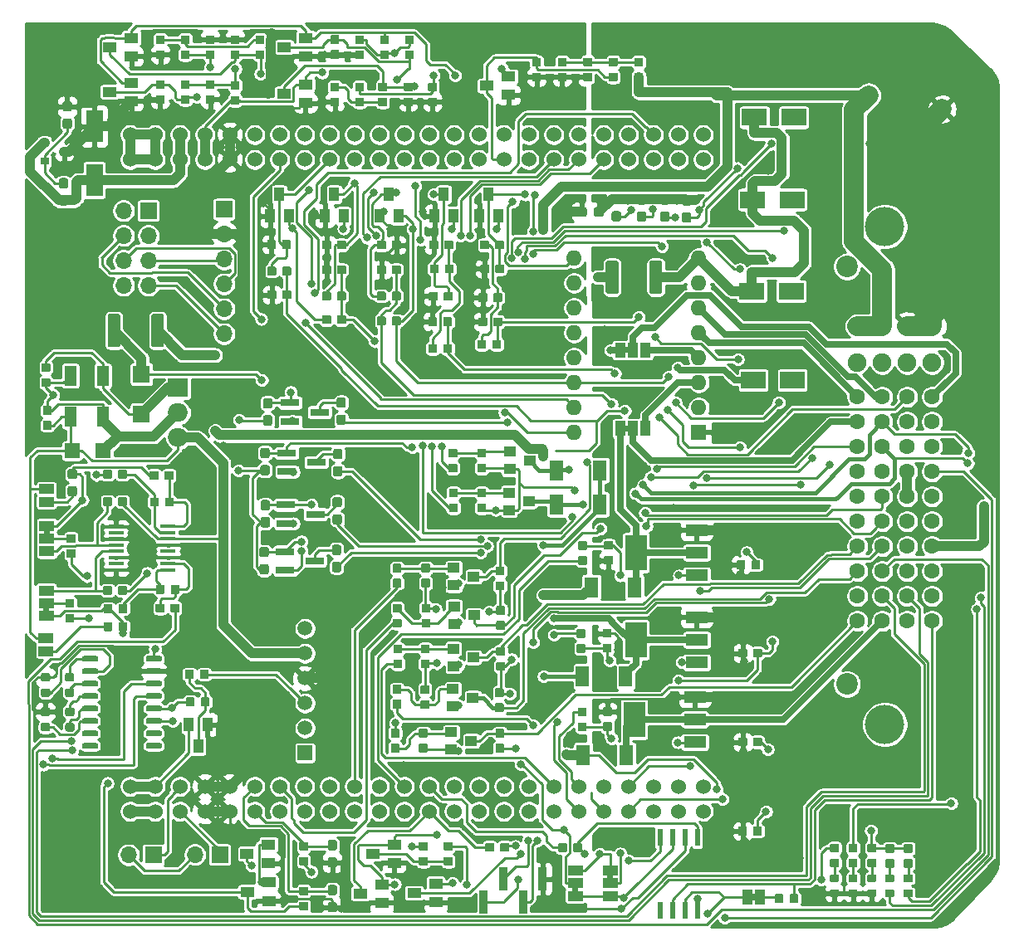
<source format=gtl>
G04 #@! TF.GenerationSoftware,KiCad,Pcbnew,5.1.5-52549c5~86~ubuntu18.04.1*
G04 #@! TF.CreationDate,2020-04-08T14:45:09+02:00*
G04 #@! TF.ProjectId,Speeduino_base,53706565-6475-4696-9e6f-5f626173652e,rev?*
G04 #@! TF.SameCoordinates,Original*
G04 #@! TF.FileFunction,Copper,L1,Top*
G04 #@! TF.FilePolarity,Positive*
%FSLAX46Y46*%
G04 Gerber Fmt 4.6, Leading zero omitted, Abs format (unit mm)*
G04 Created by KiCad (PCBNEW 5.1.5-52549c5~86~ubuntu18.04.1) date 2020-04-08 14:45:09*
%MOMM*%
%LPD*%
G04 APERTURE LIST*
%ADD10C,0.100000*%
%ADD11R,0.550000X1.750000*%
%ADD12C,1.508000*%
%ADD13R,1.508000X1.508000*%
%ADD14R,0.900000X0.800000*%
%ADD15R,1.000000X1.500000*%
%ADD16R,2.200000X3.600000*%
%ADD17R,2.235200X1.219200*%
%ADD18R,1.900000X0.800000*%
%ADD19R,2.500000X1.800000*%
%ADD20R,1.700000X1.700000*%
%ADD21O,1.700000X1.700000*%
%ADD22C,2.200000*%
%ADD23C,4.000000*%
%ADD24C,1.900000*%
%ADD25C,1.600000*%
%ADD26C,1.524000*%
%ADD27R,1.400000X2.100000*%
%ADD28R,1.000000X1.400000*%
%ADD29R,0.850000X2.350000*%
%ADD30R,1.400000X1.000000*%
%ADD31R,1.700000X3.300000*%
%ADD32R,1.600200X0.355600*%
%ADD33O,1.600000X1.600000*%
%ADD34R,1.600000X1.600000*%
%ADD35O,2.000000X1.905000*%
%ADD36R,2.000000X1.905000*%
%ADD37C,1.800000*%
%ADD38R,1.500000X1.000000*%
%ADD39R,1.270000X2.032000*%
%ADD40R,1.770000X1.800000*%
%ADD41R,1.500000X1.500000*%
%ADD42R,1.143000X1.016000*%
%ADD43C,0.800000*%
%ADD44C,1.000000*%
%ADD45C,0.250000*%
%ADD46C,2.000000*%
%ADD47C,0.450000*%
%ADD48C,0.635000*%
%ADD49C,0.254000*%
G04 APERTURE END LIST*
D10*
G36*
X188380000Y-106230000D02*
G01*
X188880000Y-106230000D01*
X188880000Y-106830000D01*
X188380000Y-106830000D01*
X188380000Y-106230000D01*
G37*
G36*
X116195000Y-77452000D02*
G01*
X116195000Y-76952000D01*
X116795000Y-76952000D01*
X116795000Y-77452000D01*
X116195000Y-77452000D01*
G37*
G36*
X116871200Y-69048000D02*
G01*
X116871200Y-69548000D01*
X116271200Y-69548000D01*
X116271200Y-69048000D01*
X116871200Y-69048000D01*
G37*
G36*
X170134000Y-106026000D02*
G01*
X170134000Y-105526000D01*
X170734000Y-105526000D01*
X170734000Y-106026000D01*
X170134000Y-106026000D01*
G37*
G36*
X174290000Y-104226000D02*
G01*
X174290000Y-104726000D01*
X173690000Y-104726000D01*
X173690000Y-104226000D01*
X174290000Y-104226000D01*
G37*
G36*
X175401000Y-50429000D02*
G01*
X175901000Y-50429000D01*
X175901000Y-51029000D01*
X175401000Y-51029000D01*
X175401000Y-50429000D01*
G37*
G36*
X175401000Y-58430000D02*
G01*
X175901000Y-58430000D01*
X175901000Y-59030000D01*
X175401000Y-59030000D01*
X175401000Y-58430000D01*
G37*
G04 #@! TA.AperFunction,SMDPad,CuDef*
G36*
X128153977Y-81933662D02*
G01*
X128167325Y-81935642D01*
X128180414Y-81938921D01*
X128193119Y-81943467D01*
X128205317Y-81949236D01*
X128216891Y-81956173D01*
X128227729Y-81964211D01*
X128237727Y-81973273D01*
X128246789Y-81983271D01*
X128254827Y-81994109D01*
X128261764Y-82005683D01*
X128267533Y-82017881D01*
X128272079Y-82030586D01*
X128275358Y-82043675D01*
X128277338Y-82057023D01*
X128278000Y-82070500D01*
X128278000Y-82345500D01*
X128277338Y-82358977D01*
X128275358Y-82372325D01*
X128272079Y-82385414D01*
X128267533Y-82398119D01*
X128261764Y-82410317D01*
X128254827Y-82421891D01*
X128246789Y-82432729D01*
X128237727Y-82442727D01*
X128227729Y-82451789D01*
X128216891Y-82459827D01*
X128205317Y-82466764D01*
X128193119Y-82472533D01*
X128180414Y-82477079D01*
X128167325Y-82480358D01*
X128153977Y-82482338D01*
X128140500Y-82483000D01*
X126815500Y-82483000D01*
X126802023Y-82482338D01*
X126788675Y-82480358D01*
X126775586Y-82477079D01*
X126762881Y-82472533D01*
X126750683Y-82466764D01*
X126739109Y-82459827D01*
X126728271Y-82451789D01*
X126718273Y-82442727D01*
X126709211Y-82432729D01*
X126701173Y-82421891D01*
X126694236Y-82410317D01*
X126688467Y-82398119D01*
X126683921Y-82385414D01*
X126680642Y-82372325D01*
X126678662Y-82358977D01*
X126678000Y-82345500D01*
X126678000Y-82070500D01*
X126678662Y-82057023D01*
X126680642Y-82043675D01*
X126683921Y-82030586D01*
X126688467Y-82017881D01*
X126694236Y-82005683D01*
X126701173Y-81994109D01*
X126709211Y-81983271D01*
X126718273Y-81973273D01*
X126728271Y-81964211D01*
X126739109Y-81956173D01*
X126750683Y-81949236D01*
X126762881Y-81943467D01*
X126775586Y-81938921D01*
X126788675Y-81935642D01*
X126802023Y-81933662D01*
X126815500Y-81933000D01*
X128140500Y-81933000D01*
X128153977Y-81933662D01*
G37*
G04 #@! TD.AperFunction*
G04 #@! TA.AperFunction,SMDPad,CuDef*
G36*
X128153977Y-83203662D02*
G01*
X128167325Y-83205642D01*
X128180414Y-83208921D01*
X128193119Y-83213467D01*
X128205317Y-83219236D01*
X128216891Y-83226173D01*
X128227729Y-83234211D01*
X128237727Y-83243273D01*
X128246789Y-83253271D01*
X128254827Y-83264109D01*
X128261764Y-83275683D01*
X128267533Y-83287881D01*
X128272079Y-83300586D01*
X128275358Y-83313675D01*
X128277338Y-83327023D01*
X128278000Y-83340500D01*
X128278000Y-83615500D01*
X128277338Y-83628977D01*
X128275358Y-83642325D01*
X128272079Y-83655414D01*
X128267533Y-83668119D01*
X128261764Y-83680317D01*
X128254827Y-83691891D01*
X128246789Y-83702729D01*
X128237727Y-83712727D01*
X128227729Y-83721789D01*
X128216891Y-83729827D01*
X128205317Y-83736764D01*
X128193119Y-83742533D01*
X128180414Y-83747079D01*
X128167325Y-83750358D01*
X128153977Y-83752338D01*
X128140500Y-83753000D01*
X126815500Y-83753000D01*
X126802023Y-83752338D01*
X126788675Y-83750358D01*
X126775586Y-83747079D01*
X126762881Y-83742533D01*
X126750683Y-83736764D01*
X126739109Y-83729827D01*
X126728271Y-83721789D01*
X126718273Y-83712727D01*
X126709211Y-83702729D01*
X126701173Y-83691891D01*
X126694236Y-83680317D01*
X126688467Y-83668119D01*
X126683921Y-83655414D01*
X126680642Y-83642325D01*
X126678662Y-83628977D01*
X126678000Y-83615500D01*
X126678000Y-83340500D01*
X126678662Y-83327023D01*
X126680642Y-83313675D01*
X126683921Y-83300586D01*
X126688467Y-83287881D01*
X126694236Y-83275683D01*
X126701173Y-83264109D01*
X126709211Y-83253271D01*
X126718273Y-83243273D01*
X126728271Y-83234211D01*
X126739109Y-83226173D01*
X126750683Y-83219236D01*
X126762881Y-83213467D01*
X126775586Y-83208921D01*
X126788675Y-83205642D01*
X126802023Y-83203662D01*
X126815500Y-83203000D01*
X128140500Y-83203000D01*
X128153977Y-83203662D01*
G37*
G04 #@! TD.AperFunction*
G04 #@! TA.AperFunction,SMDPad,CuDef*
G36*
X128153977Y-84473662D02*
G01*
X128167325Y-84475642D01*
X128180414Y-84478921D01*
X128193119Y-84483467D01*
X128205317Y-84489236D01*
X128216891Y-84496173D01*
X128227729Y-84504211D01*
X128237727Y-84513273D01*
X128246789Y-84523271D01*
X128254827Y-84534109D01*
X128261764Y-84545683D01*
X128267533Y-84557881D01*
X128272079Y-84570586D01*
X128275358Y-84583675D01*
X128277338Y-84597023D01*
X128278000Y-84610500D01*
X128278000Y-84885500D01*
X128277338Y-84898977D01*
X128275358Y-84912325D01*
X128272079Y-84925414D01*
X128267533Y-84938119D01*
X128261764Y-84950317D01*
X128254827Y-84961891D01*
X128246789Y-84972729D01*
X128237727Y-84982727D01*
X128227729Y-84991789D01*
X128216891Y-84999827D01*
X128205317Y-85006764D01*
X128193119Y-85012533D01*
X128180414Y-85017079D01*
X128167325Y-85020358D01*
X128153977Y-85022338D01*
X128140500Y-85023000D01*
X126815500Y-85023000D01*
X126802023Y-85022338D01*
X126788675Y-85020358D01*
X126775586Y-85017079D01*
X126762881Y-85012533D01*
X126750683Y-85006764D01*
X126739109Y-84999827D01*
X126728271Y-84991789D01*
X126718273Y-84982727D01*
X126709211Y-84972729D01*
X126701173Y-84961891D01*
X126694236Y-84950317D01*
X126688467Y-84938119D01*
X126683921Y-84925414D01*
X126680642Y-84912325D01*
X126678662Y-84898977D01*
X126678000Y-84885500D01*
X126678000Y-84610500D01*
X126678662Y-84597023D01*
X126680642Y-84583675D01*
X126683921Y-84570586D01*
X126688467Y-84557881D01*
X126694236Y-84545683D01*
X126701173Y-84534109D01*
X126709211Y-84523271D01*
X126718273Y-84513273D01*
X126728271Y-84504211D01*
X126739109Y-84496173D01*
X126750683Y-84489236D01*
X126762881Y-84483467D01*
X126775586Y-84478921D01*
X126788675Y-84475642D01*
X126802023Y-84473662D01*
X126815500Y-84473000D01*
X128140500Y-84473000D01*
X128153977Y-84473662D01*
G37*
G04 #@! TD.AperFunction*
G04 #@! TA.AperFunction,SMDPad,CuDef*
G36*
X128153977Y-85743662D02*
G01*
X128167325Y-85745642D01*
X128180414Y-85748921D01*
X128193119Y-85753467D01*
X128205317Y-85759236D01*
X128216891Y-85766173D01*
X128227729Y-85774211D01*
X128237727Y-85783273D01*
X128246789Y-85793271D01*
X128254827Y-85804109D01*
X128261764Y-85815683D01*
X128267533Y-85827881D01*
X128272079Y-85840586D01*
X128275358Y-85853675D01*
X128277338Y-85867023D01*
X128278000Y-85880500D01*
X128278000Y-86155500D01*
X128277338Y-86168977D01*
X128275358Y-86182325D01*
X128272079Y-86195414D01*
X128267533Y-86208119D01*
X128261764Y-86220317D01*
X128254827Y-86231891D01*
X128246789Y-86242729D01*
X128237727Y-86252727D01*
X128227729Y-86261789D01*
X128216891Y-86269827D01*
X128205317Y-86276764D01*
X128193119Y-86282533D01*
X128180414Y-86287079D01*
X128167325Y-86290358D01*
X128153977Y-86292338D01*
X128140500Y-86293000D01*
X126815500Y-86293000D01*
X126802023Y-86292338D01*
X126788675Y-86290358D01*
X126775586Y-86287079D01*
X126762881Y-86282533D01*
X126750683Y-86276764D01*
X126739109Y-86269827D01*
X126728271Y-86261789D01*
X126718273Y-86252727D01*
X126709211Y-86242729D01*
X126701173Y-86231891D01*
X126694236Y-86220317D01*
X126688467Y-86208119D01*
X126683921Y-86195414D01*
X126680642Y-86182325D01*
X126678662Y-86168977D01*
X126678000Y-86155500D01*
X126678000Y-85880500D01*
X126678662Y-85867023D01*
X126680642Y-85853675D01*
X126683921Y-85840586D01*
X126688467Y-85827881D01*
X126694236Y-85815683D01*
X126701173Y-85804109D01*
X126709211Y-85793271D01*
X126718273Y-85783273D01*
X126728271Y-85774211D01*
X126739109Y-85766173D01*
X126750683Y-85759236D01*
X126762881Y-85753467D01*
X126775586Y-85748921D01*
X126788675Y-85745642D01*
X126802023Y-85743662D01*
X126815500Y-85743000D01*
X128140500Y-85743000D01*
X128153977Y-85743662D01*
G37*
G04 #@! TD.AperFunction*
G04 #@! TA.AperFunction,SMDPad,CuDef*
G36*
X128153977Y-87013662D02*
G01*
X128167325Y-87015642D01*
X128180414Y-87018921D01*
X128193119Y-87023467D01*
X128205317Y-87029236D01*
X128216891Y-87036173D01*
X128227729Y-87044211D01*
X128237727Y-87053273D01*
X128246789Y-87063271D01*
X128254827Y-87074109D01*
X128261764Y-87085683D01*
X128267533Y-87097881D01*
X128272079Y-87110586D01*
X128275358Y-87123675D01*
X128277338Y-87137023D01*
X128278000Y-87150500D01*
X128278000Y-87425500D01*
X128277338Y-87438977D01*
X128275358Y-87452325D01*
X128272079Y-87465414D01*
X128267533Y-87478119D01*
X128261764Y-87490317D01*
X128254827Y-87501891D01*
X128246789Y-87512729D01*
X128237727Y-87522727D01*
X128227729Y-87531789D01*
X128216891Y-87539827D01*
X128205317Y-87546764D01*
X128193119Y-87552533D01*
X128180414Y-87557079D01*
X128167325Y-87560358D01*
X128153977Y-87562338D01*
X128140500Y-87563000D01*
X126815500Y-87563000D01*
X126802023Y-87562338D01*
X126788675Y-87560358D01*
X126775586Y-87557079D01*
X126762881Y-87552533D01*
X126750683Y-87546764D01*
X126739109Y-87539827D01*
X126728271Y-87531789D01*
X126718273Y-87522727D01*
X126709211Y-87512729D01*
X126701173Y-87501891D01*
X126694236Y-87490317D01*
X126688467Y-87478119D01*
X126683921Y-87465414D01*
X126680642Y-87452325D01*
X126678662Y-87438977D01*
X126678000Y-87425500D01*
X126678000Y-87150500D01*
X126678662Y-87137023D01*
X126680642Y-87123675D01*
X126683921Y-87110586D01*
X126688467Y-87097881D01*
X126694236Y-87085683D01*
X126701173Y-87074109D01*
X126709211Y-87063271D01*
X126718273Y-87053273D01*
X126728271Y-87044211D01*
X126739109Y-87036173D01*
X126750683Y-87029236D01*
X126762881Y-87023467D01*
X126775586Y-87018921D01*
X126788675Y-87015642D01*
X126802023Y-87013662D01*
X126815500Y-87013000D01*
X128140500Y-87013000D01*
X128153977Y-87013662D01*
G37*
G04 #@! TD.AperFunction*
G04 #@! TA.AperFunction,SMDPad,CuDef*
G36*
X128153977Y-88283662D02*
G01*
X128167325Y-88285642D01*
X128180414Y-88288921D01*
X128193119Y-88293467D01*
X128205317Y-88299236D01*
X128216891Y-88306173D01*
X128227729Y-88314211D01*
X128237727Y-88323273D01*
X128246789Y-88333271D01*
X128254827Y-88344109D01*
X128261764Y-88355683D01*
X128267533Y-88367881D01*
X128272079Y-88380586D01*
X128275358Y-88393675D01*
X128277338Y-88407023D01*
X128278000Y-88420500D01*
X128278000Y-88695500D01*
X128277338Y-88708977D01*
X128275358Y-88722325D01*
X128272079Y-88735414D01*
X128267533Y-88748119D01*
X128261764Y-88760317D01*
X128254827Y-88771891D01*
X128246789Y-88782729D01*
X128237727Y-88792727D01*
X128227729Y-88801789D01*
X128216891Y-88809827D01*
X128205317Y-88816764D01*
X128193119Y-88822533D01*
X128180414Y-88827079D01*
X128167325Y-88830358D01*
X128153977Y-88832338D01*
X128140500Y-88833000D01*
X126815500Y-88833000D01*
X126802023Y-88832338D01*
X126788675Y-88830358D01*
X126775586Y-88827079D01*
X126762881Y-88822533D01*
X126750683Y-88816764D01*
X126739109Y-88809827D01*
X126728271Y-88801789D01*
X126718273Y-88792727D01*
X126709211Y-88782729D01*
X126701173Y-88771891D01*
X126694236Y-88760317D01*
X126688467Y-88748119D01*
X126683921Y-88735414D01*
X126680642Y-88722325D01*
X126678662Y-88708977D01*
X126678000Y-88695500D01*
X126678000Y-88420500D01*
X126678662Y-88407023D01*
X126680642Y-88393675D01*
X126683921Y-88380586D01*
X126688467Y-88367881D01*
X126694236Y-88355683D01*
X126701173Y-88344109D01*
X126709211Y-88333271D01*
X126718273Y-88323273D01*
X126728271Y-88314211D01*
X126739109Y-88306173D01*
X126750683Y-88299236D01*
X126762881Y-88293467D01*
X126775586Y-88288921D01*
X126788675Y-88285642D01*
X126802023Y-88283662D01*
X126815500Y-88283000D01*
X128140500Y-88283000D01*
X128153977Y-88283662D01*
G37*
G04 #@! TD.AperFunction*
G04 #@! TA.AperFunction,SMDPad,CuDef*
G36*
X128153977Y-89553662D02*
G01*
X128167325Y-89555642D01*
X128180414Y-89558921D01*
X128193119Y-89563467D01*
X128205317Y-89569236D01*
X128216891Y-89576173D01*
X128227729Y-89584211D01*
X128237727Y-89593273D01*
X128246789Y-89603271D01*
X128254827Y-89614109D01*
X128261764Y-89625683D01*
X128267533Y-89637881D01*
X128272079Y-89650586D01*
X128275358Y-89663675D01*
X128277338Y-89677023D01*
X128278000Y-89690500D01*
X128278000Y-89965500D01*
X128277338Y-89978977D01*
X128275358Y-89992325D01*
X128272079Y-90005414D01*
X128267533Y-90018119D01*
X128261764Y-90030317D01*
X128254827Y-90041891D01*
X128246789Y-90052729D01*
X128237727Y-90062727D01*
X128227729Y-90071789D01*
X128216891Y-90079827D01*
X128205317Y-90086764D01*
X128193119Y-90092533D01*
X128180414Y-90097079D01*
X128167325Y-90100358D01*
X128153977Y-90102338D01*
X128140500Y-90103000D01*
X126815500Y-90103000D01*
X126802023Y-90102338D01*
X126788675Y-90100358D01*
X126775586Y-90097079D01*
X126762881Y-90092533D01*
X126750683Y-90086764D01*
X126739109Y-90079827D01*
X126728271Y-90071789D01*
X126718273Y-90062727D01*
X126709211Y-90052729D01*
X126701173Y-90041891D01*
X126694236Y-90030317D01*
X126688467Y-90018119D01*
X126683921Y-90005414D01*
X126680642Y-89992325D01*
X126678662Y-89978977D01*
X126678000Y-89965500D01*
X126678000Y-89690500D01*
X126678662Y-89677023D01*
X126680642Y-89663675D01*
X126683921Y-89650586D01*
X126688467Y-89637881D01*
X126694236Y-89625683D01*
X126701173Y-89614109D01*
X126709211Y-89603271D01*
X126718273Y-89593273D01*
X126728271Y-89584211D01*
X126739109Y-89576173D01*
X126750683Y-89569236D01*
X126762881Y-89563467D01*
X126775586Y-89558921D01*
X126788675Y-89555642D01*
X126802023Y-89553662D01*
X126815500Y-89553000D01*
X128140500Y-89553000D01*
X128153977Y-89553662D01*
G37*
G04 #@! TD.AperFunction*
G04 #@! TA.AperFunction,SMDPad,CuDef*
G36*
X128153977Y-90823662D02*
G01*
X128167325Y-90825642D01*
X128180414Y-90828921D01*
X128193119Y-90833467D01*
X128205317Y-90839236D01*
X128216891Y-90846173D01*
X128227729Y-90854211D01*
X128237727Y-90863273D01*
X128246789Y-90873271D01*
X128254827Y-90884109D01*
X128261764Y-90895683D01*
X128267533Y-90907881D01*
X128272079Y-90920586D01*
X128275358Y-90933675D01*
X128277338Y-90947023D01*
X128278000Y-90960500D01*
X128278000Y-91235500D01*
X128277338Y-91248977D01*
X128275358Y-91262325D01*
X128272079Y-91275414D01*
X128267533Y-91288119D01*
X128261764Y-91300317D01*
X128254827Y-91311891D01*
X128246789Y-91322729D01*
X128237727Y-91332727D01*
X128227729Y-91341789D01*
X128216891Y-91349827D01*
X128205317Y-91356764D01*
X128193119Y-91362533D01*
X128180414Y-91367079D01*
X128167325Y-91370358D01*
X128153977Y-91372338D01*
X128140500Y-91373000D01*
X126815500Y-91373000D01*
X126802023Y-91372338D01*
X126788675Y-91370358D01*
X126775586Y-91367079D01*
X126762881Y-91362533D01*
X126750683Y-91356764D01*
X126739109Y-91349827D01*
X126728271Y-91341789D01*
X126718273Y-91332727D01*
X126709211Y-91322729D01*
X126701173Y-91311891D01*
X126694236Y-91300317D01*
X126688467Y-91288119D01*
X126683921Y-91275414D01*
X126680642Y-91262325D01*
X126678662Y-91248977D01*
X126678000Y-91235500D01*
X126678000Y-90960500D01*
X126678662Y-90947023D01*
X126680642Y-90933675D01*
X126683921Y-90920586D01*
X126688467Y-90907881D01*
X126694236Y-90895683D01*
X126701173Y-90884109D01*
X126709211Y-90873271D01*
X126718273Y-90863273D01*
X126728271Y-90854211D01*
X126739109Y-90846173D01*
X126750683Y-90839236D01*
X126762881Y-90833467D01*
X126775586Y-90828921D01*
X126788675Y-90825642D01*
X126802023Y-90823662D01*
X126815500Y-90823000D01*
X128140500Y-90823000D01*
X128153977Y-90823662D01*
G37*
G04 #@! TD.AperFunction*
G04 #@! TA.AperFunction,SMDPad,CuDef*
G36*
X121653977Y-90823662D02*
G01*
X121667325Y-90825642D01*
X121680414Y-90828921D01*
X121693119Y-90833467D01*
X121705317Y-90839236D01*
X121716891Y-90846173D01*
X121727729Y-90854211D01*
X121737727Y-90863273D01*
X121746789Y-90873271D01*
X121754827Y-90884109D01*
X121761764Y-90895683D01*
X121767533Y-90907881D01*
X121772079Y-90920586D01*
X121775358Y-90933675D01*
X121777338Y-90947023D01*
X121778000Y-90960500D01*
X121778000Y-91235500D01*
X121777338Y-91248977D01*
X121775358Y-91262325D01*
X121772079Y-91275414D01*
X121767533Y-91288119D01*
X121761764Y-91300317D01*
X121754827Y-91311891D01*
X121746789Y-91322729D01*
X121737727Y-91332727D01*
X121727729Y-91341789D01*
X121716891Y-91349827D01*
X121705317Y-91356764D01*
X121693119Y-91362533D01*
X121680414Y-91367079D01*
X121667325Y-91370358D01*
X121653977Y-91372338D01*
X121640500Y-91373000D01*
X120315500Y-91373000D01*
X120302023Y-91372338D01*
X120288675Y-91370358D01*
X120275586Y-91367079D01*
X120262881Y-91362533D01*
X120250683Y-91356764D01*
X120239109Y-91349827D01*
X120228271Y-91341789D01*
X120218273Y-91332727D01*
X120209211Y-91322729D01*
X120201173Y-91311891D01*
X120194236Y-91300317D01*
X120188467Y-91288119D01*
X120183921Y-91275414D01*
X120180642Y-91262325D01*
X120178662Y-91248977D01*
X120178000Y-91235500D01*
X120178000Y-90960500D01*
X120178662Y-90947023D01*
X120180642Y-90933675D01*
X120183921Y-90920586D01*
X120188467Y-90907881D01*
X120194236Y-90895683D01*
X120201173Y-90884109D01*
X120209211Y-90873271D01*
X120218273Y-90863273D01*
X120228271Y-90854211D01*
X120239109Y-90846173D01*
X120250683Y-90839236D01*
X120262881Y-90833467D01*
X120275586Y-90828921D01*
X120288675Y-90825642D01*
X120302023Y-90823662D01*
X120315500Y-90823000D01*
X121640500Y-90823000D01*
X121653977Y-90823662D01*
G37*
G04 #@! TD.AperFunction*
G04 #@! TA.AperFunction,SMDPad,CuDef*
G36*
X121653977Y-89553662D02*
G01*
X121667325Y-89555642D01*
X121680414Y-89558921D01*
X121693119Y-89563467D01*
X121705317Y-89569236D01*
X121716891Y-89576173D01*
X121727729Y-89584211D01*
X121737727Y-89593273D01*
X121746789Y-89603271D01*
X121754827Y-89614109D01*
X121761764Y-89625683D01*
X121767533Y-89637881D01*
X121772079Y-89650586D01*
X121775358Y-89663675D01*
X121777338Y-89677023D01*
X121778000Y-89690500D01*
X121778000Y-89965500D01*
X121777338Y-89978977D01*
X121775358Y-89992325D01*
X121772079Y-90005414D01*
X121767533Y-90018119D01*
X121761764Y-90030317D01*
X121754827Y-90041891D01*
X121746789Y-90052729D01*
X121737727Y-90062727D01*
X121727729Y-90071789D01*
X121716891Y-90079827D01*
X121705317Y-90086764D01*
X121693119Y-90092533D01*
X121680414Y-90097079D01*
X121667325Y-90100358D01*
X121653977Y-90102338D01*
X121640500Y-90103000D01*
X120315500Y-90103000D01*
X120302023Y-90102338D01*
X120288675Y-90100358D01*
X120275586Y-90097079D01*
X120262881Y-90092533D01*
X120250683Y-90086764D01*
X120239109Y-90079827D01*
X120228271Y-90071789D01*
X120218273Y-90062727D01*
X120209211Y-90052729D01*
X120201173Y-90041891D01*
X120194236Y-90030317D01*
X120188467Y-90018119D01*
X120183921Y-90005414D01*
X120180642Y-89992325D01*
X120178662Y-89978977D01*
X120178000Y-89965500D01*
X120178000Y-89690500D01*
X120178662Y-89677023D01*
X120180642Y-89663675D01*
X120183921Y-89650586D01*
X120188467Y-89637881D01*
X120194236Y-89625683D01*
X120201173Y-89614109D01*
X120209211Y-89603271D01*
X120218273Y-89593273D01*
X120228271Y-89584211D01*
X120239109Y-89576173D01*
X120250683Y-89569236D01*
X120262881Y-89563467D01*
X120275586Y-89558921D01*
X120288675Y-89555642D01*
X120302023Y-89553662D01*
X120315500Y-89553000D01*
X121640500Y-89553000D01*
X121653977Y-89553662D01*
G37*
G04 #@! TD.AperFunction*
G04 #@! TA.AperFunction,SMDPad,CuDef*
G36*
X121653977Y-88283662D02*
G01*
X121667325Y-88285642D01*
X121680414Y-88288921D01*
X121693119Y-88293467D01*
X121705317Y-88299236D01*
X121716891Y-88306173D01*
X121727729Y-88314211D01*
X121737727Y-88323273D01*
X121746789Y-88333271D01*
X121754827Y-88344109D01*
X121761764Y-88355683D01*
X121767533Y-88367881D01*
X121772079Y-88380586D01*
X121775358Y-88393675D01*
X121777338Y-88407023D01*
X121778000Y-88420500D01*
X121778000Y-88695500D01*
X121777338Y-88708977D01*
X121775358Y-88722325D01*
X121772079Y-88735414D01*
X121767533Y-88748119D01*
X121761764Y-88760317D01*
X121754827Y-88771891D01*
X121746789Y-88782729D01*
X121737727Y-88792727D01*
X121727729Y-88801789D01*
X121716891Y-88809827D01*
X121705317Y-88816764D01*
X121693119Y-88822533D01*
X121680414Y-88827079D01*
X121667325Y-88830358D01*
X121653977Y-88832338D01*
X121640500Y-88833000D01*
X120315500Y-88833000D01*
X120302023Y-88832338D01*
X120288675Y-88830358D01*
X120275586Y-88827079D01*
X120262881Y-88822533D01*
X120250683Y-88816764D01*
X120239109Y-88809827D01*
X120228271Y-88801789D01*
X120218273Y-88792727D01*
X120209211Y-88782729D01*
X120201173Y-88771891D01*
X120194236Y-88760317D01*
X120188467Y-88748119D01*
X120183921Y-88735414D01*
X120180642Y-88722325D01*
X120178662Y-88708977D01*
X120178000Y-88695500D01*
X120178000Y-88420500D01*
X120178662Y-88407023D01*
X120180642Y-88393675D01*
X120183921Y-88380586D01*
X120188467Y-88367881D01*
X120194236Y-88355683D01*
X120201173Y-88344109D01*
X120209211Y-88333271D01*
X120218273Y-88323273D01*
X120228271Y-88314211D01*
X120239109Y-88306173D01*
X120250683Y-88299236D01*
X120262881Y-88293467D01*
X120275586Y-88288921D01*
X120288675Y-88285642D01*
X120302023Y-88283662D01*
X120315500Y-88283000D01*
X121640500Y-88283000D01*
X121653977Y-88283662D01*
G37*
G04 #@! TD.AperFunction*
G04 #@! TA.AperFunction,SMDPad,CuDef*
G36*
X121653977Y-87013662D02*
G01*
X121667325Y-87015642D01*
X121680414Y-87018921D01*
X121693119Y-87023467D01*
X121705317Y-87029236D01*
X121716891Y-87036173D01*
X121727729Y-87044211D01*
X121737727Y-87053273D01*
X121746789Y-87063271D01*
X121754827Y-87074109D01*
X121761764Y-87085683D01*
X121767533Y-87097881D01*
X121772079Y-87110586D01*
X121775358Y-87123675D01*
X121777338Y-87137023D01*
X121778000Y-87150500D01*
X121778000Y-87425500D01*
X121777338Y-87438977D01*
X121775358Y-87452325D01*
X121772079Y-87465414D01*
X121767533Y-87478119D01*
X121761764Y-87490317D01*
X121754827Y-87501891D01*
X121746789Y-87512729D01*
X121737727Y-87522727D01*
X121727729Y-87531789D01*
X121716891Y-87539827D01*
X121705317Y-87546764D01*
X121693119Y-87552533D01*
X121680414Y-87557079D01*
X121667325Y-87560358D01*
X121653977Y-87562338D01*
X121640500Y-87563000D01*
X120315500Y-87563000D01*
X120302023Y-87562338D01*
X120288675Y-87560358D01*
X120275586Y-87557079D01*
X120262881Y-87552533D01*
X120250683Y-87546764D01*
X120239109Y-87539827D01*
X120228271Y-87531789D01*
X120218273Y-87522727D01*
X120209211Y-87512729D01*
X120201173Y-87501891D01*
X120194236Y-87490317D01*
X120188467Y-87478119D01*
X120183921Y-87465414D01*
X120180642Y-87452325D01*
X120178662Y-87438977D01*
X120178000Y-87425500D01*
X120178000Y-87150500D01*
X120178662Y-87137023D01*
X120180642Y-87123675D01*
X120183921Y-87110586D01*
X120188467Y-87097881D01*
X120194236Y-87085683D01*
X120201173Y-87074109D01*
X120209211Y-87063271D01*
X120218273Y-87053273D01*
X120228271Y-87044211D01*
X120239109Y-87036173D01*
X120250683Y-87029236D01*
X120262881Y-87023467D01*
X120275586Y-87018921D01*
X120288675Y-87015642D01*
X120302023Y-87013662D01*
X120315500Y-87013000D01*
X121640500Y-87013000D01*
X121653977Y-87013662D01*
G37*
G04 #@! TD.AperFunction*
G04 #@! TA.AperFunction,SMDPad,CuDef*
G36*
X121653977Y-85743662D02*
G01*
X121667325Y-85745642D01*
X121680414Y-85748921D01*
X121693119Y-85753467D01*
X121705317Y-85759236D01*
X121716891Y-85766173D01*
X121727729Y-85774211D01*
X121737727Y-85783273D01*
X121746789Y-85793271D01*
X121754827Y-85804109D01*
X121761764Y-85815683D01*
X121767533Y-85827881D01*
X121772079Y-85840586D01*
X121775358Y-85853675D01*
X121777338Y-85867023D01*
X121778000Y-85880500D01*
X121778000Y-86155500D01*
X121777338Y-86168977D01*
X121775358Y-86182325D01*
X121772079Y-86195414D01*
X121767533Y-86208119D01*
X121761764Y-86220317D01*
X121754827Y-86231891D01*
X121746789Y-86242729D01*
X121737727Y-86252727D01*
X121727729Y-86261789D01*
X121716891Y-86269827D01*
X121705317Y-86276764D01*
X121693119Y-86282533D01*
X121680414Y-86287079D01*
X121667325Y-86290358D01*
X121653977Y-86292338D01*
X121640500Y-86293000D01*
X120315500Y-86293000D01*
X120302023Y-86292338D01*
X120288675Y-86290358D01*
X120275586Y-86287079D01*
X120262881Y-86282533D01*
X120250683Y-86276764D01*
X120239109Y-86269827D01*
X120228271Y-86261789D01*
X120218273Y-86252727D01*
X120209211Y-86242729D01*
X120201173Y-86231891D01*
X120194236Y-86220317D01*
X120188467Y-86208119D01*
X120183921Y-86195414D01*
X120180642Y-86182325D01*
X120178662Y-86168977D01*
X120178000Y-86155500D01*
X120178000Y-85880500D01*
X120178662Y-85867023D01*
X120180642Y-85853675D01*
X120183921Y-85840586D01*
X120188467Y-85827881D01*
X120194236Y-85815683D01*
X120201173Y-85804109D01*
X120209211Y-85793271D01*
X120218273Y-85783273D01*
X120228271Y-85774211D01*
X120239109Y-85766173D01*
X120250683Y-85759236D01*
X120262881Y-85753467D01*
X120275586Y-85748921D01*
X120288675Y-85745642D01*
X120302023Y-85743662D01*
X120315500Y-85743000D01*
X121640500Y-85743000D01*
X121653977Y-85743662D01*
G37*
G04 #@! TD.AperFunction*
G04 #@! TA.AperFunction,SMDPad,CuDef*
G36*
X121653977Y-84473662D02*
G01*
X121667325Y-84475642D01*
X121680414Y-84478921D01*
X121693119Y-84483467D01*
X121705317Y-84489236D01*
X121716891Y-84496173D01*
X121727729Y-84504211D01*
X121737727Y-84513273D01*
X121746789Y-84523271D01*
X121754827Y-84534109D01*
X121761764Y-84545683D01*
X121767533Y-84557881D01*
X121772079Y-84570586D01*
X121775358Y-84583675D01*
X121777338Y-84597023D01*
X121778000Y-84610500D01*
X121778000Y-84885500D01*
X121777338Y-84898977D01*
X121775358Y-84912325D01*
X121772079Y-84925414D01*
X121767533Y-84938119D01*
X121761764Y-84950317D01*
X121754827Y-84961891D01*
X121746789Y-84972729D01*
X121737727Y-84982727D01*
X121727729Y-84991789D01*
X121716891Y-84999827D01*
X121705317Y-85006764D01*
X121693119Y-85012533D01*
X121680414Y-85017079D01*
X121667325Y-85020358D01*
X121653977Y-85022338D01*
X121640500Y-85023000D01*
X120315500Y-85023000D01*
X120302023Y-85022338D01*
X120288675Y-85020358D01*
X120275586Y-85017079D01*
X120262881Y-85012533D01*
X120250683Y-85006764D01*
X120239109Y-84999827D01*
X120228271Y-84991789D01*
X120218273Y-84982727D01*
X120209211Y-84972729D01*
X120201173Y-84961891D01*
X120194236Y-84950317D01*
X120188467Y-84938119D01*
X120183921Y-84925414D01*
X120180642Y-84912325D01*
X120178662Y-84898977D01*
X120178000Y-84885500D01*
X120178000Y-84610500D01*
X120178662Y-84597023D01*
X120180642Y-84583675D01*
X120183921Y-84570586D01*
X120188467Y-84557881D01*
X120194236Y-84545683D01*
X120201173Y-84534109D01*
X120209211Y-84523271D01*
X120218273Y-84513273D01*
X120228271Y-84504211D01*
X120239109Y-84496173D01*
X120250683Y-84489236D01*
X120262881Y-84483467D01*
X120275586Y-84478921D01*
X120288675Y-84475642D01*
X120302023Y-84473662D01*
X120315500Y-84473000D01*
X121640500Y-84473000D01*
X121653977Y-84473662D01*
G37*
G04 #@! TD.AperFunction*
G04 #@! TA.AperFunction,SMDPad,CuDef*
G36*
X121653977Y-83203662D02*
G01*
X121667325Y-83205642D01*
X121680414Y-83208921D01*
X121693119Y-83213467D01*
X121705317Y-83219236D01*
X121716891Y-83226173D01*
X121727729Y-83234211D01*
X121737727Y-83243273D01*
X121746789Y-83253271D01*
X121754827Y-83264109D01*
X121761764Y-83275683D01*
X121767533Y-83287881D01*
X121772079Y-83300586D01*
X121775358Y-83313675D01*
X121777338Y-83327023D01*
X121778000Y-83340500D01*
X121778000Y-83615500D01*
X121777338Y-83628977D01*
X121775358Y-83642325D01*
X121772079Y-83655414D01*
X121767533Y-83668119D01*
X121761764Y-83680317D01*
X121754827Y-83691891D01*
X121746789Y-83702729D01*
X121737727Y-83712727D01*
X121727729Y-83721789D01*
X121716891Y-83729827D01*
X121705317Y-83736764D01*
X121693119Y-83742533D01*
X121680414Y-83747079D01*
X121667325Y-83750358D01*
X121653977Y-83752338D01*
X121640500Y-83753000D01*
X120315500Y-83753000D01*
X120302023Y-83752338D01*
X120288675Y-83750358D01*
X120275586Y-83747079D01*
X120262881Y-83742533D01*
X120250683Y-83736764D01*
X120239109Y-83729827D01*
X120228271Y-83721789D01*
X120218273Y-83712727D01*
X120209211Y-83702729D01*
X120201173Y-83691891D01*
X120194236Y-83680317D01*
X120188467Y-83668119D01*
X120183921Y-83655414D01*
X120180642Y-83642325D01*
X120178662Y-83628977D01*
X120178000Y-83615500D01*
X120178000Y-83340500D01*
X120178662Y-83327023D01*
X120180642Y-83313675D01*
X120183921Y-83300586D01*
X120188467Y-83287881D01*
X120194236Y-83275683D01*
X120201173Y-83264109D01*
X120209211Y-83253271D01*
X120218273Y-83243273D01*
X120228271Y-83234211D01*
X120239109Y-83226173D01*
X120250683Y-83219236D01*
X120262881Y-83213467D01*
X120275586Y-83208921D01*
X120288675Y-83205642D01*
X120302023Y-83203662D01*
X120315500Y-83203000D01*
X121640500Y-83203000D01*
X121653977Y-83203662D01*
G37*
G04 #@! TD.AperFunction*
G04 #@! TA.AperFunction,SMDPad,CuDef*
G36*
X121653977Y-81933662D02*
G01*
X121667325Y-81935642D01*
X121680414Y-81938921D01*
X121693119Y-81943467D01*
X121705317Y-81949236D01*
X121716891Y-81956173D01*
X121727729Y-81964211D01*
X121737727Y-81973273D01*
X121746789Y-81983271D01*
X121754827Y-81994109D01*
X121761764Y-82005683D01*
X121767533Y-82017881D01*
X121772079Y-82030586D01*
X121775358Y-82043675D01*
X121777338Y-82057023D01*
X121778000Y-82070500D01*
X121778000Y-82345500D01*
X121777338Y-82358977D01*
X121775358Y-82372325D01*
X121772079Y-82385414D01*
X121767533Y-82398119D01*
X121761764Y-82410317D01*
X121754827Y-82421891D01*
X121746789Y-82432729D01*
X121737727Y-82442727D01*
X121727729Y-82451789D01*
X121716891Y-82459827D01*
X121705317Y-82466764D01*
X121693119Y-82472533D01*
X121680414Y-82477079D01*
X121667325Y-82480358D01*
X121653977Y-82482338D01*
X121640500Y-82483000D01*
X120315500Y-82483000D01*
X120302023Y-82482338D01*
X120288675Y-82480358D01*
X120275586Y-82477079D01*
X120262881Y-82472533D01*
X120250683Y-82466764D01*
X120239109Y-82459827D01*
X120228271Y-82451789D01*
X120218273Y-82442727D01*
X120209211Y-82432729D01*
X120201173Y-82421891D01*
X120194236Y-82410317D01*
X120188467Y-82398119D01*
X120183921Y-82385414D01*
X120180642Y-82372325D01*
X120178662Y-82358977D01*
X120178000Y-82345500D01*
X120178000Y-82070500D01*
X120178662Y-82057023D01*
X120180642Y-82043675D01*
X120183921Y-82030586D01*
X120188467Y-82017881D01*
X120194236Y-82005683D01*
X120201173Y-81994109D01*
X120209211Y-81983271D01*
X120218273Y-81973273D01*
X120228271Y-81964211D01*
X120239109Y-81956173D01*
X120250683Y-81949236D01*
X120262881Y-81943467D01*
X120275586Y-81938921D01*
X120288675Y-81935642D01*
X120302023Y-81933662D01*
X120315500Y-81933000D01*
X121640500Y-81933000D01*
X121653977Y-81933662D01*
G37*
G04 #@! TD.AperFunction*
G04 #@! TA.AperFunction,SMDPad,CuDef*
G36*
X118910779Y-25336144D02*
G01*
X118933834Y-25339563D01*
X118956443Y-25345227D01*
X118978387Y-25353079D01*
X118999457Y-25363044D01*
X119019448Y-25375026D01*
X119038168Y-25388910D01*
X119055438Y-25404562D01*
X119071090Y-25421832D01*
X119084974Y-25440552D01*
X119096956Y-25460543D01*
X119106921Y-25481613D01*
X119114773Y-25503557D01*
X119120437Y-25526166D01*
X119123856Y-25549221D01*
X119125000Y-25572500D01*
X119125000Y-26147500D01*
X119123856Y-26170779D01*
X119120437Y-26193834D01*
X119114773Y-26216443D01*
X119106921Y-26238387D01*
X119096956Y-26259457D01*
X119084974Y-26279448D01*
X119071090Y-26298168D01*
X119055438Y-26315438D01*
X119038168Y-26331090D01*
X119019448Y-26344974D01*
X118999457Y-26356956D01*
X118978387Y-26366921D01*
X118956443Y-26374773D01*
X118933834Y-26380437D01*
X118910779Y-26383856D01*
X118887500Y-26385000D01*
X118412500Y-26385000D01*
X118389221Y-26383856D01*
X118366166Y-26380437D01*
X118343557Y-26374773D01*
X118321613Y-26366921D01*
X118300543Y-26356956D01*
X118280552Y-26344974D01*
X118261832Y-26331090D01*
X118244562Y-26315438D01*
X118228910Y-26298168D01*
X118215026Y-26279448D01*
X118203044Y-26259457D01*
X118193079Y-26238387D01*
X118185227Y-26216443D01*
X118179563Y-26193834D01*
X118176144Y-26170779D01*
X118175000Y-26147500D01*
X118175000Y-25572500D01*
X118176144Y-25549221D01*
X118179563Y-25526166D01*
X118185227Y-25503557D01*
X118193079Y-25481613D01*
X118203044Y-25460543D01*
X118215026Y-25440552D01*
X118228910Y-25421832D01*
X118244562Y-25404562D01*
X118261832Y-25388910D01*
X118280552Y-25375026D01*
X118300543Y-25363044D01*
X118321613Y-25353079D01*
X118343557Y-25345227D01*
X118366166Y-25339563D01*
X118389221Y-25336144D01*
X118412500Y-25335000D01*
X118887500Y-25335000D01*
X118910779Y-25336144D01*
G37*
G04 #@! TD.AperFunction*
G04 #@! TA.AperFunction,SMDPad,CuDef*
G36*
X118910779Y-27086144D02*
G01*
X118933834Y-27089563D01*
X118956443Y-27095227D01*
X118978387Y-27103079D01*
X118999457Y-27113044D01*
X119019448Y-27125026D01*
X119038168Y-27138910D01*
X119055438Y-27154562D01*
X119071090Y-27171832D01*
X119084974Y-27190552D01*
X119096956Y-27210543D01*
X119106921Y-27231613D01*
X119114773Y-27253557D01*
X119120437Y-27276166D01*
X119123856Y-27299221D01*
X119125000Y-27322500D01*
X119125000Y-27897500D01*
X119123856Y-27920779D01*
X119120437Y-27943834D01*
X119114773Y-27966443D01*
X119106921Y-27988387D01*
X119096956Y-28009457D01*
X119084974Y-28029448D01*
X119071090Y-28048168D01*
X119055438Y-28065438D01*
X119038168Y-28081090D01*
X119019448Y-28094974D01*
X118999457Y-28106956D01*
X118978387Y-28116921D01*
X118956443Y-28124773D01*
X118933834Y-28130437D01*
X118910779Y-28133856D01*
X118887500Y-28135000D01*
X118412500Y-28135000D01*
X118389221Y-28133856D01*
X118366166Y-28130437D01*
X118343557Y-28124773D01*
X118321613Y-28116921D01*
X118300543Y-28106956D01*
X118280552Y-28094974D01*
X118261832Y-28081090D01*
X118244562Y-28065438D01*
X118228910Y-28048168D01*
X118215026Y-28029448D01*
X118203044Y-28009457D01*
X118193079Y-27988387D01*
X118185227Y-27966443D01*
X118179563Y-27943834D01*
X118176144Y-27920779D01*
X118175000Y-27897500D01*
X118175000Y-27322500D01*
X118176144Y-27299221D01*
X118179563Y-27276166D01*
X118185227Y-27253557D01*
X118193079Y-27231613D01*
X118203044Y-27210543D01*
X118215026Y-27190552D01*
X118228910Y-27171832D01*
X118244562Y-27154562D01*
X118261832Y-27138910D01*
X118280552Y-27125026D01*
X118300543Y-27113044D01*
X118321613Y-27103079D01*
X118343557Y-27095227D01*
X118366166Y-27089563D01*
X118389221Y-27086144D01*
X118412500Y-27085000D01*
X118887500Y-27085000D01*
X118910779Y-27086144D01*
G37*
G04 #@! TD.AperFunction*
D11*
X182885000Y-107870000D03*
X181615000Y-107870000D03*
X180345000Y-107870000D03*
X179075000Y-107870000D03*
X179075000Y-100470000D03*
X180345000Y-100470000D03*
X181615000Y-100470000D03*
X182885000Y-100470000D03*
D12*
X142875000Y-79121000D03*
X142875000Y-81661000D03*
X142875000Y-84201000D03*
X142875000Y-86741000D03*
D13*
X142875000Y-91821000D03*
D12*
X142875000Y-89281000D03*
G04 #@! TA.AperFunction,SMDPad,CuDef*
D10*
G36*
X161254267Y-49706035D02*
G01*
X161265054Y-49707635D01*
X161275633Y-49710285D01*
X161285901Y-49713959D01*
X161295759Y-49718621D01*
X161305113Y-49724228D01*
X161313872Y-49730724D01*
X161321952Y-49738048D01*
X161329276Y-49746128D01*
X161335772Y-49754887D01*
X161341379Y-49764241D01*
X161346041Y-49774099D01*
X161349715Y-49784367D01*
X161352365Y-49794946D01*
X161353965Y-49805733D01*
X161354500Y-49816625D01*
X161354500Y-50483375D01*
X161353965Y-50494267D01*
X161352365Y-50505054D01*
X161349715Y-50515633D01*
X161346041Y-50525901D01*
X161341379Y-50535759D01*
X161335772Y-50545113D01*
X161329276Y-50553872D01*
X161321952Y-50561952D01*
X161313872Y-50569276D01*
X161305113Y-50575772D01*
X161295759Y-50581379D01*
X161285901Y-50586041D01*
X161275633Y-50589715D01*
X161265054Y-50592365D01*
X161254267Y-50593965D01*
X161243375Y-50594500D01*
X160576625Y-50594500D01*
X160565733Y-50593965D01*
X160554946Y-50592365D01*
X160544367Y-50589715D01*
X160534099Y-50586041D01*
X160524241Y-50581379D01*
X160514887Y-50575772D01*
X160506128Y-50569276D01*
X160498048Y-50561952D01*
X160490724Y-50553872D01*
X160484228Y-50545113D01*
X160478621Y-50535759D01*
X160473959Y-50525901D01*
X160470285Y-50515633D01*
X160467635Y-50505054D01*
X160466035Y-50494267D01*
X160465500Y-50483375D01*
X160465500Y-49816625D01*
X160466035Y-49805733D01*
X160467635Y-49794946D01*
X160470285Y-49784367D01*
X160473959Y-49774099D01*
X160478621Y-49764241D01*
X160484228Y-49754887D01*
X160490724Y-49746128D01*
X160498048Y-49738048D01*
X160506128Y-49730724D01*
X160514887Y-49724228D01*
X160524241Y-49718621D01*
X160534099Y-49713959D01*
X160544367Y-49710285D01*
X160554946Y-49707635D01*
X160565733Y-49706035D01*
X160576625Y-49705500D01*
X161243375Y-49705500D01*
X161254267Y-49706035D01*
G37*
G04 #@! TD.AperFunction*
G04 #@! TA.AperFunction,SMDPad,CuDef*
G36*
X162778267Y-49706035D02*
G01*
X162789054Y-49707635D01*
X162799633Y-49710285D01*
X162809901Y-49713959D01*
X162819759Y-49718621D01*
X162829113Y-49724228D01*
X162837872Y-49730724D01*
X162845952Y-49738048D01*
X162853276Y-49746128D01*
X162859772Y-49754887D01*
X162865379Y-49764241D01*
X162870041Y-49774099D01*
X162873715Y-49784367D01*
X162876365Y-49794946D01*
X162877965Y-49805733D01*
X162878500Y-49816625D01*
X162878500Y-50483375D01*
X162877965Y-50494267D01*
X162876365Y-50505054D01*
X162873715Y-50515633D01*
X162870041Y-50525901D01*
X162865379Y-50535759D01*
X162859772Y-50545113D01*
X162853276Y-50553872D01*
X162845952Y-50561952D01*
X162837872Y-50569276D01*
X162829113Y-50575772D01*
X162819759Y-50581379D01*
X162809901Y-50586041D01*
X162799633Y-50589715D01*
X162789054Y-50592365D01*
X162778267Y-50593965D01*
X162767375Y-50594500D01*
X162100625Y-50594500D01*
X162089733Y-50593965D01*
X162078946Y-50592365D01*
X162068367Y-50589715D01*
X162058099Y-50586041D01*
X162048241Y-50581379D01*
X162038887Y-50575772D01*
X162030128Y-50569276D01*
X162022048Y-50561952D01*
X162014724Y-50553872D01*
X162008228Y-50545113D01*
X162002621Y-50535759D01*
X161997959Y-50525901D01*
X161994285Y-50515633D01*
X161991635Y-50505054D01*
X161990035Y-50494267D01*
X161989500Y-50483375D01*
X161989500Y-49816625D01*
X161990035Y-49805733D01*
X161991635Y-49794946D01*
X161994285Y-49784367D01*
X161997959Y-49774099D01*
X162002621Y-49764241D01*
X162008228Y-49754887D01*
X162014724Y-49746128D01*
X162022048Y-49738048D01*
X162030128Y-49730724D01*
X162038887Y-49724228D01*
X162048241Y-49718621D01*
X162058099Y-49713959D01*
X162068367Y-49710285D01*
X162078946Y-49707635D01*
X162089733Y-49706035D01*
X162100625Y-49705500D01*
X162767375Y-49705500D01*
X162778267Y-49706035D01*
G37*
G04 #@! TD.AperFunction*
D14*
X118330000Y-30520000D03*
X116330000Y-31470000D03*
X116330000Y-29570000D03*
G04 #@! TA.AperFunction,SMDPad,CuDef*
D10*
G36*
X118520779Y-33166144D02*
G01*
X118543834Y-33169563D01*
X118566443Y-33175227D01*
X118588387Y-33183079D01*
X118609457Y-33193044D01*
X118629448Y-33205026D01*
X118648168Y-33218910D01*
X118665438Y-33234562D01*
X118681090Y-33251832D01*
X118694974Y-33270552D01*
X118706956Y-33290543D01*
X118716921Y-33311613D01*
X118724773Y-33333557D01*
X118730437Y-33356166D01*
X118733856Y-33379221D01*
X118735000Y-33402500D01*
X118735000Y-33977500D01*
X118733856Y-34000779D01*
X118730437Y-34023834D01*
X118724773Y-34046443D01*
X118716921Y-34068387D01*
X118706956Y-34089457D01*
X118694974Y-34109448D01*
X118681090Y-34128168D01*
X118665438Y-34145438D01*
X118648168Y-34161090D01*
X118629448Y-34174974D01*
X118609457Y-34186956D01*
X118588387Y-34196921D01*
X118566443Y-34204773D01*
X118543834Y-34210437D01*
X118520779Y-34213856D01*
X118497500Y-34215000D01*
X118022500Y-34215000D01*
X117999221Y-34213856D01*
X117976166Y-34210437D01*
X117953557Y-34204773D01*
X117931613Y-34196921D01*
X117910543Y-34186956D01*
X117890552Y-34174974D01*
X117871832Y-34161090D01*
X117854562Y-34145438D01*
X117838910Y-34128168D01*
X117825026Y-34109448D01*
X117813044Y-34089457D01*
X117803079Y-34068387D01*
X117795227Y-34046443D01*
X117789563Y-34023834D01*
X117786144Y-34000779D01*
X117785000Y-33977500D01*
X117785000Y-33402500D01*
X117786144Y-33379221D01*
X117789563Y-33356166D01*
X117795227Y-33333557D01*
X117803079Y-33311613D01*
X117813044Y-33290543D01*
X117825026Y-33270552D01*
X117838910Y-33251832D01*
X117854562Y-33234562D01*
X117871832Y-33218910D01*
X117890552Y-33205026D01*
X117910543Y-33193044D01*
X117931613Y-33183079D01*
X117953557Y-33175227D01*
X117976166Y-33169563D01*
X117999221Y-33166144D01*
X118022500Y-33165000D01*
X118497500Y-33165000D01*
X118520779Y-33166144D01*
G37*
G04 #@! TD.AperFunction*
G04 #@! TA.AperFunction,SMDPad,CuDef*
G36*
X118520779Y-34916144D02*
G01*
X118543834Y-34919563D01*
X118566443Y-34925227D01*
X118588387Y-34933079D01*
X118609457Y-34943044D01*
X118629448Y-34955026D01*
X118648168Y-34968910D01*
X118665438Y-34984562D01*
X118681090Y-35001832D01*
X118694974Y-35020552D01*
X118706956Y-35040543D01*
X118716921Y-35061613D01*
X118724773Y-35083557D01*
X118730437Y-35106166D01*
X118733856Y-35129221D01*
X118735000Y-35152500D01*
X118735000Y-35727500D01*
X118733856Y-35750779D01*
X118730437Y-35773834D01*
X118724773Y-35796443D01*
X118716921Y-35818387D01*
X118706956Y-35839457D01*
X118694974Y-35859448D01*
X118681090Y-35878168D01*
X118665438Y-35895438D01*
X118648168Y-35911090D01*
X118629448Y-35924974D01*
X118609457Y-35936956D01*
X118588387Y-35946921D01*
X118566443Y-35954773D01*
X118543834Y-35960437D01*
X118520779Y-35963856D01*
X118497500Y-35965000D01*
X118022500Y-35965000D01*
X117999221Y-35963856D01*
X117976166Y-35960437D01*
X117953557Y-35954773D01*
X117931613Y-35946921D01*
X117910543Y-35936956D01*
X117890552Y-35924974D01*
X117871832Y-35911090D01*
X117854562Y-35895438D01*
X117838910Y-35878168D01*
X117825026Y-35859448D01*
X117813044Y-35839457D01*
X117803079Y-35818387D01*
X117795227Y-35796443D01*
X117789563Y-35773834D01*
X117786144Y-35750779D01*
X117785000Y-35727500D01*
X117785000Y-35152500D01*
X117786144Y-35129221D01*
X117789563Y-35106166D01*
X117795227Y-35083557D01*
X117803079Y-35061613D01*
X117813044Y-35040543D01*
X117825026Y-35020552D01*
X117838910Y-35001832D01*
X117854562Y-34984562D01*
X117871832Y-34968910D01*
X117890552Y-34955026D01*
X117910543Y-34943044D01*
X117931613Y-34933079D01*
X117953557Y-34925227D01*
X117976166Y-34919563D01*
X117999221Y-34916144D01*
X118022500Y-34915000D01*
X118497500Y-34915000D01*
X118520779Y-34916144D01*
G37*
G04 #@! TD.AperFunction*
G04 #@! TA.AperFunction,SMDPad,CuDef*
G36*
X193084267Y-106226035D02*
G01*
X193095054Y-106227635D01*
X193105633Y-106230285D01*
X193115901Y-106233959D01*
X193125759Y-106238621D01*
X193135113Y-106244228D01*
X193143872Y-106250724D01*
X193151952Y-106258048D01*
X193159276Y-106266128D01*
X193165772Y-106274887D01*
X193171379Y-106284241D01*
X193176041Y-106294099D01*
X193179715Y-106304367D01*
X193182365Y-106314946D01*
X193183965Y-106325733D01*
X193184500Y-106336625D01*
X193184500Y-107003375D01*
X193183965Y-107014267D01*
X193182365Y-107025054D01*
X193179715Y-107035633D01*
X193176041Y-107045901D01*
X193171379Y-107055759D01*
X193165772Y-107065113D01*
X193159276Y-107073872D01*
X193151952Y-107081952D01*
X193143872Y-107089276D01*
X193135113Y-107095772D01*
X193125759Y-107101379D01*
X193115901Y-107106041D01*
X193105633Y-107109715D01*
X193095054Y-107112365D01*
X193084267Y-107113965D01*
X193073375Y-107114500D01*
X192406625Y-107114500D01*
X192395733Y-107113965D01*
X192384946Y-107112365D01*
X192374367Y-107109715D01*
X192364099Y-107106041D01*
X192354241Y-107101379D01*
X192344887Y-107095772D01*
X192336128Y-107089276D01*
X192328048Y-107081952D01*
X192320724Y-107073872D01*
X192314228Y-107065113D01*
X192308621Y-107055759D01*
X192303959Y-107045901D01*
X192300285Y-107035633D01*
X192297635Y-107025054D01*
X192296035Y-107014267D01*
X192295500Y-107003375D01*
X192295500Y-106336625D01*
X192296035Y-106325733D01*
X192297635Y-106314946D01*
X192300285Y-106304367D01*
X192303959Y-106294099D01*
X192308621Y-106284241D01*
X192314228Y-106274887D01*
X192320724Y-106266128D01*
X192328048Y-106258048D01*
X192336128Y-106250724D01*
X192344887Y-106244228D01*
X192354241Y-106238621D01*
X192364099Y-106233959D01*
X192374367Y-106230285D01*
X192384946Y-106227635D01*
X192395733Y-106226035D01*
X192406625Y-106225500D01*
X193073375Y-106225500D01*
X193084267Y-106226035D01*
G37*
G04 #@! TD.AperFunction*
G04 #@! TA.AperFunction,SMDPad,CuDef*
G36*
X191560267Y-106226035D02*
G01*
X191571054Y-106227635D01*
X191581633Y-106230285D01*
X191591901Y-106233959D01*
X191601759Y-106238621D01*
X191611113Y-106244228D01*
X191619872Y-106250724D01*
X191627952Y-106258048D01*
X191635276Y-106266128D01*
X191641772Y-106274887D01*
X191647379Y-106284241D01*
X191652041Y-106294099D01*
X191655715Y-106304367D01*
X191658365Y-106314946D01*
X191659965Y-106325733D01*
X191660500Y-106336625D01*
X191660500Y-107003375D01*
X191659965Y-107014267D01*
X191658365Y-107025054D01*
X191655715Y-107035633D01*
X191652041Y-107045901D01*
X191647379Y-107055759D01*
X191641772Y-107065113D01*
X191635276Y-107073872D01*
X191627952Y-107081952D01*
X191619872Y-107089276D01*
X191611113Y-107095772D01*
X191601759Y-107101379D01*
X191591901Y-107106041D01*
X191581633Y-107109715D01*
X191571054Y-107112365D01*
X191560267Y-107113965D01*
X191549375Y-107114500D01*
X190882625Y-107114500D01*
X190871733Y-107113965D01*
X190860946Y-107112365D01*
X190850367Y-107109715D01*
X190840099Y-107106041D01*
X190830241Y-107101379D01*
X190820887Y-107095772D01*
X190812128Y-107089276D01*
X190804048Y-107081952D01*
X190796724Y-107073872D01*
X190790228Y-107065113D01*
X190784621Y-107055759D01*
X190779959Y-107045901D01*
X190776285Y-107035633D01*
X190773635Y-107025054D01*
X190772035Y-107014267D01*
X190771500Y-107003375D01*
X190771500Y-106336625D01*
X190772035Y-106325733D01*
X190773635Y-106314946D01*
X190776285Y-106304367D01*
X190779959Y-106294099D01*
X190784621Y-106284241D01*
X190790228Y-106274887D01*
X190796724Y-106266128D01*
X190804048Y-106258048D01*
X190812128Y-106250724D01*
X190820887Y-106244228D01*
X190830241Y-106238621D01*
X190840099Y-106233959D01*
X190850367Y-106230285D01*
X190860946Y-106227635D01*
X190871733Y-106226035D01*
X190882625Y-106225500D01*
X191549375Y-106225500D01*
X191560267Y-106226035D01*
G37*
G04 #@! TD.AperFunction*
D15*
X189280000Y-106530000D03*
X187980000Y-106530000D03*
D16*
X176620000Y-71398000D03*
D17*
X182817800Y-69086600D03*
X182817800Y-71398000D03*
X182817800Y-73709400D03*
G04 #@! TA.AperFunction,SMDPad,CuDef*
D10*
G36*
X139095779Y-67766144D02*
G01*
X139118834Y-67769563D01*
X139141443Y-67775227D01*
X139163387Y-67783079D01*
X139184457Y-67793044D01*
X139204448Y-67805026D01*
X139223168Y-67818910D01*
X139240438Y-67834562D01*
X139256090Y-67851832D01*
X139269974Y-67870552D01*
X139281956Y-67890543D01*
X139291921Y-67911613D01*
X139299773Y-67933557D01*
X139305437Y-67956166D01*
X139308856Y-67979221D01*
X139310000Y-68002500D01*
X139310000Y-68577500D01*
X139308856Y-68600779D01*
X139305437Y-68623834D01*
X139299773Y-68646443D01*
X139291921Y-68668387D01*
X139281956Y-68689457D01*
X139269974Y-68709448D01*
X139256090Y-68728168D01*
X139240438Y-68745438D01*
X139223168Y-68761090D01*
X139204448Y-68774974D01*
X139184457Y-68786956D01*
X139163387Y-68796921D01*
X139141443Y-68804773D01*
X139118834Y-68810437D01*
X139095779Y-68813856D01*
X139072500Y-68815000D01*
X138597500Y-68815000D01*
X138574221Y-68813856D01*
X138551166Y-68810437D01*
X138528557Y-68804773D01*
X138506613Y-68796921D01*
X138485543Y-68786956D01*
X138465552Y-68774974D01*
X138446832Y-68761090D01*
X138429562Y-68745438D01*
X138413910Y-68728168D01*
X138400026Y-68709448D01*
X138388044Y-68689457D01*
X138378079Y-68668387D01*
X138370227Y-68646443D01*
X138364563Y-68623834D01*
X138361144Y-68600779D01*
X138360000Y-68577500D01*
X138360000Y-68002500D01*
X138361144Y-67979221D01*
X138364563Y-67956166D01*
X138370227Y-67933557D01*
X138378079Y-67911613D01*
X138388044Y-67890543D01*
X138400026Y-67870552D01*
X138413910Y-67851832D01*
X138429562Y-67834562D01*
X138446832Y-67818910D01*
X138465552Y-67805026D01*
X138485543Y-67793044D01*
X138506613Y-67783079D01*
X138528557Y-67775227D01*
X138551166Y-67769563D01*
X138574221Y-67766144D01*
X138597500Y-67765000D01*
X139072500Y-67765000D01*
X139095779Y-67766144D01*
G37*
G04 #@! TD.AperFunction*
G04 #@! TA.AperFunction,SMDPad,CuDef*
G36*
X139095779Y-66016144D02*
G01*
X139118834Y-66019563D01*
X139141443Y-66025227D01*
X139163387Y-66033079D01*
X139184457Y-66043044D01*
X139204448Y-66055026D01*
X139223168Y-66068910D01*
X139240438Y-66084562D01*
X139256090Y-66101832D01*
X139269974Y-66120552D01*
X139281956Y-66140543D01*
X139291921Y-66161613D01*
X139299773Y-66183557D01*
X139305437Y-66206166D01*
X139308856Y-66229221D01*
X139310000Y-66252500D01*
X139310000Y-66827500D01*
X139308856Y-66850779D01*
X139305437Y-66873834D01*
X139299773Y-66896443D01*
X139291921Y-66918387D01*
X139281956Y-66939457D01*
X139269974Y-66959448D01*
X139256090Y-66978168D01*
X139240438Y-66995438D01*
X139223168Y-67011090D01*
X139204448Y-67024974D01*
X139184457Y-67036956D01*
X139163387Y-67046921D01*
X139141443Y-67054773D01*
X139118834Y-67060437D01*
X139095779Y-67063856D01*
X139072500Y-67065000D01*
X138597500Y-67065000D01*
X138574221Y-67063856D01*
X138551166Y-67060437D01*
X138528557Y-67054773D01*
X138506613Y-67046921D01*
X138485543Y-67036956D01*
X138465552Y-67024974D01*
X138446832Y-67011090D01*
X138429562Y-66995438D01*
X138413910Y-66978168D01*
X138400026Y-66959448D01*
X138388044Y-66939457D01*
X138378079Y-66918387D01*
X138370227Y-66896443D01*
X138364563Y-66873834D01*
X138361144Y-66850779D01*
X138360000Y-66827500D01*
X138360000Y-66252500D01*
X138361144Y-66229221D01*
X138364563Y-66206166D01*
X138370227Y-66183557D01*
X138378079Y-66161613D01*
X138388044Y-66140543D01*
X138400026Y-66120552D01*
X138413910Y-66101832D01*
X138429562Y-66084562D01*
X138446832Y-66068910D01*
X138465552Y-66055026D01*
X138485543Y-66043044D01*
X138506613Y-66033079D01*
X138528557Y-66025227D01*
X138551166Y-66019563D01*
X138574221Y-66016144D01*
X138597500Y-66015000D01*
X139072500Y-66015000D01*
X139095779Y-66016144D01*
G37*
G04 #@! TD.AperFunction*
G04 #@! TA.AperFunction,SMDPad,CuDef*
G36*
X182050779Y-36671144D02*
G01*
X182073834Y-36674563D01*
X182096443Y-36680227D01*
X182118387Y-36688079D01*
X182139457Y-36698044D01*
X182159448Y-36710026D01*
X182178168Y-36723910D01*
X182195438Y-36739562D01*
X182211090Y-36756832D01*
X182224974Y-36775552D01*
X182236956Y-36795543D01*
X182246921Y-36816613D01*
X182254773Y-36838557D01*
X182260437Y-36861166D01*
X182263856Y-36884221D01*
X182265000Y-36907500D01*
X182265000Y-37482500D01*
X182263856Y-37505779D01*
X182260437Y-37528834D01*
X182254773Y-37551443D01*
X182246921Y-37573387D01*
X182236956Y-37594457D01*
X182224974Y-37614448D01*
X182211090Y-37633168D01*
X182195438Y-37650438D01*
X182178168Y-37666090D01*
X182159448Y-37679974D01*
X182139457Y-37691956D01*
X182118387Y-37701921D01*
X182096443Y-37709773D01*
X182073834Y-37715437D01*
X182050779Y-37718856D01*
X182027500Y-37720000D01*
X181552500Y-37720000D01*
X181529221Y-37718856D01*
X181506166Y-37715437D01*
X181483557Y-37709773D01*
X181461613Y-37701921D01*
X181440543Y-37691956D01*
X181420552Y-37679974D01*
X181401832Y-37666090D01*
X181384562Y-37650438D01*
X181368910Y-37633168D01*
X181355026Y-37614448D01*
X181343044Y-37594457D01*
X181333079Y-37573387D01*
X181325227Y-37551443D01*
X181319563Y-37528834D01*
X181316144Y-37505779D01*
X181315000Y-37482500D01*
X181315000Y-36907500D01*
X181316144Y-36884221D01*
X181319563Y-36861166D01*
X181325227Y-36838557D01*
X181333079Y-36816613D01*
X181343044Y-36795543D01*
X181355026Y-36775552D01*
X181368910Y-36756832D01*
X181384562Y-36739562D01*
X181401832Y-36723910D01*
X181420552Y-36710026D01*
X181440543Y-36698044D01*
X181461613Y-36688079D01*
X181483557Y-36680227D01*
X181506166Y-36674563D01*
X181529221Y-36671144D01*
X181552500Y-36670000D01*
X182027500Y-36670000D01*
X182050779Y-36671144D01*
G37*
G04 #@! TD.AperFunction*
G04 #@! TA.AperFunction,SMDPad,CuDef*
G36*
X182050779Y-34921144D02*
G01*
X182073834Y-34924563D01*
X182096443Y-34930227D01*
X182118387Y-34938079D01*
X182139457Y-34948044D01*
X182159448Y-34960026D01*
X182178168Y-34973910D01*
X182195438Y-34989562D01*
X182211090Y-35006832D01*
X182224974Y-35025552D01*
X182236956Y-35045543D01*
X182246921Y-35066613D01*
X182254773Y-35088557D01*
X182260437Y-35111166D01*
X182263856Y-35134221D01*
X182265000Y-35157500D01*
X182265000Y-35732500D01*
X182263856Y-35755779D01*
X182260437Y-35778834D01*
X182254773Y-35801443D01*
X182246921Y-35823387D01*
X182236956Y-35844457D01*
X182224974Y-35864448D01*
X182211090Y-35883168D01*
X182195438Y-35900438D01*
X182178168Y-35916090D01*
X182159448Y-35929974D01*
X182139457Y-35941956D01*
X182118387Y-35951921D01*
X182096443Y-35959773D01*
X182073834Y-35965437D01*
X182050779Y-35968856D01*
X182027500Y-35970000D01*
X181552500Y-35970000D01*
X181529221Y-35968856D01*
X181506166Y-35965437D01*
X181483557Y-35959773D01*
X181461613Y-35951921D01*
X181440543Y-35941956D01*
X181420552Y-35929974D01*
X181401832Y-35916090D01*
X181384562Y-35900438D01*
X181368910Y-35883168D01*
X181355026Y-35864448D01*
X181343044Y-35844457D01*
X181333079Y-35823387D01*
X181325227Y-35801443D01*
X181319563Y-35778834D01*
X181316144Y-35755779D01*
X181315000Y-35732500D01*
X181315000Y-35157500D01*
X181316144Y-35134221D01*
X181319563Y-35111166D01*
X181325227Y-35088557D01*
X181333079Y-35066613D01*
X181343044Y-35045543D01*
X181355026Y-35025552D01*
X181368910Y-35006832D01*
X181384562Y-34989562D01*
X181401832Y-34973910D01*
X181420552Y-34960026D01*
X181440543Y-34948044D01*
X181461613Y-34938079D01*
X181483557Y-34930227D01*
X181506166Y-34924563D01*
X181529221Y-34921144D01*
X181552500Y-34920000D01*
X182027500Y-34920000D01*
X182050779Y-34921144D01*
G37*
G04 #@! TD.AperFunction*
G04 #@! TA.AperFunction,SMDPad,CuDef*
G36*
X177450779Y-36586144D02*
G01*
X177473834Y-36589563D01*
X177496443Y-36595227D01*
X177518387Y-36603079D01*
X177539457Y-36613044D01*
X177559448Y-36625026D01*
X177578168Y-36638910D01*
X177595438Y-36654562D01*
X177611090Y-36671832D01*
X177624974Y-36690552D01*
X177636956Y-36710543D01*
X177646921Y-36731613D01*
X177654773Y-36753557D01*
X177660437Y-36776166D01*
X177663856Y-36799221D01*
X177665000Y-36822500D01*
X177665000Y-37397500D01*
X177663856Y-37420779D01*
X177660437Y-37443834D01*
X177654773Y-37466443D01*
X177646921Y-37488387D01*
X177636956Y-37509457D01*
X177624974Y-37529448D01*
X177611090Y-37548168D01*
X177595438Y-37565438D01*
X177578168Y-37581090D01*
X177559448Y-37594974D01*
X177539457Y-37606956D01*
X177518387Y-37616921D01*
X177496443Y-37624773D01*
X177473834Y-37630437D01*
X177450779Y-37633856D01*
X177427500Y-37635000D01*
X176952500Y-37635000D01*
X176929221Y-37633856D01*
X176906166Y-37630437D01*
X176883557Y-37624773D01*
X176861613Y-37616921D01*
X176840543Y-37606956D01*
X176820552Y-37594974D01*
X176801832Y-37581090D01*
X176784562Y-37565438D01*
X176768910Y-37548168D01*
X176755026Y-37529448D01*
X176743044Y-37509457D01*
X176733079Y-37488387D01*
X176725227Y-37466443D01*
X176719563Y-37443834D01*
X176716144Y-37420779D01*
X176715000Y-37397500D01*
X176715000Y-36822500D01*
X176716144Y-36799221D01*
X176719563Y-36776166D01*
X176725227Y-36753557D01*
X176733079Y-36731613D01*
X176743044Y-36710543D01*
X176755026Y-36690552D01*
X176768910Y-36671832D01*
X176784562Y-36654562D01*
X176801832Y-36638910D01*
X176820552Y-36625026D01*
X176840543Y-36613044D01*
X176861613Y-36603079D01*
X176883557Y-36595227D01*
X176906166Y-36589563D01*
X176929221Y-36586144D01*
X176952500Y-36585000D01*
X177427500Y-36585000D01*
X177450779Y-36586144D01*
G37*
G04 #@! TD.AperFunction*
G04 #@! TA.AperFunction,SMDPad,CuDef*
G36*
X177450779Y-34836144D02*
G01*
X177473834Y-34839563D01*
X177496443Y-34845227D01*
X177518387Y-34853079D01*
X177539457Y-34863044D01*
X177559448Y-34875026D01*
X177578168Y-34888910D01*
X177595438Y-34904562D01*
X177611090Y-34921832D01*
X177624974Y-34940552D01*
X177636956Y-34960543D01*
X177646921Y-34981613D01*
X177654773Y-35003557D01*
X177660437Y-35026166D01*
X177663856Y-35049221D01*
X177665000Y-35072500D01*
X177665000Y-35647500D01*
X177663856Y-35670779D01*
X177660437Y-35693834D01*
X177654773Y-35716443D01*
X177646921Y-35738387D01*
X177636956Y-35759457D01*
X177624974Y-35779448D01*
X177611090Y-35798168D01*
X177595438Y-35815438D01*
X177578168Y-35831090D01*
X177559448Y-35844974D01*
X177539457Y-35856956D01*
X177518387Y-35866921D01*
X177496443Y-35874773D01*
X177473834Y-35880437D01*
X177450779Y-35883856D01*
X177427500Y-35885000D01*
X176952500Y-35885000D01*
X176929221Y-35883856D01*
X176906166Y-35880437D01*
X176883557Y-35874773D01*
X176861613Y-35866921D01*
X176840543Y-35856956D01*
X176820552Y-35844974D01*
X176801832Y-35831090D01*
X176784562Y-35815438D01*
X176768910Y-35798168D01*
X176755026Y-35779448D01*
X176743044Y-35759457D01*
X176733079Y-35738387D01*
X176725227Y-35716443D01*
X176719563Y-35693834D01*
X176716144Y-35670779D01*
X176715000Y-35647500D01*
X176715000Y-35072500D01*
X176716144Y-35049221D01*
X176719563Y-35026166D01*
X176725227Y-35003557D01*
X176733079Y-34981613D01*
X176743044Y-34960543D01*
X176755026Y-34940552D01*
X176768910Y-34921832D01*
X176784562Y-34904562D01*
X176801832Y-34888910D01*
X176820552Y-34875026D01*
X176840543Y-34863044D01*
X176861613Y-34853079D01*
X176883557Y-34845227D01*
X176906166Y-34839563D01*
X176929221Y-34836144D01*
X176952500Y-34835000D01*
X177427500Y-34835000D01*
X177450779Y-34836144D01*
G37*
G04 #@! TD.AperFunction*
G04 #@! TA.AperFunction,SMDPad,CuDef*
G36*
X146835779Y-57302810D02*
G01*
X146858834Y-57306229D01*
X146881443Y-57311893D01*
X146903387Y-57319745D01*
X146924457Y-57329710D01*
X146944448Y-57341692D01*
X146963168Y-57355576D01*
X146980438Y-57371228D01*
X146996090Y-57388498D01*
X147009974Y-57407218D01*
X147021956Y-57427209D01*
X147031921Y-57448279D01*
X147039773Y-57470223D01*
X147045437Y-57492832D01*
X147048856Y-57515887D01*
X147050000Y-57539166D01*
X147050000Y-58114166D01*
X147048856Y-58137445D01*
X147045437Y-58160500D01*
X147039773Y-58183109D01*
X147031921Y-58205053D01*
X147021956Y-58226123D01*
X147009974Y-58246114D01*
X146996090Y-58264834D01*
X146980438Y-58282104D01*
X146963168Y-58297756D01*
X146944448Y-58311640D01*
X146924457Y-58323622D01*
X146903387Y-58333587D01*
X146881443Y-58341439D01*
X146858834Y-58347103D01*
X146835779Y-58350522D01*
X146812500Y-58351666D01*
X146337500Y-58351666D01*
X146314221Y-58350522D01*
X146291166Y-58347103D01*
X146268557Y-58341439D01*
X146246613Y-58333587D01*
X146225543Y-58323622D01*
X146205552Y-58311640D01*
X146186832Y-58297756D01*
X146169562Y-58282104D01*
X146153910Y-58264834D01*
X146140026Y-58246114D01*
X146128044Y-58226123D01*
X146118079Y-58205053D01*
X146110227Y-58183109D01*
X146104563Y-58160500D01*
X146101144Y-58137445D01*
X146100000Y-58114166D01*
X146100000Y-57539166D01*
X146101144Y-57515887D01*
X146104563Y-57492832D01*
X146110227Y-57470223D01*
X146118079Y-57448279D01*
X146128044Y-57427209D01*
X146140026Y-57407218D01*
X146153910Y-57388498D01*
X146169562Y-57371228D01*
X146186832Y-57355576D01*
X146205552Y-57341692D01*
X146225543Y-57329710D01*
X146246613Y-57319745D01*
X146268557Y-57311893D01*
X146291166Y-57306229D01*
X146314221Y-57302810D01*
X146337500Y-57301666D01*
X146812500Y-57301666D01*
X146835779Y-57302810D01*
G37*
G04 #@! TD.AperFunction*
G04 #@! TA.AperFunction,SMDPad,CuDef*
G36*
X146835779Y-55552810D02*
G01*
X146858834Y-55556229D01*
X146881443Y-55561893D01*
X146903387Y-55569745D01*
X146924457Y-55579710D01*
X146944448Y-55591692D01*
X146963168Y-55605576D01*
X146980438Y-55621228D01*
X146996090Y-55638498D01*
X147009974Y-55657218D01*
X147021956Y-55677209D01*
X147031921Y-55698279D01*
X147039773Y-55720223D01*
X147045437Y-55742832D01*
X147048856Y-55765887D01*
X147050000Y-55789166D01*
X147050000Y-56364166D01*
X147048856Y-56387445D01*
X147045437Y-56410500D01*
X147039773Y-56433109D01*
X147031921Y-56455053D01*
X147021956Y-56476123D01*
X147009974Y-56496114D01*
X146996090Y-56514834D01*
X146980438Y-56532104D01*
X146963168Y-56547756D01*
X146944448Y-56561640D01*
X146924457Y-56573622D01*
X146903387Y-56583587D01*
X146881443Y-56591439D01*
X146858834Y-56597103D01*
X146835779Y-56600522D01*
X146812500Y-56601666D01*
X146337500Y-56601666D01*
X146314221Y-56600522D01*
X146291166Y-56597103D01*
X146268557Y-56591439D01*
X146246613Y-56583587D01*
X146225543Y-56573622D01*
X146205552Y-56561640D01*
X146186832Y-56547756D01*
X146169562Y-56532104D01*
X146153910Y-56514834D01*
X146140026Y-56496114D01*
X146128044Y-56476123D01*
X146118079Y-56455053D01*
X146110227Y-56433109D01*
X146104563Y-56410500D01*
X146101144Y-56387445D01*
X146100000Y-56364166D01*
X146100000Y-55789166D01*
X146101144Y-55765887D01*
X146104563Y-55742832D01*
X146110227Y-55720223D01*
X146118079Y-55698279D01*
X146128044Y-55677209D01*
X146140026Y-55657218D01*
X146153910Y-55638498D01*
X146169562Y-55621228D01*
X146186832Y-55605576D01*
X146205552Y-55591692D01*
X146225543Y-55579710D01*
X146246613Y-55569745D01*
X146268557Y-55561893D01*
X146291166Y-55556229D01*
X146314221Y-55552810D01*
X146337500Y-55551666D01*
X146812500Y-55551666D01*
X146835779Y-55552810D01*
G37*
G04 #@! TD.AperFunction*
G04 #@! TA.AperFunction,SMDPad,CuDef*
G36*
X146425779Y-67469476D02*
G01*
X146448834Y-67472895D01*
X146471443Y-67478559D01*
X146493387Y-67486411D01*
X146514457Y-67496376D01*
X146534448Y-67508358D01*
X146553168Y-67522242D01*
X146570438Y-67537894D01*
X146586090Y-67555164D01*
X146599974Y-67573884D01*
X146611956Y-67593875D01*
X146621921Y-67614945D01*
X146629773Y-67636889D01*
X146635437Y-67659498D01*
X146638856Y-67682553D01*
X146640000Y-67705832D01*
X146640000Y-68280832D01*
X146638856Y-68304111D01*
X146635437Y-68327166D01*
X146629773Y-68349775D01*
X146621921Y-68371719D01*
X146611956Y-68392789D01*
X146599974Y-68412780D01*
X146586090Y-68431500D01*
X146570438Y-68448770D01*
X146553168Y-68464422D01*
X146534448Y-68478306D01*
X146514457Y-68490288D01*
X146493387Y-68500253D01*
X146471443Y-68508105D01*
X146448834Y-68513769D01*
X146425779Y-68517188D01*
X146402500Y-68518332D01*
X145927500Y-68518332D01*
X145904221Y-68517188D01*
X145881166Y-68513769D01*
X145858557Y-68508105D01*
X145836613Y-68500253D01*
X145815543Y-68490288D01*
X145795552Y-68478306D01*
X145776832Y-68464422D01*
X145759562Y-68448770D01*
X145743910Y-68431500D01*
X145730026Y-68412780D01*
X145718044Y-68392789D01*
X145708079Y-68371719D01*
X145700227Y-68349775D01*
X145694563Y-68327166D01*
X145691144Y-68304111D01*
X145690000Y-68280832D01*
X145690000Y-67705832D01*
X145691144Y-67682553D01*
X145694563Y-67659498D01*
X145700227Y-67636889D01*
X145708079Y-67614945D01*
X145718044Y-67593875D01*
X145730026Y-67573884D01*
X145743910Y-67555164D01*
X145759562Y-67537894D01*
X145776832Y-67522242D01*
X145795552Y-67508358D01*
X145815543Y-67496376D01*
X145836613Y-67486411D01*
X145858557Y-67478559D01*
X145881166Y-67472895D01*
X145904221Y-67469476D01*
X145927500Y-67468332D01*
X146402500Y-67468332D01*
X146425779Y-67469476D01*
G37*
G04 #@! TD.AperFunction*
G04 #@! TA.AperFunction,SMDPad,CuDef*
G36*
X146425779Y-65719476D02*
G01*
X146448834Y-65722895D01*
X146471443Y-65728559D01*
X146493387Y-65736411D01*
X146514457Y-65746376D01*
X146534448Y-65758358D01*
X146553168Y-65772242D01*
X146570438Y-65787894D01*
X146586090Y-65805164D01*
X146599974Y-65823884D01*
X146611956Y-65843875D01*
X146621921Y-65864945D01*
X146629773Y-65886889D01*
X146635437Y-65909498D01*
X146638856Y-65932553D01*
X146640000Y-65955832D01*
X146640000Y-66530832D01*
X146638856Y-66554111D01*
X146635437Y-66577166D01*
X146629773Y-66599775D01*
X146621921Y-66621719D01*
X146611956Y-66642789D01*
X146599974Y-66662780D01*
X146586090Y-66681500D01*
X146570438Y-66698770D01*
X146553168Y-66714422D01*
X146534448Y-66728306D01*
X146514457Y-66740288D01*
X146493387Y-66750253D01*
X146471443Y-66758105D01*
X146448834Y-66763769D01*
X146425779Y-66767188D01*
X146402500Y-66768332D01*
X145927500Y-66768332D01*
X145904221Y-66767188D01*
X145881166Y-66763769D01*
X145858557Y-66758105D01*
X145836613Y-66750253D01*
X145815543Y-66740288D01*
X145795552Y-66728306D01*
X145776832Y-66714422D01*
X145759562Y-66698770D01*
X145743910Y-66681500D01*
X145730026Y-66662780D01*
X145718044Y-66642789D01*
X145708079Y-66621719D01*
X145700227Y-66599775D01*
X145694563Y-66577166D01*
X145691144Y-66554111D01*
X145690000Y-66530832D01*
X145690000Y-65955832D01*
X145691144Y-65932553D01*
X145694563Y-65909498D01*
X145700227Y-65886889D01*
X145708079Y-65864945D01*
X145718044Y-65843875D01*
X145730026Y-65823884D01*
X145743910Y-65805164D01*
X145759562Y-65787894D01*
X145776832Y-65772242D01*
X145795552Y-65758358D01*
X145815543Y-65746376D01*
X145836613Y-65736411D01*
X145858557Y-65728559D01*
X145881166Y-65722895D01*
X145904221Y-65719476D01*
X145927500Y-65718332D01*
X146402500Y-65718332D01*
X146425779Y-65719476D01*
G37*
G04 #@! TD.AperFunction*
G04 #@! TA.AperFunction,SMDPad,CuDef*
G36*
X139330779Y-57376144D02*
G01*
X139353834Y-57379563D01*
X139376443Y-57385227D01*
X139398387Y-57393079D01*
X139419457Y-57403044D01*
X139439448Y-57415026D01*
X139458168Y-57428910D01*
X139475438Y-57444562D01*
X139491090Y-57461832D01*
X139504974Y-57480552D01*
X139516956Y-57500543D01*
X139526921Y-57521613D01*
X139534773Y-57543557D01*
X139540437Y-57566166D01*
X139543856Y-57589221D01*
X139545000Y-57612500D01*
X139545000Y-58187500D01*
X139543856Y-58210779D01*
X139540437Y-58233834D01*
X139534773Y-58256443D01*
X139526921Y-58278387D01*
X139516956Y-58299457D01*
X139504974Y-58319448D01*
X139491090Y-58338168D01*
X139475438Y-58355438D01*
X139458168Y-58371090D01*
X139439448Y-58384974D01*
X139419457Y-58396956D01*
X139398387Y-58406921D01*
X139376443Y-58414773D01*
X139353834Y-58420437D01*
X139330779Y-58423856D01*
X139307500Y-58425000D01*
X138832500Y-58425000D01*
X138809221Y-58423856D01*
X138786166Y-58420437D01*
X138763557Y-58414773D01*
X138741613Y-58406921D01*
X138720543Y-58396956D01*
X138700552Y-58384974D01*
X138681832Y-58371090D01*
X138664562Y-58355438D01*
X138648910Y-58338168D01*
X138635026Y-58319448D01*
X138623044Y-58299457D01*
X138613079Y-58278387D01*
X138605227Y-58256443D01*
X138599563Y-58233834D01*
X138596144Y-58210779D01*
X138595000Y-58187500D01*
X138595000Y-57612500D01*
X138596144Y-57589221D01*
X138599563Y-57566166D01*
X138605227Y-57543557D01*
X138613079Y-57521613D01*
X138623044Y-57500543D01*
X138635026Y-57480552D01*
X138648910Y-57461832D01*
X138664562Y-57444562D01*
X138681832Y-57428910D01*
X138700552Y-57415026D01*
X138720543Y-57403044D01*
X138741613Y-57393079D01*
X138763557Y-57385227D01*
X138786166Y-57379563D01*
X138809221Y-57376144D01*
X138832500Y-57375000D01*
X139307500Y-57375000D01*
X139330779Y-57376144D01*
G37*
G04 #@! TD.AperFunction*
G04 #@! TA.AperFunction,SMDPad,CuDef*
G36*
X139330779Y-55626144D02*
G01*
X139353834Y-55629563D01*
X139376443Y-55635227D01*
X139398387Y-55643079D01*
X139419457Y-55653044D01*
X139439448Y-55665026D01*
X139458168Y-55678910D01*
X139475438Y-55694562D01*
X139491090Y-55711832D01*
X139504974Y-55730552D01*
X139516956Y-55750543D01*
X139526921Y-55771613D01*
X139534773Y-55793557D01*
X139540437Y-55816166D01*
X139543856Y-55839221D01*
X139545000Y-55862500D01*
X139545000Y-56437500D01*
X139543856Y-56460779D01*
X139540437Y-56483834D01*
X139534773Y-56506443D01*
X139526921Y-56528387D01*
X139516956Y-56549457D01*
X139504974Y-56569448D01*
X139491090Y-56588168D01*
X139475438Y-56605438D01*
X139458168Y-56621090D01*
X139439448Y-56634974D01*
X139419457Y-56646956D01*
X139398387Y-56656921D01*
X139376443Y-56664773D01*
X139353834Y-56670437D01*
X139330779Y-56673856D01*
X139307500Y-56675000D01*
X138832500Y-56675000D01*
X138809221Y-56673856D01*
X138786166Y-56670437D01*
X138763557Y-56664773D01*
X138741613Y-56656921D01*
X138720543Y-56646956D01*
X138700552Y-56634974D01*
X138681832Y-56621090D01*
X138664562Y-56605438D01*
X138648910Y-56588168D01*
X138635026Y-56569448D01*
X138623044Y-56549457D01*
X138613079Y-56528387D01*
X138605227Y-56506443D01*
X138599563Y-56483834D01*
X138596144Y-56460779D01*
X138595000Y-56437500D01*
X138595000Y-55862500D01*
X138596144Y-55839221D01*
X138599563Y-55816166D01*
X138605227Y-55793557D01*
X138613079Y-55771613D01*
X138623044Y-55750543D01*
X138635026Y-55730552D01*
X138648910Y-55711832D01*
X138664562Y-55694562D01*
X138681832Y-55678910D01*
X138700552Y-55665026D01*
X138720543Y-55653044D01*
X138741613Y-55643079D01*
X138763557Y-55635227D01*
X138786166Y-55629563D01*
X138809221Y-55626144D01*
X138832500Y-55625000D01*
X139307500Y-55625000D01*
X139330779Y-55626144D01*
G37*
G04 #@! TD.AperFunction*
G04 #@! TA.AperFunction,SMDPad,CuDef*
G36*
X179830779Y-36591144D02*
G01*
X179853834Y-36594563D01*
X179876443Y-36600227D01*
X179898387Y-36608079D01*
X179919457Y-36618044D01*
X179939448Y-36630026D01*
X179958168Y-36643910D01*
X179975438Y-36659562D01*
X179991090Y-36676832D01*
X180004974Y-36695552D01*
X180016956Y-36715543D01*
X180026921Y-36736613D01*
X180034773Y-36758557D01*
X180040437Y-36781166D01*
X180043856Y-36804221D01*
X180045000Y-36827500D01*
X180045000Y-37402500D01*
X180043856Y-37425779D01*
X180040437Y-37448834D01*
X180034773Y-37471443D01*
X180026921Y-37493387D01*
X180016956Y-37514457D01*
X180004974Y-37534448D01*
X179991090Y-37553168D01*
X179975438Y-37570438D01*
X179958168Y-37586090D01*
X179939448Y-37599974D01*
X179919457Y-37611956D01*
X179898387Y-37621921D01*
X179876443Y-37629773D01*
X179853834Y-37635437D01*
X179830779Y-37638856D01*
X179807500Y-37640000D01*
X179332500Y-37640000D01*
X179309221Y-37638856D01*
X179286166Y-37635437D01*
X179263557Y-37629773D01*
X179241613Y-37621921D01*
X179220543Y-37611956D01*
X179200552Y-37599974D01*
X179181832Y-37586090D01*
X179164562Y-37570438D01*
X179148910Y-37553168D01*
X179135026Y-37534448D01*
X179123044Y-37514457D01*
X179113079Y-37493387D01*
X179105227Y-37471443D01*
X179099563Y-37448834D01*
X179096144Y-37425779D01*
X179095000Y-37402500D01*
X179095000Y-36827500D01*
X179096144Y-36804221D01*
X179099563Y-36781166D01*
X179105227Y-36758557D01*
X179113079Y-36736613D01*
X179123044Y-36715543D01*
X179135026Y-36695552D01*
X179148910Y-36676832D01*
X179164562Y-36659562D01*
X179181832Y-36643910D01*
X179200552Y-36630026D01*
X179220543Y-36618044D01*
X179241613Y-36608079D01*
X179263557Y-36600227D01*
X179286166Y-36594563D01*
X179309221Y-36591144D01*
X179332500Y-36590000D01*
X179807500Y-36590000D01*
X179830779Y-36591144D01*
G37*
G04 #@! TD.AperFunction*
G04 #@! TA.AperFunction,SMDPad,CuDef*
G36*
X179830779Y-34841144D02*
G01*
X179853834Y-34844563D01*
X179876443Y-34850227D01*
X179898387Y-34858079D01*
X179919457Y-34868044D01*
X179939448Y-34880026D01*
X179958168Y-34893910D01*
X179975438Y-34909562D01*
X179991090Y-34926832D01*
X180004974Y-34945552D01*
X180016956Y-34965543D01*
X180026921Y-34986613D01*
X180034773Y-35008557D01*
X180040437Y-35031166D01*
X180043856Y-35054221D01*
X180045000Y-35077500D01*
X180045000Y-35652500D01*
X180043856Y-35675779D01*
X180040437Y-35698834D01*
X180034773Y-35721443D01*
X180026921Y-35743387D01*
X180016956Y-35764457D01*
X180004974Y-35784448D01*
X179991090Y-35803168D01*
X179975438Y-35820438D01*
X179958168Y-35836090D01*
X179939448Y-35849974D01*
X179919457Y-35861956D01*
X179898387Y-35871921D01*
X179876443Y-35879773D01*
X179853834Y-35885437D01*
X179830779Y-35888856D01*
X179807500Y-35890000D01*
X179332500Y-35890000D01*
X179309221Y-35888856D01*
X179286166Y-35885437D01*
X179263557Y-35879773D01*
X179241613Y-35871921D01*
X179220543Y-35861956D01*
X179200552Y-35849974D01*
X179181832Y-35836090D01*
X179164562Y-35820438D01*
X179148910Y-35803168D01*
X179135026Y-35784448D01*
X179123044Y-35764457D01*
X179113079Y-35743387D01*
X179105227Y-35721443D01*
X179099563Y-35698834D01*
X179096144Y-35675779D01*
X179095000Y-35652500D01*
X179095000Y-35077500D01*
X179096144Y-35054221D01*
X179099563Y-35031166D01*
X179105227Y-35008557D01*
X179113079Y-34986613D01*
X179123044Y-34965543D01*
X179135026Y-34945552D01*
X179148910Y-34926832D01*
X179164562Y-34909562D01*
X179181832Y-34893910D01*
X179200552Y-34880026D01*
X179220543Y-34868044D01*
X179241613Y-34858079D01*
X179263557Y-34850227D01*
X179286166Y-34844563D01*
X179309221Y-34841144D01*
X179332500Y-34840000D01*
X179807500Y-34840000D01*
X179830779Y-34841144D01*
G37*
G04 #@! TD.AperFunction*
G04 #@! TA.AperFunction,SMDPad,CuDef*
G36*
X146355779Y-72336144D02*
G01*
X146378834Y-72339563D01*
X146401443Y-72345227D01*
X146423387Y-72353079D01*
X146444457Y-72363044D01*
X146464448Y-72375026D01*
X146483168Y-72388910D01*
X146500438Y-72404562D01*
X146516090Y-72421832D01*
X146529974Y-72440552D01*
X146541956Y-72460543D01*
X146551921Y-72481613D01*
X146559773Y-72503557D01*
X146565437Y-72526166D01*
X146568856Y-72549221D01*
X146570000Y-72572500D01*
X146570000Y-73147500D01*
X146568856Y-73170779D01*
X146565437Y-73193834D01*
X146559773Y-73216443D01*
X146551921Y-73238387D01*
X146541956Y-73259457D01*
X146529974Y-73279448D01*
X146516090Y-73298168D01*
X146500438Y-73315438D01*
X146483168Y-73331090D01*
X146464448Y-73344974D01*
X146444457Y-73356956D01*
X146423387Y-73366921D01*
X146401443Y-73374773D01*
X146378834Y-73380437D01*
X146355779Y-73383856D01*
X146332500Y-73385000D01*
X145857500Y-73385000D01*
X145834221Y-73383856D01*
X145811166Y-73380437D01*
X145788557Y-73374773D01*
X145766613Y-73366921D01*
X145745543Y-73356956D01*
X145725552Y-73344974D01*
X145706832Y-73331090D01*
X145689562Y-73315438D01*
X145673910Y-73298168D01*
X145660026Y-73279448D01*
X145648044Y-73259457D01*
X145638079Y-73238387D01*
X145630227Y-73216443D01*
X145624563Y-73193834D01*
X145621144Y-73170779D01*
X145620000Y-73147500D01*
X145620000Y-72572500D01*
X145621144Y-72549221D01*
X145624563Y-72526166D01*
X145630227Y-72503557D01*
X145638079Y-72481613D01*
X145648044Y-72460543D01*
X145660026Y-72440552D01*
X145673910Y-72421832D01*
X145689562Y-72404562D01*
X145706832Y-72388910D01*
X145725552Y-72375026D01*
X145745543Y-72363044D01*
X145766613Y-72353079D01*
X145788557Y-72345227D01*
X145811166Y-72339563D01*
X145834221Y-72336144D01*
X145857500Y-72335000D01*
X146332500Y-72335000D01*
X146355779Y-72336144D01*
G37*
G04 #@! TD.AperFunction*
G04 #@! TA.AperFunction,SMDPad,CuDef*
G36*
X146355779Y-70586144D02*
G01*
X146378834Y-70589563D01*
X146401443Y-70595227D01*
X146423387Y-70603079D01*
X146444457Y-70613044D01*
X146464448Y-70625026D01*
X146483168Y-70638910D01*
X146500438Y-70654562D01*
X146516090Y-70671832D01*
X146529974Y-70690552D01*
X146541956Y-70710543D01*
X146551921Y-70731613D01*
X146559773Y-70753557D01*
X146565437Y-70776166D01*
X146568856Y-70799221D01*
X146570000Y-70822500D01*
X146570000Y-71397500D01*
X146568856Y-71420779D01*
X146565437Y-71443834D01*
X146559773Y-71466443D01*
X146551921Y-71488387D01*
X146541956Y-71509457D01*
X146529974Y-71529448D01*
X146516090Y-71548168D01*
X146500438Y-71565438D01*
X146483168Y-71581090D01*
X146464448Y-71594974D01*
X146444457Y-71606956D01*
X146423387Y-71616921D01*
X146401443Y-71624773D01*
X146378834Y-71630437D01*
X146355779Y-71633856D01*
X146332500Y-71635000D01*
X145857500Y-71635000D01*
X145834221Y-71633856D01*
X145811166Y-71630437D01*
X145788557Y-71624773D01*
X145766613Y-71616921D01*
X145745543Y-71606956D01*
X145725552Y-71594974D01*
X145706832Y-71581090D01*
X145689562Y-71565438D01*
X145673910Y-71548168D01*
X145660026Y-71529448D01*
X145648044Y-71509457D01*
X145638079Y-71488387D01*
X145630227Y-71466443D01*
X145624563Y-71443834D01*
X145621144Y-71420779D01*
X145620000Y-71397500D01*
X145620000Y-70822500D01*
X145621144Y-70799221D01*
X145624563Y-70776166D01*
X145630227Y-70753557D01*
X145638079Y-70731613D01*
X145648044Y-70710543D01*
X145660026Y-70690552D01*
X145673910Y-70671832D01*
X145689562Y-70654562D01*
X145706832Y-70638910D01*
X145725552Y-70625026D01*
X145745543Y-70613044D01*
X145766613Y-70603079D01*
X145788557Y-70595227D01*
X145811166Y-70589563D01*
X145834221Y-70586144D01*
X145857500Y-70585000D01*
X146332500Y-70585000D01*
X146355779Y-70586144D01*
G37*
G04 #@! TD.AperFunction*
G04 #@! TA.AperFunction,SMDPad,CuDef*
G36*
X138975779Y-72556144D02*
G01*
X138998834Y-72559563D01*
X139021443Y-72565227D01*
X139043387Y-72573079D01*
X139064457Y-72583044D01*
X139084448Y-72595026D01*
X139103168Y-72608910D01*
X139120438Y-72624562D01*
X139136090Y-72641832D01*
X139149974Y-72660552D01*
X139161956Y-72680543D01*
X139171921Y-72701613D01*
X139179773Y-72723557D01*
X139185437Y-72746166D01*
X139188856Y-72769221D01*
X139190000Y-72792500D01*
X139190000Y-73367500D01*
X139188856Y-73390779D01*
X139185437Y-73413834D01*
X139179773Y-73436443D01*
X139171921Y-73458387D01*
X139161956Y-73479457D01*
X139149974Y-73499448D01*
X139136090Y-73518168D01*
X139120438Y-73535438D01*
X139103168Y-73551090D01*
X139084448Y-73564974D01*
X139064457Y-73576956D01*
X139043387Y-73586921D01*
X139021443Y-73594773D01*
X138998834Y-73600437D01*
X138975779Y-73603856D01*
X138952500Y-73605000D01*
X138477500Y-73605000D01*
X138454221Y-73603856D01*
X138431166Y-73600437D01*
X138408557Y-73594773D01*
X138386613Y-73586921D01*
X138365543Y-73576956D01*
X138345552Y-73564974D01*
X138326832Y-73551090D01*
X138309562Y-73535438D01*
X138293910Y-73518168D01*
X138280026Y-73499448D01*
X138268044Y-73479457D01*
X138258079Y-73458387D01*
X138250227Y-73436443D01*
X138244563Y-73413834D01*
X138241144Y-73390779D01*
X138240000Y-73367500D01*
X138240000Y-72792500D01*
X138241144Y-72769221D01*
X138244563Y-72746166D01*
X138250227Y-72723557D01*
X138258079Y-72701613D01*
X138268044Y-72680543D01*
X138280026Y-72660552D01*
X138293910Y-72641832D01*
X138309562Y-72624562D01*
X138326832Y-72608910D01*
X138345552Y-72595026D01*
X138365543Y-72583044D01*
X138386613Y-72573079D01*
X138408557Y-72565227D01*
X138431166Y-72559563D01*
X138454221Y-72556144D01*
X138477500Y-72555000D01*
X138952500Y-72555000D01*
X138975779Y-72556144D01*
G37*
G04 #@! TD.AperFunction*
G04 #@! TA.AperFunction,SMDPad,CuDef*
G36*
X138975779Y-70806144D02*
G01*
X138998834Y-70809563D01*
X139021443Y-70815227D01*
X139043387Y-70823079D01*
X139064457Y-70833044D01*
X139084448Y-70845026D01*
X139103168Y-70858910D01*
X139120438Y-70874562D01*
X139136090Y-70891832D01*
X139149974Y-70910552D01*
X139161956Y-70930543D01*
X139171921Y-70951613D01*
X139179773Y-70973557D01*
X139185437Y-70996166D01*
X139188856Y-71019221D01*
X139190000Y-71042500D01*
X139190000Y-71617500D01*
X139188856Y-71640779D01*
X139185437Y-71663834D01*
X139179773Y-71686443D01*
X139171921Y-71708387D01*
X139161956Y-71729457D01*
X139149974Y-71749448D01*
X139136090Y-71768168D01*
X139120438Y-71785438D01*
X139103168Y-71801090D01*
X139084448Y-71814974D01*
X139064457Y-71826956D01*
X139043387Y-71836921D01*
X139021443Y-71844773D01*
X138998834Y-71850437D01*
X138975779Y-71853856D01*
X138952500Y-71855000D01*
X138477500Y-71855000D01*
X138454221Y-71853856D01*
X138431166Y-71850437D01*
X138408557Y-71844773D01*
X138386613Y-71836921D01*
X138365543Y-71826956D01*
X138345552Y-71814974D01*
X138326832Y-71801090D01*
X138309562Y-71785438D01*
X138293910Y-71768168D01*
X138280026Y-71749448D01*
X138268044Y-71729457D01*
X138258079Y-71708387D01*
X138250227Y-71686443D01*
X138244563Y-71663834D01*
X138241144Y-71640779D01*
X138240000Y-71617500D01*
X138240000Y-71042500D01*
X138241144Y-71019221D01*
X138244563Y-70996166D01*
X138250227Y-70973557D01*
X138258079Y-70951613D01*
X138268044Y-70930543D01*
X138280026Y-70910552D01*
X138293910Y-70891832D01*
X138309562Y-70874562D01*
X138326832Y-70858910D01*
X138345552Y-70845026D01*
X138365543Y-70833044D01*
X138386613Y-70823079D01*
X138408557Y-70815227D01*
X138431166Y-70809563D01*
X138454221Y-70806144D01*
X138477500Y-70805000D01*
X138952500Y-70805000D01*
X138975779Y-70806144D01*
G37*
G04 #@! TD.AperFunction*
G04 #@! TA.AperFunction,SMDPad,CuDef*
G36*
X146495779Y-62556144D02*
G01*
X146518834Y-62559563D01*
X146541443Y-62565227D01*
X146563387Y-62573079D01*
X146584457Y-62583044D01*
X146604448Y-62595026D01*
X146623168Y-62608910D01*
X146640438Y-62624562D01*
X146656090Y-62641832D01*
X146669974Y-62660552D01*
X146681956Y-62680543D01*
X146691921Y-62701613D01*
X146699773Y-62723557D01*
X146705437Y-62746166D01*
X146708856Y-62769221D01*
X146710000Y-62792500D01*
X146710000Y-63367500D01*
X146708856Y-63390779D01*
X146705437Y-63413834D01*
X146699773Y-63436443D01*
X146691921Y-63458387D01*
X146681956Y-63479457D01*
X146669974Y-63499448D01*
X146656090Y-63518168D01*
X146640438Y-63535438D01*
X146623168Y-63551090D01*
X146604448Y-63564974D01*
X146584457Y-63576956D01*
X146563387Y-63586921D01*
X146541443Y-63594773D01*
X146518834Y-63600437D01*
X146495779Y-63603856D01*
X146472500Y-63605000D01*
X145997500Y-63605000D01*
X145974221Y-63603856D01*
X145951166Y-63600437D01*
X145928557Y-63594773D01*
X145906613Y-63586921D01*
X145885543Y-63576956D01*
X145865552Y-63564974D01*
X145846832Y-63551090D01*
X145829562Y-63535438D01*
X145813910Y-63518168D01*
X145800026Y-63499448D01*
X145788044Y-63479457D01*
X145778079Y-63458387D01*
X145770227Y-63436443D01*
X145764563Y-63413834D01*
X145761144Y-63390779D01*
X145760000Y-63367500D01*
X145760000Y-62792500D01*
X145761144Y-62769221D01*
X145764563Y-62746166D01*
X145770227Y-62723557D01*
X145778079Y-62701613D01*
X145788044Y-62680543D01*
X145800026Y-62660552D01*
X145813910Y-62641832D01*
X145829562Y-62624562D01*
X145846832Y-62608910D01*
X145865552Y-62595026D01*
X145885543Y-62583044D01*
X145906613Y-62573079D01*
X145928557Y-62565227D01*
X145951166Y-62559563D01*
X145974221Y-62556144D01*
X145997500Y-62555000D01*
X146472500Y-62555000D01*
X146495779Y-62556144D01*
G37*
G04 #@! TD.AperFunction*
G04 #@! TA.AperFunction,SMDPad,CuDef*
G36*
X146495779Y-60806144D02*
G01*
X146518834Y-60809563D01*
X146541443Y-60815227D01*
X146563387Y-60823079D01*
X146584457Y-60833044D01*
X146604448Y-60845026D01*
X146623168Y-60858910D01*
X146640438Y-60874562D01*
X146656090Y-60891832D01*
X146669974Y-60910552D01*
X146681956Y-60930543D01*
X146691921Y-60951613D01*
X146699773Y-60973557D01*
X146705437Y-60996166D01*
X146708856Y-61019221D01*
X146710000Y-61042500D01*
X146710000Y-61617500D01*
X146708856Y-61640779D01*
X146705437Y-61663834D01*
X146699773Y-61686443D01*
X146691921Y-61708387D01*
X146681956Y-61729457D01*
X146669974Y-61749448D01*
X146656090Y-61768168D01*
X146640438Y-61785438D01*
X146623168Y-61801090D01*
X146604448Y-61814974D01*
X146584457Y-61826956D01*
X146563387Y-61836921D01*
X146541443Y-61844773D01*
X146518834Y-61850437D01*
X146495779Y-61853856D01*
X146472500Y-61855000D01*
X145997500Y-61855000D01*
X145974221Y-61853856D01*
X145951166Y-61850437D01*
X145928557Y-61844773D01*
X145906613Y-61836921D01*
X145885543Y-61826956D01*
X145865552Y-61814974D01*
X145846832Y-61801090D01*
X145829562Y-61785438D01*
X145813910Y-61768168D01*
X145800026Y-61749448D01*
X145788044Y-61729457D01*
X145778079Y-61708387D01*
X145770227Y-61686443D01*
X145764563Y-61663834D01*
X145761144Y-61640779D01*
X145760000Y-61617500D01*
X145760000Y-61042500D01*
X145761144Y-61019221D01*
X145764563Y-60996166D01*
X145770227Y-60973557D01*
X145778079Y-60951613D01*
X145788044Y-60930543D01*
X145800026Y-60910552D01*
X145813910Y-60891832D01*
X145829562Y-60874562D01*
X145846832Y-60858910D01*
X145865552Y-60845026D01*
X145885543Y-60833044D01*
X145906613Y-60823079D01*
X145928557Y-60815227D01*
X145951166Y-60809563D01*
X145974221Y-60806144D01*
X145997500Y-60805000D01*
X146472500Y-60805000D01*
X146495779Y-60806144D01*
G37*
G04 #@! TD.AperFunction*
G04 #@! TA.AperFunction,SMDPad,CuDef*
G36*
X139065779Y-62456144D02*
G01*
X139088834Y-62459563D01*
X139111443Y-62465227D01*
X139133387Y-62473079D01*
X139154457Y-62483044D01*
X139174448Y-62495026D01*
X139193168Y-62508910D01*
X139210438Y-62524562D01*
X139226090Y-62541832D01*
X139239974Y-62560552D01*
X139251956Y-62580543D01*
X139261921Y-62601613D01*
X139269773Y-62623557D01*
X139275437Y-62646166D01*
X139278856Y-62669221D01*
X139280000Y-62692500D01*
X139280000Y-63267500D01*
X139278856Y-63290779D01*
X139275437Y-63313834D01*
X139269773Y-63336443D01*
X139261921Y-63358387D01*
X139251956Y-63379457D01*
X139239974Y-63399448D01*
X139226090Y-63418168D01*
X139210438Y-63435438D01*
X139193168Y-63451090D01*
X139174448Y-63464974D01*
X139154457Y-63476956D01*
X139133387Y-63486921D01*
X139111443Y-63494773D01*
X139088834Y-63500437D01*
X139065779Y-63503856D01*
X139042500Y-63505000D01*
X138567500Y-63505000D01*
X138544221Y-63503856D01*
X138521166Y-63500437D01*
X138498557Y-63494773D01*
X138476613Y-63486921D01*
X138455543Y-63476956D01*
X138435552Y-63464974D01*
X138416832Y-63451090D01*
X138399562Y-63435438D01*
X138383910Y-63418168D01*
X138370026Y-63399448D01*
X138358044Y-63379457D01*
X138348079Y-63358387D01*
X138340227Y-63336443D01*
X138334563Y-63313834D01*
X138331144Y-63290779D01*
X138330000Y-63267500D01*
X138330000Y-62692500D01*
X138331144Y-62669221D01*
X138334563Y-62646166D01*
X138340227Y-62623557D01*
X138348079Y-62601613D01*
X138358044Y-62580543D01*
X138370026Y-62560552D01*
X138383910Y-62541832D01*
X138399562Y-62524562D01*
X138416832Y-62508910D01*
X138435552Y-62495026D01*
X138455543Y-62483044D01*
X138476613Y-62473079D01*
X138498557Y-62465227D01*
X138521166Y-62459563D01*
X138544221Y-62456144D01*
X138567500Y-62455000D01*
X139042500Y-62455000D01*
X139065779Y-62456144D01*
G37*
G04 #@! TD.AperFunction*
G04 #@! TA.AperFunction,SMDPad,CuDef*
G36*
X139065779Y-60706144D02*
G01*
X139088834Y-60709563D01*
X139111443Y-60715227D01*
X139133387Y-60723079D01*
X139154457Y-60733044D01*
X139174448Y-60745026D01*
X139193168Y-60758910D01*
X139210438Y-60774562D01*
X139226090Y-60791832D01*
X139239974Y-60810552D01*
X139251956Y-60830543D01*
X139261921Y-60851613D01*
X139269773Y-60873557D01*
X139275437Y-60896166D01*
X139278856Y-60919221D01*
X139280000Y-60942500D01*
X139280000Y-61517500D01*
X139278856Y-61540779D01*
X139275437Y-61563834D01*
X139269773Y-61586443D01*
X139261921Y-61608387D01*
X139251956Y-61629457D01*
X139239974Y-61649448D01*
X139226090Y-61668168D01*
X139210438Y-61685438D01*
X139193168Y-61701090D01*
X139174448Y-61714974D01*
X139154457Y-61726956D01*
X139133387Y-61736921D01*
X139111443Y-61744773D01*
X139088834Y-61750437D01*
X139065779Y-61753856D01*
X139042500Y-61755000D01*
X138567500Y-61755000D01*
X138544221Y-61753856D01*
X138521166Y-61750437D01*
X138498557Y-61744773D01*
X138476613Y-61736921D01*
X138455543Y-61726956D01*
X138435552Y-61714974D01*
X138416832Y-61701090D01*
X138399562Y-61685438D01*
X138383910Y-61668168D01*
X138370026Y-61649448D01*
X138358044Y-61629457D01*
X138348079Y-61608387D01*
X138340227Y-61586443D01*
X138334563Y-61563834D01*
X138331144Y-61540779D01*
X138330000Y-61517500D01*
X138330000Y-60942500D01*
X138331144Y-60919221D01*
X138334563Y-60896166D01*
X138340227Y-60873557D01*
X138348079Y-60851613D01*
X138358044Y-60830543D01*
X138370026Y-60810552D01*
X138383910Y-60791832D01*
X138399562Y-60774562D01*
X138416832Y-60758910D01*
X138435552Y-60745026D01*
X138455543Y-60733044D01*
X138476613Y-60723079D01*
X138498557Y-60715227D01*
X138521166Y-60709563D01*
X138544221Y-60706144D01*
X138567500Y-60705000D01*
X139042500Y-60705000D01*
X139065779Y-60706144D01*
G37*
G04 #@! TD.AperFunction*
G04 #@! TA.AperFunction,SMDPad,CuDef*
G36*
X174880779Y-36546144D02*
G01*
X174903834Y-36549563D01*
X174926443Y-36555227D01*
X174948387Y-36563079D01*
X174969457Y-36573044D01*
X174989448Y-36585026D01*
X175008168Y-36598910D01*
X175025438Y-36614562D01*
X175041090Y-36631832D01*
X175054974Y-36650552D01*
X175066956Y-36670543D01*
X175076921Y-36691613D01*
X175084773Y-36713557D01*
X175090437Y-36736166D01*
X175093856Y-36759221D01*
X175095000Y-36782500D01*
X175095000Y-37357500D01*
X175093856Y-37380779D01*
X175090437Y-37403834D01*
X175084773Y-37426443D01*
X175076921Y-37448387D01*
X175066956Y-37469457D01*
X175054974Y-37489448D01*
X175041090Y-37508168D01*
X175025438Y-37525438D01*
X175008168Y-37541090D01*
X174989448Y-37554974D01*
X174969457Y-37566956D01*
X174948387Y-37576921D01*
X174926443Y-37584773D01*
X174903834Y-37590437D01*
X174880779Y-37593856D01*
X174857500Y-37595000D01*
X174382500Y-37595000D01*
X174359221Y-37593856D01*
X174336166Y-37590437D01*
X174313557Y-37584773D01*
X174291613Y-37576921D01*
X174270543Y-37566956D01*
X174250552Y-37554974D01*
X174231832Y-37541090D01*
X174214562Y-37525438D01*
X174198910Y-37508168D01*
X174185026Y-37489448D01*
X174173044Y-37469457D01*
X174163079Y-37448387D01*
X174155227Y-37426443D01*
X174149563Y-37403834D01*
X174146144Y-37380779D01*
X174145000Y-37357500D01*
X174145000Y-36782500D01*
X174146144Y-36759221D01*
X174149563Y-36736166D01*
X174155227Y-36713557D01*
X174163079Y-36691613D01*
X174173044Y-36670543D01*
X174185026Y-36650552D01*
X174198910Y-36631832D01*
X174214562Y-36614562D01*
X174231832Y-36598910D01*
X174250552Y-36585026D01*
X174270543Y-36573044D01*
X174291613Y-36563079D01*
X174313557Y-36555227D01*
X174336166Y-36549563D01*
X174359221Y-36546144D01*
X174382500Y-36545000D01*
X174857500Y-36545000D01*
X174880779Y-36546144D01*
G37*
G04 #@! TD.AperFunction*
G04 #@! TA.AperFunction,SMDPad,CuDef*
G36*
X174880779Y-34796144D02*
G01*
X174903834Y-34799563D01*
X174926443Y-34805227D01*
X174948387Y-34813079D01*
X174969457Y-34823044D01*
X174989448Y-34835026D01*
X175008168Y-34848910D01*
X175025438Y-34864562D01*
X175041090Y-34881832D01*
X175054974Y-34900552D01*
X175066956Y-34920543D01*
X175076921Y-34941613D01*
X175084773Y-34963557D01*
X175090437Y-34986166D01*
X175093856Y-35009221D01*
X175095000Y-35032500D01*
X175095000Y-35607500D01*
X175093856Y-35630779D01*
X175090437Y-35653834D01*
X175084773Y-35676443D01*
X175076921Y-35698387D01*
X175066956Y-35719457D01*
X175054974Y-35739448D01*
X175041090Y-35758168D01*
X175025438Y-35775438D01*
X175008168Y-35791090D01*
X174989448Y-35804974D01*
X174969457Y-35816956D01*
X174948387Y-35826921D01*
X174926443Y-35834773D01*
X174903834Y-35840437D01*
X174880779Y-35843856D01*
X174857500Y-35845000D01*
X174382500Y-35845000D01*
X174359221Y-35843856D01*
X174336166Y-35840437D01*
X174313557Y-35834773D01*
X174291613Y-35826921D01*
X174270543Y-35816956D01*
X174250552Y-35804974D01*
X174231832Y-35791090D01*
X174214562Y-35775438D01*
X174198910Y-35758168D01*
X174185026Y-35739448D01*
X174173044Y-35719457D01*
X174163079Y-35698387D01*
X174155227Y-35676443D01*
X174149563Y-35653834D01*
X174146144Y-35630779D01*
X174145000Y-35607500D01*
X174145000Y-35032500D01*
X174146144Y-35009221D01*
X174149563Y-34986166D01*
X174155227Y-34963557D01*
X174163079Y-34941613D01*
X174173044Y-34920543D01*
X174185026Y-34900552D01*
X174198910Y-34881832D01*
X174214562Y-34864562D01*
X174231832Y-34848910D01*
X174250552Y-34835026D01*
X174270543Y-34823044D01*
X174291613Y-34813079D01*
X174313557Y-34805227D01*
X174336166Y-34799563D01*
X174359221Y-34796144D01*
X174382500Y-34795000D01*
X174857500Y-34795000D01*
X174880779Y-34796144D01*
G37*
G04 #@! TD.AperFunction*
G04 #@! TA.AperFunction,SMDPad,CuDef*
G36*
X145929779Y-107045144D02*
G01*
X145952834Y-107048563D01*
X145975443Y-107054227D01*
X145997387Y-107062079D01*
X146018457Y-107072044D01*
X146038448Y-107084026D01*
X146057168Y-107097910D01*
X146074438Y-107113562D01*
X146090090Y-107130832D01*
X146103974Y-107149552D01*
X146115956Y-107169543D01*
X146125921Y-107190613D01*
X146133773Y-107212557D01*
X146139437Y-107235166D01*
X146142856Y-107258221D01*
X146144000Y-107281500D01*
X146144000Y-107856500D01*
X146142856Y-107879779D01*
X146139437Y-107902834D01*
X146133773Y-107925443D01*
X146125921Y-107947387D01*
X146115956Y-107968457D01*
X146103974Y-107988448D01*
X146090090Y-108007168D01*
X146074438Y-108024438D01*
X146057168Y-108040090D01*
X146038448Y-108053974D01*
X146018457Y-108065956D01*
X145997387Y-108075921D01*
X145975443Y-108083773D01*
X145952834Y-108089437D01*
X145929779Y-108092856D01*
X145906500Y-108094000D01*
X145431500Y-108094000D01*
X145408221Y-108092856D01*
X145385166Y-108089437D01*
X145362557Y-108083773D01*
X145340613Y-108075921D01*
X145319543Y-108065956D01*
X145299552Y-108053974D01*
X145280832Y-108040090D01*
X145263562Y-108024438D01*
X145247910Y-108007168D01*
X145234026Y-107988448D01*
X145222044Y-107968457D01*
X145212079Y-107947387D01*
X145204227Y-107925443D01*
X145198563Y-107902834D01*
X145195144Y-107879779D01*
X145194000Y-107856500D01*
X145194000Y-107281500D01*
X145195144Y-107258221D01*
X145198563Y-107235166D01*
X145204227Y-107212557D01*
X145212079Y-107190613D01*
X145222044Y-107169543D01*
X145234026Y-107149552D01*
X145247910Y-107130832D01*
X145263562Y-107113562D01*
X145280832Y-107097910D01*
X145299552Y-107084026D01*
X145319543Y-107072044D01*
X145340613Y-107062079D01*
X145362557Y-107054227D01*
X145385166Y-107048563D01*
X145408221Y-107045144D01*
X145431500Y-107044000D01*
X145906500Y-107044000D01*
X145929779Y-107045144D01*
G37*
G04 #@! TD.AperFunction*
G04 #@! TA.AperFunction,SMDPad,CuDef*
G36*
X145929779Y-105295144D02*
G01*
X145952834Y-105298563D01*
X145975443Y-105304227D01*
X145997387Y-105312079D01*
X146018457Y-105322044D01*
X146038448Y-105334026D01*
X146057168Y-105347910D01*
X146074438Y-105363562D01*
X146090090Y-105380832D01*
X146103974Y-105399552D01*
X146115956Y-105419543D01*
X146125921Y-105440613D01*
X146133773Y-105462557D01*
X146139437Y-105485166D01*
X146142856Y-105508221D01*
X146144000Y-105531500D01*
X146144000Y-106106500D01*
X146142856Y-106129779D01*
X146139437Y-106152834D01*
X146133773Y-106175443D01*
X146125921Y-106197387D01*
X146115956Y-106218457D01*
X146103974Y-106238448D01*
X146090090Y-106257168D01*
X146074438Y-106274438D01*
X146057168Y-106290090D01*
X146038448Y-106303974D01*
X146018457Y-106315956D01*
X145997387Y-106325921D01*
X145975443Y-106333773D01*
X145952834Y-106339437D01*
X145929779Y-106342856D01*
X145906500Y-106344000D01*
X145431500Y-106344000D01*
X145408221Y-106342856D01*
X145385166Y-106339437D01*
X145362557Y-106333773D01*
X145340613Y-106325921D01*
X145319543Y-106315956D01*
X145299552Y-106303974D01*
X145280832Y-106290090D01*
X145263562Y-106274438D01*
X145247910Y-106257168D01*
X145234026Y-106238448D01*
X145222044Y-106218457D01*
X145212079Y-106197387D01*
X145204227Y-106175443D01*
X145198563Y-106152834D01*
X145195144Y-106129779D01*
X145194000Y-106106500D01*
X145194000Y-105531500D01*
X145195144Y-105508221D01*
X145198563Y-105485166D01*
X145204227Y-105462557D01*
X145212079Y-105440613D01*
X145222044Y-105419543D01*
X145234026Y-105399552D01*
X145247910Y-105380832D01*
X145263562Y-105363562D01*
X145280832Y-105347910D01*
X145299552Y-105334026D01*
X145319543Y-105322044D01*
X145340613Y-105312079D01*
X145362557Y-105304227D01*
X145385166Y-105298563D01*
X145408221Y-105295144D01*
X145431500Y-105294000D01*
X145906500Y-105294000D01*
X145929779Y-105295144D01*
G37*
G04 #@! TD.AperFunction*
G04 #@! TA.AperFunction,SMDPad,CuDef*
G36*
X145929779Y-102459144D02*
G01*
X145952834Y-102462563D01*
X145975443Y-102468227D01*
X145997387Y-102476079D01*
X146018457Y-102486044D01*
X146038448Y-102498026D01*
X146057168Y-102511910D01*
X146074438Y-102527562D01*
X146090090Y-102544832D01*
X146103974Y-102563552D01*
X146115956Y-102583543D01*
X146125921Y-102604613D01*
X146133773Y-102626557D01*
X146139437Y-102649166D01*
X146142856Y-102672221D01*
X146144000Y-102695500D01*
X146144000Y-103270500D01*
X146142856Y-103293779D01*
X146139437Y-103316834D01*
X146133773Y-103339443D01*
X146125921Y-103361387D01*
X146115956Y-103382457D01*
X146103974Y-103402448D01*
X146090090Y-103421168D01*
X146074438Y-103438438D01*
X146057168Y-103454090D01*
X146038448Y-103467974D01*
X146018457Y-103479956D01*
X145997387Y-103489921D01*
X145975443Y-103497773D01*
X145952834Y-103503437D01*
X145929779Y-103506856D01*
X145906500Y-103508000D01*
X145431500Y-103508000D01*
X145408221Y-103506856D01*
X145385166Y-103503437D01*
X145362557Y-103497773D01*
X145340613Y-103489921D01*
X145319543Y-103479956D01*
X145299552Y-103467974D01*
X145280832Y-103454090D01*
X145263562Y-103438438D01*
X145247910Y-103421168D01*
X145234026Y-103402448D01*
X145222044Y-103382457D01*
X145212079Y-103361387D01*
X145204227Y-103339443D01*
X145198563Y-103316834D01*
X145195144Y-103293779D01*
X145194000Y-103270500D01*
X145194000Y-102695500D01*
X145195144Y-102672221D01*
X145198563Y-102649166D01*
X145204227Y-102626557D01*
X145212079Y-102604613D01*
X145222044Y-102583543D01*
X145234026Y-102563552D01*
X145247910Y-102544832D01*
X145263562Y-102527562D01*
X145280832Y-102511910D01*
X145299552Y-102498026D01*
X145319543Y-102486044D01*
X145340613Y-102476079D01*
X145362557Y-102468227D01*
X145385166Y-102462563D01*
X145408221Y-102459144D01*
X145431500Y-102458000D01*
X145906500Y-102458000D01*
X145929779Y-102459144D01*
G37*
G04 #@! TD.AperFunction*
G04 #@! TA.AperFunction,SMDPad,CuDef*
G36*
X145929779Y-100709144D02*
G01*
X145952834Y-100712563D01*
X145975443Y-100718227D01*
X145997387Y-100726079D01*
X146018457Y-100736044D01*
X146038448Y-100748026D01*
X146057168Y-100761910D01*
X146074438Y-100777562D01*
X146090090Y-100794832D01*
X146103974Y-100813552D01*
X146115956Y-100833543D01*
X146125921Y-100854613D01*
X146133773Y-100876557D01*
X146139437Y-100899166D01*
X146142856Y-100922221D01*
X146144000Y-100945500D01*
X146144000Y-101520500D01*
X146142856Y-101543779D01*
X146139437Y-101566834D01*
X146133773Y-101589443D01*
X146125921Y-101611387D01*
X146115956Y-101632457D01*
X146103974Y-101652448D01*
X146090090Y-101671168D01*
X146074438Y-101688438D01*
X146057168Y-101704090D01*
X146038448Y-101717974D01*
X146018457Y-101729956D01*
X145997387Y-101739921D01*
X145975443Y-101747773D01*
X145952834Y-101753437D01*
X145929779Y-101756856D01*
X145906500Y-101758000D01*
X145431500Y-101758000D01*
X145408221Y-101756856D01*
X145385166Y-101753437D01*
X145362557Y-101747773D01*
X145340613Y-101739921D01*
X145319543Y-101729956D01*
X145299552Y-101717974D01*
X145280832Y-101704090D01*
X145263562Y-101688438D01*
X145247910Y-101671168D01*
X145234026Y-101652448D01*
X145222044Y-101632457D01*
X145212079Y-101611387D01*
X145204227Y-101589443D01*
X145198563Y-101566834D01*
X145195144Y-101543779D01*
X145194000Y-101520500D01*
X145194000Y-100945500D01*
X145195144Y-100922221D01*
X145198563Y-100899166D01*
X145204227Y-100876557D01*
X145212079Y-100854613D01*
X145222044Y-100833543D01*
X145234026Y-100813552D01*
X145247910Y-100794832D01*
X145263562Y-100777562D01*
X145280832Y-100761910D01*
X145299552Y-100748026D01*
X145319543Y-100736044D01*
X145340613Y-100726079D01*
X145362557Y-100718227D01*
X145385166Y-100712563D01*
X145408221Y-100709144D01*
X145431500Y-100708000D01*
X145906500Y-100708000D01*
X145929779Y-100709144D01*
G37*
G04 #@! TD.AperFunction*
G04 #@! TA.AperFunction,SMDPad,CuDef*
G36*
X173160779Y-36156144D02*
G01*
X173183834Y-36159563D01*
X173206443Y-36165227D01*
X173228387Y-36173079D01*
X173249457Y-36183044D01*
X173269448Y-36195026D01*
X173288168Y-36208910D01*
X173305438Y-36224562D01*
X173321090Y-36241832D01*
X173334974Y-36260552D01*
X173346956Y-36280543D01*
X173356921Y-36301613D01*
X173364773Y-36323557D01*
X173370437Y-36346166D01*
X173373856Y-36369221D01*
X173375000Y-36392500D01*
X173375000Y-36867500D01*
X173373856Y-36890779D01*
X173370437Y-36913834D01*
X173364773Y-36936443D01*
X173356921Y-36958387D01*
X173346956Y-36979457D01*
X173334974Y-36999448D01*
X173321090Y-37018168D01*
X173305438Y-37035438D01*
X173288168Y-37051090D01*
X173269448Y-37064974D01*
X173249457Y-37076956D01*
X173228387Y-37086921D01*
X173206443Y-37094773D01*
X173183834Y-37100437D01*
X173160779Y-37103856D01*
X173137500Y-37105000D01*
X172562500Y-37105000D01*
X172539221Y-37103856D01*
X172516166Y-37100437D01*
X172493557Y-37094773D01*
X172471613Y-37086921D01*
X172450543Y-37076956D01*
X172430552Y-37064974D01*
X172411832Y-37051090D01*
X172394562Y-37035438D01*
X172378910Y-37018168D01*
X172365026Y-36999448D01*
X172353044Y-36979457D01*
X172343079Y-36958387D01*
X172335227Y-36936443D01*
X172329563Y-36913834D01*
X172326144Y-36890779D01*
X172325000Y-36867500D01*
X172325000Y-36392500D01*
X172326144Y-36369221D01*
X172329563Y-36346166D01*
X172335227Y-36323557D01*
X172343079Y-36301613D01*
X172353044Y-36280543D01*
X172365026Y-36260552D01*
X172378910Y-36241832D01*
X172394562Y-36224562D01*
X172411832Y-36208910D01*
X172430552Y-36195026D01*
X172450543Y-36183044D01*
X172471613Y-36173079D01*
X172493557Y-36165227D01*
X172516166Y-36159563D01*
X172539221Y-36156144D01*
X172562500Y-36155000D01*
X173137500Y-36155000D01*
X173160779Y-36156144D01*
G37*
G04 #@! TD.AperFunction*
G04 #@! TA.AperFunction,SMDPad,CuDef*
G36*
X171410779Y-36156144D02*
G01*
X171433834Y-36159563D01*
X171456443Y-36165227D01*
X171478387Y-36173079D01*
X171499457Y-36183044D01*
X171519448Y-36195026D01*
X171538168Y-36208910D01*
X171555438Y-36224562D01*
X171571090Y-36241832D01*
X171584974Y-36260552D01*
X171596956Y-36280543D01*
X171606921Y-36301613D01*
X171614773Y-36323557D01*
X171620437Y-36346166D01*
X171623856Y-36369221D01*
X171625000Y-36392500D01*
X171625000Y-36867500D01*
X171623856Y-36890779D01*
X171620437Y-36913834D01*
X171614773Y-36936443D01*
X171606921Y-36958387D01*
X171596956Y-36979457D01*
X171584974Y-36999448D01*
X171571090Y-37018168D01*
X171555438Y-37035438D01*
X171538168Y-37051090D01*
X171519448Y-37064974D01*
X171499457Y-37076956D01*
X171478387Y-37086921D01*
X171456443Y-37094773D01*
X171433834Y-37100437D01*
X171410779Y-37103856D01*
X171387500Y-37105000D01*
X170812500Y-37105000D01*
X170789221Y-37103856D01*
X170766166Y-37100437D01*
X170743557Y-37094773D01*
X170721613Y-37086921D01*
X170700543Y-37076956D01*
X170680552Y-37064974D01*
X170661832Y-37051090D01*
X170644562Y-37035438D01*
X170628910Y-37018168D01*
X170615026Y-36999448D01*
X170603044Y-36979457D01*
X170593079Y-36958387D01*
X170585227Y-36936443D01*
X170579563Y-36913834D01*
X170576144Y-36890779D01*
X170575000Y-36867500D01*
X170575000Y-36392500D01*
X170576144Y-36369221D01*
X170579563Y-36346166D01*
X170585227Y-36323557D01*
X170593079Y-36301613D01*
X170603044Y-36280543D01*
X170615026Y-36260552D01*
X170628910Y-36241832D01*
X170644562Y-36224562D01*
X170661832Y-36208910D01*
X170680552Y-36195026D01*
X170700543Y-36183044D01*
X170721613Y-36173079D01*
X170743557Y-36165227D01*
X170766166Y-36159563D01*
X170789221Y-36156144D01*
X170812500Y-36155000D01*
X171387500Y-36155000D01*
X171410779Y-36156144D01*
G37*
G04 #@! TD.AperFunction*
G04 #@! TA.AperFunction,SMDPad,CuDef*
G36*
X119422779Y-64598144D02*
G01*
X119445834Y-64601563D01*
X119468443Y-64607227D01*
X119490387Y-64615079D01*
X119511457Y-64625044D01*
X119531448Y-64637026D01*
X119550168Y-64650910D01*
X119567438Y-64666562D01*
X119583090Y-64683832D01*
X119596974Y-64702552D01*
X119608956Y-64722543D01*
X119618921Y-64743613D01*
X119626773Y-64765557D01*
X119632437Y-64788166D01*
X119635856Y-64811221D01*
X119637000Y-64834500D01*
X119637000Y-65409500D01*
X119635856Y-65432779D01*
X119632437Y-65455834D01*
X119626773Y-65478443D01*
X119618921Y-65500387D01*
X119608956Y-65521457D01*
X119596974Y-65541448D01*
X119583090Y-65560168D01*
X119567438Y-65577438D01*
X119550168Y-65593090D01*
X119531448Y-65606974D01*
X119511457Y-65618956D01*
X119490387Y-65628921D01*
X119468443Y-65636773D01*
X119445834Y-65642437D01*
X119422779Y-65645856D01*
X119399500Y-65647000D01*
X118924500Y-65647000D01*
X118901221Y-65645856D01*
X118878166Y-65642437D01*
X118855557Y-65636773D01*
X118833613Y-65628921D01*
X118812543Y-65618956D01*
X118792552Y-65606974D01*
X118773832Y-65593090D01*
X118756562Y-65577438D01*
X118740910Y-65560168D01*
X118727026Y-65541448D01*
X118715044Y-65521457D01*
X118705079Y-65500387D01*
X118697227Y-65478443D01*
X118691563Y-65455834D01*
X118688144Y-65432779D01*
X118687000Y-65409500D01*
X118687000Y-64834500D01*
X118688144Y-64811221D01*
X118691563Y-64788166D01*
X118697227Y-64765557D01*
X118705079Y-64743613D01*
X118715044Y-64722543D01*
X118727026Y-64702552D01*
X118740910Y-64683832D01*
X118756562Y-64666562D01*
X118773832Y-64650910D01*
X118792552Y-64637026D01*
X118812543Y-64625044D01*
X118833613Y-64615079D01*
X118855557Y-64607227D01*
X118878166Y-64601563D01*
X118901221Y-64598144D01*
X118924500Y-64597000D01*
X119399500Y-64597000D01*
X119422779Y-64598144D01*
G37*
G04 #@! TD.AperFunction*
G04 #@! TA.AperFunction,SMDPad,CuDef*
G36*
X119422779Y-62848144D02*
G01*
X119445834Y-62851563D01*
X119468443Y-62857227D01*
X119490387Y-62865079D01*
X119511457Y-62875044D01*
X119531448Y-62887026D01*
X119550168Y-62900910D01*
X119567438Y-62916562D01*
X119583090Y-62933832D01*
X119596974Y-62952552D01*
X119608956Y-62972543D01*
X119618921Y-62993613D01*
X119626773Y-63015557D01*
X119632437Y-63038166D01*
X119635856Y-63061221D01*
X119637000Y-63084500D01*
X119637000Y-63659500D01*
X119635856Y-63682779D01*
X119632437Y-63705834D01*
X119626773Y-63728443D01*
X119618921Y-63750387D01*
X119608956Y-63771457D01*
X119596974Y-63791448D01*
X119583090Y-63810168D01*
X119567438Y-63827438D01*
X119550168Y-63843090D01*
X119531448Y-63856974D01*
X119511457Y-63868956D01*
X119490387Y-63878921D01*
X119468443Y-63886773D01*
X119445834Y-63892437D01*
X119422779Y-63895856D01*
X119399500Y-63897000D01*
X118924500Y-63897000D01*
X118901221Y-63895856D01*
X118878166Y-63892437D01*
X118855557Y-63886773D01*
X118833613Y-63878921D01*
X118812543Y-63868956D01*
X118792552Y-63856974D01*
X118773832Y-63843090D01*
X118756562Y-63827438D01*
X118740910Y-63810168D01*
X118727026Y-63791448D01*
X118715044Y-63771457D01*
X118705079Y-63750387D01*
X118697227Y-63728443D01*
X118691563Y-63705834D01*
X118688144Y-63682779D01*
X118687000Y-63659500D01*
X118687000Y-63084500D01*
X118688144Y-63061221D01*
X118691563Y-63038166D01*
X118697227Y-63015557D01*
X118705079Y-62993613D01*
X118715044Y-62972543D01*
X118727026Y-62952552D01*
X118740910Y-62933832D01*
X118756562Y-62916562D01*
X118773832Y-62900910D01*
X118792552Y-62887026D01*
X118812543Y-62875044D01*
X118833613Y-62865079D01*
X118855557Y-62857227D01*
X118878166Y-62851563D01*
X118901221Y-62848144D01*
X118924500Y-62847000D01*
X119399500Y-62847000D01*
X119422779Y-62848144D01*
G37*
G04 #@! TD.AperFunction*
D18*
X144370000Y-57050000D03*
X141370000Y-58000000D03*
X141370000Y-56100000D03*
X143935000Y-67465000D03*
X140935000Y-68415000D03*
X140935000Y-66515000D03*
X144030000Y-62180000D03*
X141030000Y-63130000D03*
X141030000Y-61230000D03*
D19*
X192710000Y-26980000D03*
X188710000Y-26980000D03*
X192450000Y-44700000D03*
X188450000Y-44700000D03*
X192525000Y-35375000D03*
X188525000Y-35375000D03*
D18*
X143865000Y-72230000D03*
X140865000Y-73180000D03*
X140865000Y-71280000D03*
D19*
X192575000Y-53800000D03*
X188575000Y-53800000D03*
D20*
X126925000Y-36500000D03*
D21*
X124385000Y-36500000D03*
X126925000Y-39040000D03*
X124385000Y-39040000D03*
X126925000Y-41580000D03*
X124385000Y-41580000D03*
X126925000Y-44120000D03*
X124385000Y-44120000D03*
G04 #@! TA.AperFunction,SMDPad,CuDef*
D10*
G36*
X123834504Y-47031204D02*
G01*
X123858773Y-47034804D01*
X123882571Y-47040765D01*
X123905671Y-47049030D01*
X123927849Y-47059520D01*
X123948893Y-47072133D01*
X123968598Y-47086747D01*
X123986777Y-47103223D01*
X124003253Y-47121402D01*
X124017867Y-47141107D01*
X124030480Y-47162151D01*
X124040970Y-47184329D01*
X124049235Y-47207429D01*
X124055196Y-47231227D01*
X124058796Y-47255496D01*
X124060000Y-47280000D01*
X124060000Y-50180000D01*
X124058796Y-50204504D01*
X124055196Y-50228773D01*
X124049235Y-50252571D01*
X124040970Y-50275671D01*
X124030480Y-50297849D01*
X124017867Y-50318893D01*
X124003253Y-50338598D01*
X123986777Y-50356777D01*
X123968598Y-50373253D01*
X123948893Y-50387867D01*
X123927849Y-50400480D01*
X123905671Y-50410970D01*
X123882571Y-50419235D01*
X123858773Y-50425196D01*
X123834504Y-50428796D01*
X123810000Y-50430000D01*
X123010000Y-50430000D01*
X122985496Y-50428796D01*
X122961227Y-50425196D01*
X122937429Y-50419235D01*
X122914329Y-50410970D01*
X122892151Y-50400480D01*
X122871107Y-50387867D01*
X122851402Y-50373253D01*
X122833223Y-50356777D01*
X122816747Y-50338598D01*
X122802133Y-50318893D01*
X122789520Y-50297849D01*
X122779030Y-50275671D01*
X122770765Y-50252571D01*
X122764804Y-50228773D01*
X122761204Y-50204504D01*
X122760000Y-50180000D01*
X122760000Y-47280000D01*
X122761204Y-47255496D01*
X122764804Y-47231227D01*
X122770765Y-47207429D01*
X122779030Y-47184329D01*
X122789520Y-47162151D01*
X122802133Y-47141107D01*
X122816747Y-47121402D01*
X122833223Y-47103223D01*
X122851402Y-47086747D01*
X122871107Y-47072133D01*
X122892151Y-47059520D01*
X122914329Y-47049030D01*
X122937429Y-47040765D01*
X122961227Y-47034804D01*
X122985496Y-47031204D01*
X123010000Y-47030000D01*
X123810000Y-47030000D01*
X123834504Y-47031204D01*
G37*
G04 #@! TD.AperFunction*
G04 #@! TA.AperFunction,SMDPad,CuDef*
G36*
X128284504Y-47031204D02*
G01*
X128308773Y-47034804D01*
X128332571Y-47040765D01*
X128355671Y-47049030D01*
X128377849Y-47059520D01*
X128398893Y-47072133D01*
X128418598Y-47086747D01*
X128436777Y-47103223D01*
X128453253Y-47121402D01*
X128467867Y-47141107D01*
X128480480Y-47162151D01*
X128490970Y-47184329D01*
X128499235Y-47207429D01*
X128505196Y-47231227D01*
X128508796Y-47255496D01*
X128510000Y-47280000D01*
X128510000Y-50180000D01*
X128508796Y-50204504D01*
X128505196Y-50228773D01*
X128499235Y-50252571D01*
X128490970Y-50275671D01*
X128480480Y-50297849D01*
X128467867Y-50318893D01*
X128453253Y-50338598D01*
X128436777Y-50356777D01*
X128418598Y-50373253D01*
X128398893Y-50387867D01*
X128377849Y-50400480D01*
X128355671Y-50410970D01*
X128332571Y-50419235D01*
X128308773Y-50425196D01*
X128284504Y-50428796D01*
X128260000Y-50430000D01*
X127460000Y-50430000D01*
X127435496Y-50428796D01*
X127411227Y-50425196D01*
X127387429Y-50419235D01*
X127364329Y-50410970D01*
X127342151Y-50400480D01*
X127321107Y-50387867D01*
X127301402Y-50373253D01*
X127283223Y-50356777D01*
X127266747Y-50338598D01*
X127252133Y-50318893D01*
X127239520Y-50297849D01*
X127229030Y-50275671D01*
X127220765Y-50252571D01*
X127214804Y-50228773D01*
X127211204Y-50204504D01*
X127210000Y-50180000D01*
X127210000Y-47280000D01*
X127211204Y-47255496D01*
X127214804Y-47231227D01*
X127220765Y-47207429D01*
X127229030Y-47184329D01*
X127239520Y-47162151D01*
X127252133Y-47141107D01*
X127266747Y-47121402D01*
X127283223Y-47103223D01*
X127301402Y-47086747D01*
X127321107Y-47072133D01*
X127342151Y-47059520D01*
X127364329Y-47049030D01*
X127387429Y-47040765D01*
X127411227Y-47034804D01*
X127435496Y-47031204D01*
X127460000Y-47030000D01*
X128260000Y-47030000D01*
X128284504Y-47031204D01*
G37*
G04 #@! TD.AperFunction*
D21*
X134625000Y-49045000D03*
X134625000Y-46505000D03*
X134625000Y-43965000D03*
X134625000Y-41425000D03*
X134625000Y-38885000D03*
D20*
X134625000Y-36345000D03*
G04 #@! TA.AperFunction,SMDPad,CuDef*
D10*
G36*
X119187691Y-88768553D02*
G01*
X119208926Y-88771703D01*
X119229750Y-88776919D01*
X119249962Y-88784151D01*
X119269368Y-88793330D01*
X119287781Y-88804366D01*
X119305024Y-88817154D01*
X119320930Y-88831570D01*
X119335346Y-88847476D01*
X119348134Y-88864719D01*
X119359170Y-88883132D01*
X119368349Y-88902538D01*
X119375581Y-88922750D01*
X119380797Y-88943574D01*
X119383947Y-88964809D01*
X119385000Y-88986250D01*
X119385000Y-89423750D01*
X119383947Y-89445191D01*
X119380797Y-89466426D01*
X119375581Y-89487250D01*
X119368349Y-89507462D01*
X119359170Y-89526868D01*
X119348134Y-89545281D01*
X119335346Y-89562524D01*
X119320930Y-89578430D01*
X119305024Y-89592846D01*
X119287781Y-89605634D01*
X119269368Y-89616670D01*
X119249962Y-89625849D01*
X119229750Y-89633081D01*
X119208926Y-89638297D01*
X119187691Y-89641447D01*
X119166250Y-89642500D01*
X118653750Y-89642500D01*
X118632309Y-89641447D01*
X118611074Y-89638297D01*
X118590250Y-89633081D01*
X118570038Y-89625849D01*
X118550632Y-89616670D01*
X118532219Y-89605634D01*
X118514976Y-89592846D01*
X118499070Y-89578430D01*
X118484654Y-89562524D01*
X118471866Y-89545281D01*
X118460830Y-89526868D01*
X118451651Y-89507462D01*
X118444419Y-89487250D01*
X118439203Y-89466426D01*
X118436053Y-89445191D01*
X118435000Y-89423750D01*
X118435000Y-88986250D01*
X118436053Y-88964809D01*
X118439203Y-88943574D01*
X118444419Y-88922750D01*
X118451651Y-88902538D01*
X118460830Y-88883132D01*
X118471866Y-88864719D01*
X118484654Y-88847476D01*
X118499070Y-88831570D01*
X118514976Y-88817154D01*
X118532219Y-88804366D01*
X118550632Y-88793330D01*
X118570038Y-88784151D01*
X118590250Y-88776919D01*
X118611074Y-88771703D01*
X118632309Y-88768553D01*
X118653750Y-88767500D01*
X119166250Y-88767500D01*
X119187691Y-88768553D01*
G37*
G04 #@! TD.AperFunction*
G04 #@! TA.AperFunction,SMDPad,CuDef*
G36*
X119187691Y-87193553D02*
G01*
X119208926Y-87196703D01*
X119229750Y-87201919D01*
X119249962Y-87209151D01*
X119269368Y-87218330D01*
X119287781Y-87229366D01*
X119305024Y-87242154D01*
X119320930Y-87256570D01*
X119335346Y-87272476D01*
X119348134Y-87289719D01*
X119359170Y-87308132D01*
X119368349Y-87327538D01*
X119375581Y-87347750D01*
X119380797Y-87368574D01*
X119383947Y-87389809D01*
X119385000Y-87411250D01*
X119385000Y-87848750D01*
X119383947Y-87870191D01*
X119380797Y-87891426D01*
X119375581Y-87912250D01*
X119368349Y-87932462D01*
X119359170Y-87951868D01*
X119348134Y-87970281D01*
X119335346Y-87987524D01*
X119320930Y-88003430D01*
X119305024Y-88017846D01*
X119287781Y-88030634D01*
X119269368Y-88041670D01*
X119249962Y-88050849D01*
X119229750Y-88058081D01*
X119208926Y-88063297D01*
X119187691Y-88066447D01*
X119166250Y-88067500D01*
X118653750Y-88067500D01*
X118632309Y-88066447D01*
X118611074Y-88063297D01*
X118590250Y-88058081D01*
X118570038Y-88050849D01*
X118550632Y-88041670D01*
X118532219Y-88030634D01*
X118514976Y-88017846D01*
X118499070Y-88003430D01*
X118484654Y-87987524D01*
X118471866Y-87970281D01*
X118460830Y-87951868D01*
X118451651Y-87932462D01*
X118444419Y-87912250D01*
X118439203Y-87891426D01*
X118436053Y-87870191D01*
X118435000Y-87848750D01*
X118435000Y-87411250D01*
X118436053Y-87389809D01*
X118439203Y-87368574D01*
X118444419Y-87347750D01*
X118451651Y-87327538D01*
X118460830Y-87308132D01*
X118471866Y-87289719D01*
X118484654Y-87272476D01*
X118499070Y-87256570D01*
X118514976Y-87242154D01*
X118532219Y-87229366D01*
X118550632Y-87218330D01*
X118570038Y-87209151D01*
X118590250Y-87201919D01*
X118611074Y-87196703D01*
X118632309Y-87193553D01*
X118653750Y-87192500D01*
X119166250Y-87192500D01*
X119187691Y-87193553D01*
G37*
G04 #@! TD.AperFunction*
G04 #@! TA.AperFunction,SMDPad,CuDef*
G36*
X119167691Y-85238553D02*
G01*
X119188926Y-85241703D01*
X119209750Y-85246919D01*
X119229962Y-85254151D01*
X119249368Y-85263330D01*
X119267781Y-85274366D01*
X119285024Y-85287154D01*
X119300930Y-85301570D01*
X119315346Y-85317476D01*
X119328134Y-85334719D01*
X119339170Y-85353132D01*
X119348349Y-85372538D01*
X119355581Y-85392750D01*
X119360797Y-85413574D01*
X119363947Y-85434809D01*
X119365000Y-85456250D01*
X119365000Y-85893750D01*
X119363947Y-85915191D01*
X119360797Y-85936426D01*
X119355581Y-85957250D01*
X119348349Y-85977462D01*
X119339170Y-85996868D01*
X119328134Y-86015281D01*
X119315346Y-86032524D01*
X119300930Y-86048430D01*
X119285024Y-86062846D01*
X119267781Y-86075634D01*
X119249368Y-86086670D01*
X119229962Y-86095849D01*
X119209750Y-86103081D01*
X119188926Y-86108297D01*
X119167691Y-86111447D01*
X119146250Y-86112500D01*
X118633750Y-86112500D01*
X118612309Y-86111447D01*
X118591074Y-86108297D01*
X118570250Y-86103081D01*
X118550038Y-86095849D01*
X118530632Y-86086670D01*
X118512219Y-86075634D01*
X118494976Y-86062846D01*
X118479070Y-86048430D01*
X118464654Y-86032524D01*
X118451866Y-86015281D01*
X118440830Y-85996868D01*
X118431651Y-85977462D01*
X118424419Y-85957250D01*
X118419203Y-85936426D01*
X118416053Y-85915191D01*
X118415000Y-85893750D01*
X118415000Y-85456250D01*
X118416053Y-85434809D01*
X118419203Y-85413574D01*
X118424419Y-85392750D01*
X118431651Y-85372538D01*
X118440830Y-85353132D01*
X118451866Y-85334719D01*
X118464654Y-85317476D01*
X118479070Y-85301570D01*
X118494976Y-85287154D01*
X118512219Y-85274366D01*
X118530632Y-85263330D01*
X118550038Y-85254151D01*
X118570250Y-85246919D01*
X118591074Y-85241703D01*
X118612309Y-85238553D01*
X118633750Y-85237500D01*
X119146250Y-85237500D01*
X119167691Y-85238553D01*
G37*
G04 #@! TD.AperFunction*
G04 #@! TA.AperFunction,SMDPad,CuDef*
G36*
X119167691Y-83663553D02*
G01*
X119188926Y-83666703D01*
X119209750Y-83671919D01*
X119229962Y-83679151D01*
X119249368Y-83688330D01*
X119267781Y-83699366D01*
X119285024Y-83712154D01*
X119300930Y-83726570D01*
X119315346Y-83742476D01*
X119328134Y-83759719D01*
X119339170Y-83778132D01*
X119348349Y-83797538D01*
X119355581Y-83817750D01*
X119360797Y-83838574D01*
X119363947Y-83859809D01*
X119365000Y-83881250D01*
X119365000Y-84318750D01*
X119363947Y-84340191D01*
X119360797Y-84361426D01*
X119355581Y-84382250D01*
X119348349Y-84402462D01*
X119339170Y-84421868D01*
X119328134Y-84440281D01*
X119315346Y-84457524D01*
X119300930Y-84473430D01*
X119285024Y-84487846D01*
X119267781Y-84500634D01*
X119249368Y-84511670D01*
X119229962Y-84520849D01*
X119209750Y-84528081D01*
X119188926Y-84533297D01*
X119167691Y-84536447D01*
X119146250Y-84537500D01*
X118633750Y-84537500D01*
X118612309Y-84536447D01*
X118591074Y-84533297D01*
X118570250Y-84528081D01*
X118550038Y-84520849D01*
X118530632Y-84511670D01*
X118512219Y-84500634D01*
X118494976Y-84487846D01*
X118479070Y-84473430D01*
X118464654Y-84457524D01*
X118451866Y-84440281D01*
X118440830Y-84421868D01*
X118431651Y-84402462D01*
X118424419Y-84382250D01*
X118419203Y-84361426D01*
X118416053Y-84340191D01*
X118415000Y-84318750D01*
X118415000Y-83881250D01*
X118416053Y-83859809D01*
X118419203Y-83838574D01*
X118424419Y-83817750D01*
X118431651Y-83797538D01*
X118440830Y-83778132D01*
X118451866Y-83759719D01*
X118464654Y-83742476D01*
X118479070Y-83726570D01*
X118494976Y-83712154D01*
X118512219Y-83699366D01*
X118530632Y-83688330D01*
X118550038Y-83679151D01*
X118570250Y-83671919D01*
X118591074Y-83666703D01*
X118612309Y-83663553D01*
X118633750Y-83662500D01*
X119146250Y-83662500D01*
X119167691Y-83663553D01*
G37*
G04 #@! TD.AperFunction*
G04 #@! TA.AperFunction,SMDPad,CuDef*
G36*
X116717691Y-83663553D02*
G01*
X116738926Y-83666703D01*
X116759750Y-83671919D01*
X116779962Y-83679151D01*
X116799368Y-83688330D01*
X116817781Y-83699366D01*
X116835024Y-83712154D01*
X116850930Y-83726570D01*
X116865346Y-83742476D01*
X116878134Y-83759719D01*
X116889170Y-83778132D01*
X116898349Y-83797538D01*
X116905581Y-83817750D01*
X116910797Y-83838574D01*
X116913947Y-83859809D01*
X116915000Y-83881250D01*
X116915000Y-84318750D01*
X116913947Y-84340191D01*
X116910797Y-84361426D01*
X116905581Y-84382250D01*
X116898349Y-84402462D01*
X116889170Y-84421868D01*
X116878134Y-84440281D01*
X116865346Y-84457524D01*
X116850930Y-84473430D01*
X116835024Y-84487846D01*
X116817781Y-84500634D01*
X116799368Y-84511670D01*
X116779962Y-84520849D01*
X116759750Y-84528081D01*
X116738926Y-84533297D01*
X116717691Y-84536447D01*
X116696250Y-84537500D01*
X116183750Y-84537500D01*
X116162309Y-84536447D01*
X116141074Y-84533297D01*
X116120250Y-84528081D01*
X116100038Y-84520849D01*
X116080632Y-84511670D01*
X116062219Y-84500634D01*
X116044976Y-84487846D01*
X116029070Y-84473430D01*
X116014654Y-84457524D01*
X116001866Y-84440281D01*
X115990830Y-84421868D01*
X115981651Y-84402462D01*
X115974419Y-84382250D01*
X115969203Y-84361426D01*
X115966053Y-84340191D01*
X115965000Y-84318750D01*
X115965000Y-83881250D01*
X115966053Y-83859809D01*
X115969203Y-83838574D01*
X115974419Y-83817750D01*
X115981651Y-83797538D01*
X115990830Y-83778132D01*
X116001866Y-83759719D01*
X116014654Y-83742476D01*
X116029070Y-83726570D01*
X116044976Y-83712154D01*
X116062219Y-83699366D01*
X116080632Y-83688330D01*
X116100038Y-83679151D01*
X116120250Y-83671919D01*
X116141074Y-83666703D01*
X116162309Y-83663553D01*
X116183750Y-83662500D01*
X116696250Y-83662500D01*
X116717691Y-83663553D01*
G37*
G04 #@! TD.AperFunction*
G04 #@! TA.AperFunction,SMDPad,CuDef*
G36*
X116717691Y-85238553D02*
G01*
X116738926Y-85241703D01*
X116759750Y-85246919D01*
X116779962Y-85254151D01*
X116799368Y-85263330D01*
X116817781Y-85274366D01*
X116835024Y-85287154D01*
X116850930Y-85301570D01*
X116865346Y-85317476D01*
X116878134Y-85334719D01*
X116889170Y-85353132D01*
X116898349Y-85372538D01*
X116905581Y-85392750D01*
X116910797Y-85413574D01*
X116913947Y-85434809D01*
X116915000Y-85456250D01*
X116915000Y-85893750D01*
X116913947Y-85915191D01*
X116910797Y-85936426D01*
X116905581Y-85957250D01*
X116898349Y-85977462D01*
X116889170Y-85996868D01*
X116878134Y-86015281D01*
X116865346Y-86032524D01*
X116850930Y-86048430D01*
X116835024Y-86062846D01*
X116817781Y-86075634D01*
X116799368Y-86086670D01*
X116779962Y-86095849D01*
X116759750Y-86103081D01*
X116738926Y-86108297D01*
X116717691Y-86111447D01*
X116696250Y-86112500D01*
X116183750Y-86112500D01*
X116162309Y-86111447D01*
X116141074Y-86108297D01*
X116120250Y-86103081D01*
X116100038Y-86095849D01*
X116080632Y-86086670D01*
X116062219Y-86075634D01*
X116044976Y-86062846D01*
X116029070Y-86048430D01*
X116014654Y-86032524D01*
X116001866Y-86015281D01*
X115990830Y-85996868D01*
X115981651Y-85977462D01*
X115974419Y-85957250D01*
X115969203Y-85936426D01*
X115966053Y-85915191D01*
X115965000Y-85893750D01*
X115965000Y-85456250D01*
X115966053Y-85434809D01*
X115969203Y-85413574D01*
X115974419Y-85392750D01*
X115981651Y-85372538D01*
X115990830Y-85353132D01*
X116001866Y-85334719D01*
X116014654Y-85317476D01*
X116029070Y-85301570D01*
X116044976Y-85287154D01*
X116062219Y-85274366D01*
X116080632Y-85263330D01*
X116100038Y-85254151D01*
X116120250Y-85246919D01*
X116141074Y-85241703D01*
X116162309Y-85238553D01*
X116183750Y-85237500D01*
X116696250Y-85237500D01*
X116717691Y-85238553D01*
G37*
G04 #@! TD.AperFunction*
G04 #@! TA.AperFunction,SMDPad,CuDef*
G36*
X116687691Y-87173553D02*
G01*
X116708926Y-87176703D01*
X116729750Y-87181919D01*
X116749962Y-87189151D01*
X116769368Y-87198330D01*
X116787781Y-87209366D01*
X116805024Y-87222154D01*
X116820930Y-87236570D01*
X116835346Y-87252476D01*
X116848134Y-87269719D01*
X116859170Y-87288132D01*
X116868349Y-87307538D01*
X116875581Y-87327750D01*
X116880797Y-87348574D01*
X116883947Y-87369809D01*
X116885000Y-87391250D01*
X116885000Y-87828750D01*
X116883947Y-87850191D01*
X116880797Y-87871426D01*
X116875581Y-87892250D01*
X116868349Y-87912462D01*
X116859170Y-87931868D01*
X116848134Y-87950281D01*
X116835346Y-87967524D01*
X116820930Y-87983430D01*
X116805024Y-87997846D01*
X116787781Y-88010634D01*
X116769368Y-88021670D01*
X116749962Y-88030849D01*
X116729750Y-88038081D01*
X116708926Y-88043297D01*
X116687691Y-88046447D01*
X116666250Y-88047500D01*
X116153750Y-88047500D01*
X116132309Y-88046447D01*
X116111074Y-88043297D01*
X116090250Y-88038081D01*
X116070038Y-88030849D01*
X116050632Y-88021670D01*
X116032219Y-88010634D01*
X116014976Y-87997846D01*
X115999070Y-87983430D01*
X115984654Y-87967524D01*
X115971866Y-87950281D01*
X115960830Y-87931868D01*
X115951651Y-87912462D01*
X115944419Y-87892250D01*
X115939203Y-87871426D01*
X115936053Y-87850191D01*
X115935000Y-87828750D01*
X115935000Y-87391250D01*
X115936053Y-87369809D01*
X115939203Y-87348574D01*
X115944419Y-87327750D01*
X115951651Y-87307538D01*
X115960830Y-87288132D01*
X115971866Y-87269719D01*
X115984654Y-87252476D01*
X115999070Y-87236570D01*
X116014976Y-87222154D01*
X116032219Y-87209366D01*
X116050632Y-87198330D01*
X116070038Y-87189151D01*
X116090250Y-87181919D01*
X116111074Y-87176703D01*
X116132309Y-87173553D01*
X116153750Y-87172500D01*
X116666250Y-87172500D01*
X116687691Y-87173553D01*
G37*
G04 #@! TD.AperFunction*
G04 #@! TA.AperFunction,SMDPad,CuDef*
G36*
X116687691Y-88748553D02*
G01*
X116708926Y-88751703D01*
X116729750Y-88756919D01*
X116749962Y-88764151D01*
X116769368Y-88773330D01*
X116787781Y-88784366D01*
X116805024Y-88797154D01*
X116820930Y-88811570D01*
X116835346Y-88827476D01*
X116848134Y-88844719D01*
X116859170Y-88863132D01*
X116868349Y-88882538D01*
X116875581Y-88902750D01*
X116880797Y-88923574D01*
X116883947Y-88944809D01*
X116885000Y-88966250D01*
X116885000Y-89403750D01*
X116883947Y-89425191D01*
X116880797Y-89446426D01*
X116875581Y-89467250D01*
X116868349Y-89487462D01*
X116859170Y-89506868D01*
X116848134Y-89525281D01*
X116835346Y-89542524D01*
X116820930Y-89558430D01*
X116805024Y-89572846D01*
X116787781Y-89585634D01*
X116769368Y-89596670D01*
X116749962Y-89605849D01*
X116729750Y-89613081D01*
X116708926Y-89618297D01*
X116687691Y-89621447D01*
X116666250Y-89622500D01*
X116153750Y-89622500D01*
X116132309Y-89621447D01*
X116111074Y-89618297D01*
X116090250Y-89613081D01*
X116070038Y-89605849D01*
X116050632Y-89596670D01*
X116032219Y-89585634D01*
X116014976Y-89572846D01*
X115999070Y-89558430D01*
X115984654Y-89542524D01*
X115971866Y-89525281D01*
X115960830Y-89506868D01*
X115951651Y-89487462D01*
X115944419Y-89467250D01*
X115939203Y-89446426D01*
X115936053Y-89425191D01*
X115935000Y-89403750D01*
X115935000Y-88966250D01*
X115936053Y-88944809D01*
X115939203Y-88923574D01*
X115944419Y-88902750D01*
X115951651Y-88882538D01*
X115960830Y-88863132D01*
X115971866Y-88844719D01*
X115984654Y-88827476D01*
X115999070Y-88811570D01*
X116014976Y-88797154D01*
X116032219Y-88784366D01*
X116050632Y-88773330D01*
X116070038Y-88764151D01*
X116090250Y-88756919D01*
X116111074Y-88751703D01*
X116132309Y-88748553D01*
X116153750Y-88747500D01*
X116666250Y-88747500D01*
X116687691Y-88748553D01*
G37*
G04 #@! TD.AperFunction*
D22*
X198150000Y-84800000D03*
X198150000Y-42200000D03*
D23*
X202000000Y-88900000D03*
X202000000Y-38100000D03*
D24*
X199190000Y-48290000D03*
X201730000Y-48290000D03*
X204270000Y-48290000D03*
X206810000Y-48290000D03*
X199190000Y-51990000D03*
X201730000Y-51990000D03*
X204270000Y-51990000D03*
X206810000Y-51990000D03*
D25*
X199190000Y-55490000D03*
X201730000Y-55490000D03*
X204270000Y-55490000D03*
X206810000Y-55490000D03*
X199190000Y-58030000D03*
X201730000Y-58030000D03*
X204270000Y-58030000D03*
X206810000Y-58030000D03*
X199190000Y-60570000D03*
X201730000Y-60570000D03*
X204270000Y-60570000D03*
X206810000Y-60570000D03*
X199190000Y-63110000D03*
X201730000Y-63110000D03*
X204270000Y-63110000D03*
X206810000Y-63110000D03*
X199190000Y-65650000D03*
X201730000Y-65650000D03*
X204270000Y-65650000D03*
X206810000Y-65650000D03*
X199190000Y-68190000D03*
X201730000Y-68190000D03*
X204270000Y-68190000D03*
X206810000Y-68190000D03*
X199190000Y-70730000D03*
X201730000Y-70730000D03*
X204270000Y-70730000D03*
X206810000Y-70730000D03*
X199190000Y-73270000D03*
X201730000Y-73270000D03*
X204270000Y-73270000D03*
X206810000Y-73270000D03*
X199190000Y-75810000D03*
X201730000Y-75810000D03*
X204270000Y-75810000D03*
X206810000Y-75810000D03*
X199190000Y-78350000D03*
X201730000Y-78350000D03*
X204270000Y-78350000D03*
X206810000Y-78350000D03*
D26*
X183480000Y-97770000D03*
X183480000Y-95230000D03*
X180940000Y-97770000D03*
X180940000Y-95230000D03*
X178400000Y-97770000D03*
X178400000Y-95230000D03*
X175860000Y-97770000D03*
X175860000Y-95230000D03*
X173320000Y-97770000D03*
X173320000Y-95230000D03*
X170780000Y-97770000D03*
X170780000Y-95230000D03*
X168240000Y-97770000D03*
X168240000Y-95230000D03*
X165700000Y-97770000D03*
X165700000Y-95230000D03*
X163160000Y-97770000D03*
X163160000Y-95230000D03*
X160620000Y-97770000D03*
X160620000Y-95230000D03*
X158080000Y-97770000D03*
X158080000Y-95230000D03*
X155540000Y-97770000D03*
X155540000Y-95230000D03*
X153000000Y-97770000D03*
X153000000Y-95230000D03*
X150460000Y-97770000D03*
X150460000Y-95230000D03*
X147920000Y-97770000D03*
X147920000Y-95230000D03*
X145380000Y-97770000D03*
X145380000Y-95230000D03*
X142840000Y-97770000D03*
X142840000Y-95230000D03*
X140300000Y-97770000D03*
X140300000Y-95230000D03*
X137760000Y-97770000D03*
X137760000Y-95230000D03*
X135220000Y-97770000D03*
X135220000Y-95230000D03*
X132680000Y-97770000D03*
X132680000Y-95230000D03*
X130140000Y-97770000D03*
X130140000Y-95230000D03*
X127600000Y-97770000D03*
X127600000Y-95230000D03*
X125060000Y-97770000D03*
X125060000Y-95230000D03*
D27*
X175575000Y-84025000D03*
X171175000Y-84025000D03*
X175650000Y-92050000D03*
X171250000Y-92050000D03*
X176480000Y-74920000D03*
X172080000Y-74920000D03*
X168550000Y-62975000D03*
X172950000Y-62975000D03*
X168525000Y-66475000D03*
X172925000Y-66475000D03*
G04 #@! TA.AperFunction,SMDPad,CuDef*
D10*
G36*
X157764267Y-47376035D02*
G01*
X157775054Y-47377635D01*
X157785633Y-47380285D01*
X157795901Y-47383959D01*
X157805759Y-47388621D01*
X157815113Y-47394228D01*
X157823872Y-47400724D01*
X157831952Y-47408048D01*
X157839276Y-47416128D01*
X157845772Y-47424887D01*
X157851379Y-47434241D01*
X157856041Y-47444099D01*
X157859715Y-47454367D01*
X157862365Y-47464946D01*
X157863965Y-47475733D01*
X157864500Y-47486625D01*
X157864500Y-48153375D01*
X157863965Y-48164267D01*
X157862365Y-48175054D01*
X157859715Y-48185633D01*
X157856041Y-48195901D01*
X157851379Y-48205759D01*
X157845772Y-48215113D01*
X157839276Y-48223872D01*
X157831952Y-48231952D01*
X157823872Y-48239276D01*
X157815113Y-48245772D01*
X157805759Y-48251379D01*
X157795901Y-48256041D01*
X157785633Y-48259715D01*
X157775054Y-48262365D01*
X157764267Y-48263965D01*
X157753375Y-48264500D01*
X157086625Y-48264500D01*
X157075733Y-48263965D01*
X157064946Y-48262365D01*
X157054367Y-48259715D01*
X157044099Y-48256041D01*
X157034241Y-48251379D01*
X157024887Y-48245772D01*
X157016128Y-48239276D01*
X157008048Y-48231952D01*
X157000724Y-48223872D01*
X156994228Y-48215113D01*
X156988621Y-48205759D01*
X156983959Y-48195901D01*
X156980285Y-48185633D01*
X156977635Y-48175054D01*
X156976035Y-48164267D01*
X156975500Y-48153375D01*
X156975500Y-47486625D01*
X156976035Y-47475733D01*
X156977635Y-47464946D01*
X156980285Y-47454367D01*
X156983959Y-47444099D01*
X156988621Y-47434241D01*
X156994228Y-47424887D01*
X157000724Y-47416128D01*
X157008048Y-47408048D01*
X157016128Y-47400724D01*
X157024887Y-47394228D01*
X157034241Y-47388621D01*
X157044099Y-47383959D01*
X157054367Y-47380285D01*
X157064946Y-47377635D01*
X157075733Y-47376035D01*
X157086625Y-47375500D01*
X157753375Y-47375500D01*
X157764267Y-47376035D01*
G37*
G04 #@! TD.AperFunction*
G04 #@! TA.AperFunction,SMDPad,CuDef*
G36*
X156240267Y-47376035D02*
G01*
X156251054Y-47377635D01*
X156261633Y-47380285D01*
X156271901Y-47383959D01*
X156281759Y-47388621D01*
X156291113Y-47394228D01*
X156299872Y-47400724D01*
X156307952Y-47408048D01*
X156315276Y-47416128D01*
X156321772Y-47424887D01*
X156327379Y-47434241D01*
X156332041Y-47444099D01*
X156335715Y-47454367D01*
X156338365Y-47464946D01*
X156339965Y-47475733D01*
X156340500Y-47486625D01*
X156340500Y-48153375D01*
X156339965Y-48164267D01*
X156338365Y-48175054D01*
X156335715Y-48185633D01*
X156332041Y-48195901D01*
X156327379Y-48205759D01*
X156321772Y-48215113D01*
X156315276Y-48223872D01*
X156307952Y-48231952D01*
X156299872Y-48239276D01*
X156291113Y-48245772D01*
X156281759Y-48251379D01*
X156271901Y-48256041D01*
X156261633Y-48259715D01*
X156251054Y-48262365D01*
X156240267Y-48263965D01*
X156229375Y-48264500D01*
X155562625Y-48264500D01*
X155551733Y-48263965D01*
X155540946Y-48262365D01*
X155530367Y-48259715D01*
X155520099Y-48256041D01*
X155510241Y-48251379D01*
X155500887Y-48245772D01*
X155492128Y-48239276D01*
X155484048Y-48231952D01*
X155476724Y-48223872D01*
X155470228Y-48215113D01*
X155464621Y-48205759D01*
X155459959Y-48195901D01*
X155456285Y-48185633D01*
X155453635Y-48175054D01*
X155452035Y-48164267D01*
X155451500Y-48153375D01*
X155451500Y-47486625D01*
X155452035Y-47475733D01*
X155453635Y-47464946D01*
X155456285Y-47454367D01*
X155459959Y-47444099D01*
X155464621Y-47434241D01*
X155470228Y-47424887D01*
X155476724Y-47416128D01*
X155484048Y-47408048D01*
X155492128Y-47400724D01*
X155500887Y-47394228D01*
X155510241Y-47388621D01*
X155520099Y-47383959D01*
X155530367Y-47380285D01*
X155540946Y-47377635D01*
X155551733Y-47376035D01*
X155562625Y-47375500D01*
X156229375Y-47375500D01*
X156240267Y-47376035D01*
G37*
G04 #@! TD.AperFunction*
G04 #@! TA.AperFunction,SMDPad,CuDef*
G36*
X146267267Y-18593435D02*
G01*
X146278054Y-18595035D01*
X146288633Y-18597685D01*
X146298901Y-18601359D01*
X146308759Y-18606021D01*
X146318113Y-18611628D01*
X146326872Y-18618124D01*
X146334952Y-18625448D01*
X146342276Y-18633528D01*
X146348772Y-18642287D01*
X146354379Y-18651641D01*
X146359041Y-18661499D01*
X146362715Y-18671767D01*
X146365365Y-18682346D01*
X146366965Y-18693133D01*
X146367500Y-18704025D01*
X146367500Y-19370775D01*
X146366965Y-19381667D01*
X146365365Y-19392454D01*
X146362715Y-19403033D01*
X146359041Y-19413301D01*
X146354379Y-19423159D01*
X146348772Y-19432513D01*
X146342276Y-19441272D01*
X146334952Y-19449352D01*
X146326872Y-19456676D01*
X146318113Y-19463172D01*
X146308759Y-19468779D01*
X146298901Y-19473441D01*
X146288633Y-19477115D01*
X146278054Y-19479765D01*
X146267267Y-19481365D01*
X146256375Y-19481900D01*
X145589625Y-19481900D01*
X145578733Y-19481365D01*
X145567946Y-19479765D01*
X145557367Y-19477115D01*
X145547099Y-19473441D01*
X145537241Y-19468779D01*
X145527887Y-19463172D01*
X145519128Y-19456676D01*
X145511048Y-19449352D01*
X145503724Y-19441272D01*
X145497228Y-19432513D01*
X145491621Y-19423159D01*
X145486959Y-19413301D01*
X145483285Y-19403033D01*
X145480635Y-19392454D01*
X145479035Y-19381667D01*
X145478500Y-19370775D01*
X145478500Y-18704025D01*
X145479035Y-18693133D01*
X145480635Y-18682346D01*
X145483285Y-18671767D01*
X145486959Y-18661499D01*
X145491621Y-18651641D01*
X145497228Y-18642287D01*
X145503724Y-18633528D01*
X145511048Y-18625448D01*
X145519128Y-18618124D01*
X145527887Y-18611628D01*
X145537241Y-18606021D01*
X145547099Y-18601359D01*
X145557367Y-18597685D01*
X145567946Y-18595035D01*
X145578733Y-18593435D01*
X145589625Y-18592900D01*
X146256375Y-18592900D01*
X146267267Y-18593435D01*
G37*
G04 #@! TD.AperFunction*
G04 #@! TA.AperFunction,SMDPad,CuDef*
G36*
X146267267Y-20117435D02*
G01*
X146278054Y-20119035D01*
X146288633Y-20121685D01*
X146298901Y-20125359D01*
X146308759Y-20130021D01*
X146318113Y-20135628D01*
X146326872Y-20142124D01*
X146334952Y-20149448D01*
X146342276Y-20157528D01*
X146348772Y-20166287D01*
X146354379Y-20175641D01*
X146359041Y-20185499D01*
X146362715Y-20195767D01*
X146365365Y-20206346D01*
X146366965Y-20217133D01*
X146367500Y-20228025D01*
X146367500Y-20894775D01*
X146366965Y-20905667D01*
X146365365Y-20916454D01*
X146362715Y-20927033D01*
X146359041Y-20937301D01*
X146354379Y-20947159D01*
X146348772Y-20956513D01*
X146342276Y-20965272D01*
X146334952Y-20973352D01*
X146326872Y-20980676D01*
X146318113Y-20987172D01*
X146308759Y-20992779D01*
X146298901Y-20997441D01*
X146288633Y-21001115D01*
X146278054Y-21003765D01*
X146267267Y-21005365D01*
X146256375Y-21005900D01*
X145589625Y-21005900D01*
X145578733Y-21005365D01*
X145567946Y-21003765D01*
X145557367Y-21001115D01*
X145547099Y-20997441D01*
X145537241Y-20992779D01*
X145527887Y-20987172D01*
X145519128Y-20980676D01*
X145511048Y-20973352D01*
X145503724Y-20965272D01*
X145497228Y-20956513D01*
X145491621Y-20947159D01*
X145486959Y-20937301D01*
X145483285Y-20927033D01*
X145480635Y-20916454D01*
X145479035Y-20905667D01*
X145478500Y-20894775D01*
X145478500Y-20228025D01*
X145479035Y-20217133D01*
X145480635Y-20206346D01*
X145483285Y-20195767D01*
X145486959Y-20185499D01*
X145491621Y-20175641D01*
X145497228Y-20166287D01*
X145503724Y-20157528D01*
X145511048Y-20149448D01*
X145519128Y-20142124D01*
X145527887Y-20135628D01*
X145537241Y-20130021D01*
X145547099Y-20125359D01*
X145557367Y-20121685D01*
X145567946Y-20119035D01*
X145578733Y-20117435D01*
X145589625Y-20116900D01*
X146256375Y-20116900D01*
X146267267Y-20117435D01*
G37*
G04 #@! TD.AperFunction*
G04 #@! TA.AperFunction,SMDPad,CuDef*
G36*
X148807267Y-18606035D02*
G01*
X148818054Y-18607635D01*
X148828633Y-18610285D01*
X148838901Y-18613959D01*
X148848759Y-18618621D01*
X148858113Y-18624228D01*
X148866872Y-18630724D01*
X148874952Y-18638048D01*
X148882276Y-18646128D01*
X148888772Y-18654887D01*
X148894379Y-18664241D01*
X148899041Y-18674099D01*
X148902715Y-18684367D01*
X148905365Y-18694946D01*
X148906965Y-18705733D01*
X148907500Y-18716625D01*
X148907500Y-19383375D01*
X148906965Y-19394267D01*
X148905365Y-19405054D01*
X148902715Y-19415633D01*
X148899041Y-19425901D01*
X148894379Y-19435759D01*
X148888772Y-19445113D01*
X148882276Y-19453872D01*
X148874952Y-19461952D01*
X148866872Y-19469276D01*
X148858113Y-19475772D01*
X148848759Y-19481379D01*
X148838901Y-19486041D01*
X148828633Y-19489715D01*
X148818054Y-19492365D01*
X148807267Y-19493965D01*
X148796375Y-19494500D01*
X148129625Y-19494500D01*
X148118733Y-19493965D01*
X148107946Y-19492365D01*
X148097367Y-19489715D01*
X148087099Y-19486041D01*
X148077241Y-19481379D01*
X148067887Y-19475772D01*
X148059128Y-19469276D01*
X148051048Y-19461952D01*
X148043724Y-19453872D01*
X148037228Y-19445113D01*
X148031621Y-19435759D01*
X148026959Y-19425901D01*
X148023285Y-19415633D01*
X148020635Y-19405054D01*
X148019035Y-19394267D01*
X148018500Y-19383375D01*
X148018500Y-18716625D01*
X148019035Y-18705733D01*
X148020635Y-18694946D01*
X148023285Y-18684367D01*
X148026959Y-18674099D01*
X148031621Y-18664241D01*
X148037228Y-18654887D01*
X148043724Y-18646128D01*
X148051048Y-18638048D01*
X148059128Y-18630724D01*
X148067887Y-18624228D01*
X148077241Y-18618621D01*
X148087099Y-18613959D01*
X148097367Y-18610285D01*
X148107946Y-18607635D01*
X148118733Y-18606035D01*
X148129625Y-18605500D01*
X148796375Y-18605500D01*
X148807267Y-18606035D01*
G37*
G04 #@! TD.AperFunction*
G04 #@! TA.AperFunction,SMDPad,CuDef*
G36*
X148807267Y-20130035D02*
G01*
X148818054Y-20131635D01*
X148828633Y-20134285D01*
X148838901Y-20137959D01*
X148848759Y-20142621D01*
X148858113Y-20148228D01*
X148866872Y-20154724D01*
X148874952Y-20162048D01*
X148882276Y-20170128D01*
X148888772Y-20178887D01*
X148894379Y-20188241D01*
X148899041Y-20198099D01*
X148902715Y-20208367D01*
X148905365Y-20218946D01*
X148906965Y-20229733D01*
X148907500Y-20240625D01*
X148907500Y-20907375D01*
X148906965Y-20918267D01*
X148905365Y-20929054D01*
X148902715Y-20939633D01*
X148899041Y-20949901D01*
X148894379Y-20959759D01*
X148888772Y-20969113D01*
X148882276Y-20977872D01*
X148874952Y-20985952D01*
X148866872Y-20993276D01*
X148858113Y-20999772D01*
X148848759Y-21005379D01*
X148838901Y-21010041D01*
X148828633Y-21013715D01*
X148818054Y-21016365D01*
X148807267Y-21017965D01*
X148796375Y-21018500D01*
X148129625Y-21018500D01*
X148118733Y-21017965D01*
X148107946Y-21016365D01*
X148097367Y-21013715D01*
X148087099Y-21010041D01*
X148077241Y-21005379D01*
X148067887Y-20999772D01*
X148059128Y-20993276D01*
X148051048Y-20985952D01*
X148043724Y-20977872D01*
X148037228Y-20969113D01*
X148031621Y-20959759D01*
X148026959Y-20949901D01*
X148023285Y-20939633D01*
X148020635Y-20929054D01*
X148019035Y-20918267D01*
X148018500Y-20907375D01*
X148018500Y-20240625D01*
X148019035Y-20229733D01*
X148020635Y-20218946D01*
X148023285Y-20208367D01*
X148026959Y-20198099D01*
X148031621Y-20188241D01*
X148037228Y-20178887D01*
X148043724Y-20170128D01*
X148051048Y-20162048D01*
X148059128Y-20154724D01*
X148067887Y-20148228D01*
X148077241Y-20142621D01*
X148087099Y-20137959D01*
X148097367Y-20134285D01*
X148107946Y-20131635D01*
X148118733Y-20130035D01*
X148129625Y-20129500D01*
X148796375Y-20129500D01*
X148807267Y-20130035D01*
G37*
G04 #@! TD.AperFunction*
G04 #@! TA.AperFunction,SMDPad,CuDef*
G36*
X151022267Y-39554035D02*
G01*
X151033054Y-39555635D01*
X151043633Y-39558285D01*
X151053901Y-39561959D01*
X151063759Y-39566621D01*
X151073113Y-39572228D01*
X151081872Y-39578724D01*
X151089952Y-39586048D01*
X151097276Y-39594128D01*
X151103772Y-39602887D01*
X151109379Y-39612241D01*
X151114041Y-39622099D01*
X151117715Y-39632367D01*
X151120365Y-39642946D01*
X151121965Y-39653733D01*
X151122500Y-39664625D01*
X151122500Y-40331375D01*
X151121965Y-40342267D01*
X151120365Y-40353054D01*
X151117715Y-40363633D01*
X151114041Y-40373901D01*
X151109379Y-40383759D01*
X151103772Y-40393113D01*
X151097276Y-40401872D01*
X151089952Y-40409952D01*
X151081872Y-40417276D01*
X151073113Y-40423772D01*
X151063759Y-40429379D01*
X151053901Y-40434041D01*
X151043633Y-40437715D01*
X151033054Y-40440365D01*
X151022267Y-40441965D01*
X151011375Y-40442500D01*
X150344625Y-40442500D01*
X150333733Y-40441965D01*
X150322946Y-40440365D01*
X150312367Y-40437715D01*
X150302099Y-40434041D01*
X150292241Y-40429379D01*
X150282887Y-40423772D01*
X150274128Y-40417276D01*
X150266048Y-40409952D01*
X150258724Y-40401872D01*
X150252228Y-40393113D01*
X150246621Y-40383759D01*
X150241959Y-40373901D01*
X150238285Y-40363633D01*
X150235635Y-40353054D01*
X150234035Y-40342267D01*
X150233500Y-40331375D01*
X150233500Y-39664625D01*
X150234035Y-39653733D01*
X150235635Y-39642946D01*
X150238285Y-39632367D01*
X150241959Y-39622099D01*
X150246621Y-39612241D01*
X150252228Y-39602887D01*
X150258724Y-39594128D01*
X150266048Y-39586048D01*
X150274128Y-39578724D01*
X150282887Y-39572228D01*
X150292241Y-39566621D01*
X150302099Y-39561959D01*
X150312367Y-39558285D01*
X150322946Y-39555635D01*
X150333733Y-39554035D01*
X150344625Y-39553500D01*
X151011375Y-39553500D01*
X151022267Y-39554035D01*
G37*
G04 #@! TD.AperFunction*
G04 #@! TA.AperFunction,SMDPad,CuDef*
G36*
X152546267Y-39554035D02*
G01*
X152557054Y-39555635D01*
X152567633Y-39558285D01*
X152577901Y-39561959D01*
X152587759Y-39566621D01*
X152597113Y-39572228D01*
X152605872Y-39578724D01*
X152613952Y-39586048D01*
X152621276Y-39594128D01*
X152627772Y-39602887D01*
X152633379Y-39612241D01*
X152638041Y-39622099D01*
X152641715Y-39632367D01*
X152644365Y-39642946D01*
X152645965Y-39653733D01*
X152646500Y-39664625D01*
X152646500Y-40331375D01*
X152645965Y-40342267D01*
X152644365Y-40353054D01*
X152641715Y-40363633D01*
X152638041Y-40373901D01*
X152633379Y-40383759D01*
X152627772Y-40393113D01*
X152621276Y-40401872D01*
X152613952Y-40409952D01*
X152605872Y-40417276D01*
X152597113Y-40423772D01*
X152587759Y-40429379D01*
X152577901Y-40434041D01*
X152567633Y-40437715D01*
X152557054Y-40440365D01*
X152546267Y-40441965D01*
X152535375Y-40442500D01*
X151868625Y-40442500D01*
X151857733Y-40441965D01*
X151846946Y-40440365D01*
X151836367Y-40437715D01*
X151826099Y-40434041D01*
X151816241Y-40429379D01*
X151806887Y-40423772D01*
X151798128Y-40417276D01*
X151790048Y-40409952D01*
X151782724Y-40401872D01*
X151776228Y-40393113D01*
X151770621Y-40383759D01*
X151765959Y-40373901D01*
X151762285Y-40363633D01*
X151759635Y-40353054D01*
X151758035Y-40342267D01*
X151757500Y-40331375D01*
X151757500Y-39664625D01*
X151758035Y-39653733D01*
X151759635Y-39642946D01*
X151762285Y-39632367D01*
X151765959Y-39622099D01*
X151770621Y-39612241D01*
X151776228Y-39602887D01*
X151782724Y-39594128D01*
X151790048Y-39586048D01*
X151798128Y-39578724D01*
X151806887Y-39572228D01*
X151816241Y-39566621D01*
X151826099Y-39561959D01*
X151836367Y-39558285D01*
X151846946Y-39555635D01*
X151857733Y-39554035D01*
X151868625Y-39553500D01*
X152535375Y-39553500D01*
X152546267Y-39554035D01*
G37*
G04 #@! TD.AperFunction*
G04 #@! TA.AperFunction,SMDPad,CuDef*
G36*
X152546267Y-42094035D02*
G01*
X152557054Y-42095635D01*
X152567633Y-42098285D01*
X152577901Y-42101959D01*
X152587759Y-42106621D01*
X152597113Y-42112228D01*
X152605872Y-42118724D01*
X152613952Y-42126048D01*
X152621276Y-42134128D01*
X152627772Y-42142887D01*
X152633379Y-42152241D01*
X152638041Y-42162099D01*
X152641715Y-42172367D01*
X152644365Y-42182946D01*
X152645965Y-42193733D01*
X152646500Y-42204625D01*
X152646500Y-42871375D01*
X152645965Y-42882267D01*
X152644365Y-42893054D01*
X152641715Y-42903633D01*
X152638041Y-42913901D01*
X152633379Y-42923759D01*
X152627772Y-42933113D01*
X152621276Y-42941872D01*
X152613952Y-42949952D01*
X152605872Y-42957276D01*
X152597113Y-42963772D01*
X152587759Y-42969379D01*
X152577901Y-42974041D01*
X152567633Y-42977715D01*
X152557054Y-42980365D01*
X152546267Y-42981965D01*
X152535375Y-42982500D01*
X151868625Y-42982500D01*
X151857733Y-42981965D01*
X151846946Y-42980365D01*
X151836367Y-42977715D01*
X151826099Y-42974041D01*
X151816241Y-42969379D01*
X151806887Y-42963772D01*
X151798128Y-42957276D01*
X151790048Y-42949952D01*
X151782724Y-42941872D01*
X151776228Y-42933113D01*
X151770621Y-42923759D01*
X151765959Y-42913901D01*
X151762285Y-42903633D01*
X151759635Y-42893054D01*
X151758035Y-42882267D01*
X151757500Y-42871375D01*
X151757500Y-42204625D01*
X151758035Y-42193733D01*
X151759635Y-42182946D01*
X151762285Y-42172367D01*
X151765959Y-42162099D01*
X151770621Y-42152241D01*
X151776228Y-42142887D01*
X151782724Y-42134128D01*
X151790048Y-42126048D01*
X151798128Y-42118724D01*
X151806887Y-42112228D01*
X151816241Y-42106621D01*
X151826099Y-42101959D01*
X151836367Y-42098285D01*
X151846946Y-42095635D01*
X151857733Y-42094035D01*
X151868625Y-42093500D01*
X152535375Y-42093500D01*
X152546267Y-42094035D01*
G37*
G04 #@! TD.AperFunction*
G04 #@! TA.AperFunction,SMDPad,CuDef*
G36*
X151022267Y-42094035D02*
G01*
X151033054Y-42095635D01*
X151043633Y-42098285D01*
X151053901Y-42101959D01*
X151063759Y-42106621D01*
X151073113Y-42112228D01*
X151081872Y-42118724D01*
X151089952Y-42126048D01*
X151097276Y-42134128D01*
X151103772Y-42142887D01*
X151109379Y-42152241D01*
X151114041Y-42162099D01*
X151117715Y-42172367D01*
X151120365Y-42182946D01*
X151121965Y-42193733D01*
X151122500Y-42204625D01*
X151122500Y-42871375D01*
X151121965Y-42882267D01*
X151120365Y-42893054D01*
X151117715Y-42903633D01*
X151114041Y-42913901D01*
X151109379Y-42923759D01*
X151103772Y-42933113D01*
X151097276Y-42941872D01*
X151089952Y-42949952D01*
X151081872Y-42957276D01*
X151073113Y-42963772D01*
X151063759Y-42969379D01*
X151053901Y-42974041D01*
X151043633Y-42977715D01*
X151033054Y-42980365D01*
X151022267Y-42981965D01*
X151011375Y-42982500D01*
X150344625Y-42982500D01*
X150333733Y-42981965D01*
X150322946Y-42980365D01*
X150312367Y-42977715D01*
X150302099Y-42974041D01*
X150292241Y-42969379D01*
X150282887Y-42963772D01*
X150274128Y-42957276D01*
X150266048Y-42949952D01*
X150258724Y-42941872D01*
X150252228Y-42933113D01*
X150246621Y-42923759D01*
X150241959Y-42913901D01*
X150238285Y-42903633D01*
X150235635Y-42893054D01*
X150234035Y-42882267D01*
X150233500Y-42871375D01*
X150233500Y-42204625D01*
X150234035Y-42193733D01*
X150235635Y-42182946D01*
X150238285Y-42172367D01*
X150241959Y-42162099D01*
X150246621Y-42152241D01*
X150252228Y-42142887D01*
X150258724Y-42134128D01*
X150266048Y-42126048D01*
X150274128Y-42118724D01*
X150282887Y-42112228D01*
X150292241Y-42106621D01*
X150302099Y-42101959D01*
X150312367Y-42098285D01*
X150322946Y-42095635D01*
X150333733Y-42094035D01*
X150344625Y-42093500D01*
X151011375Y-42093500D01*
X151022267Y-42094035D01*
G37*
G04 #@! TD.AperFunction*
G04 #@! TA.AperFunction,SMDPad,CuDef*
G36*
X128487267Y-18606035D02*
G01*
X128498054Y-18607635D01*
X128508633Y-18610285D01*
X128518901Y-18613959D01*
X128528759Y-18618621D01*
X128538113Y-18624228D01*
X128546872Y-18630724D01*
X128554952Y-18638048D01*
X128562276Y-18646128D01*
X128568772Y-18654887D01*
X128574379Y-18664241D01*
X128579041Y-18674099D01*
X128582715Y-18684367D01*
X128585365Y-18694946D01*
X128586965Y-18705733D01*
X128587500Y-18716625D01*
X128587500Y-19383375D01*
X128586965Y-19394267D01*
X128585365Y-19405054D01*
X128582715Y-19415633D01*
X128579041Y-19425901D01*
X128574379Y-19435759D01*
X128568772Y-19445113D01*
X128562276Y-19453872D01*
X128554952Y-19461952D01*
X128546872Y-19469276D01*
X128538113Y-19475772D01*
X128528759Y-19481379D01*
X128518901Y-19486041D01*
X128508633Y-19489715D01*
X128498054Y-19492365D01*
X128487267Y-19493965D01*
X128476375Y-19494500D01*
X127809625Y-19494500D01*
X127798733Y-19493965D01*
X127787946Y-19492365D01*
X127777367Y-19489715D01*
X127767099Y-19486041D01*
X127757241Y-19481379D01*
X127747887Y-19475772D01*
X127739128Y-19469276D01*
X127731048Y-19461952D01*
X127723724Y-19453872D01*
X127717228Y-19445113D01*
X127711621Y-19435759D01*
X127706959Y-19425901D01*
X127703285Y-19415633D01*
X127700635Y-19405054D01*
X127699035Y-19394267D01*
X127698500Y-19383375D01*
X127698500Y-18716625D01*
X127699035Y-18705733D01*
X127700635Y-18694946D01*
X127703285Y-18684367D01*
X127706959Y-18674099D01*
X127711621Y-18664241D01*
X127717228Y-18654887D01*
X127723724Y-18646128D01*
X127731048Y-18638048D01*
X127739128Y-18630724D01*
X127747887Y-18624228D01*
X127757241Y-18618621D01*
X127767099Y-18613959D01*
X127777367Y-18610285D01*
X127787946Y-18607635D01*
X127798733Y-18606035D01*
X127809625Y-18605500D01*
X128476375Y-18605500D01*
X128487267Y-18606035D01*
G37*
G04 #@! TD.AperFunction*
G04 #@! TA.AperFunction,SMDPad,CuDef*
G36*
X128487267Y-20130035D02*
G01*
X128498054Y-20131635D01*
X128508633Y-20134285D01*
X128518901Y-20137959D01*
X128528759Y-20142621D01*
X128538113Y-20148228D01*
X128546872Y-20154724D01*
X128554952Y-20162048D01*
X128562276Y-20170128D01*
X128568772Y-20178887D01*
X128574379Y-20188241D01*
X128579041Y-20198099D01*
X128582715Y-20208367D01*
X128585365Y-20218946D01*
X128586965Y-20229733D01*
X128587500Y-20240625D01*
X128587500Y-20907375D01*
X128586965Y-20918267D01*
X128585365Y-20929054D01*
X128582715Y-20939633D01*
X128579041Y-20949901D01*
X128574379Y-20959759D01*
X128568772Y-20969113D01*
X128562276Y-20977872D01*
X128554952Y-20985952D01*
X128546872Y-20993276D01*
X128538113Y-20999772D01*
X128528759Y-21005379D01*
X128518901Y-21010041D01*
X128508633Y-21013715D01*
X128498054Y-21016365D01*
X128487267Y-21017965D01*
X128476375Y-21018500D01*
X127809625Y-21018500D01*
X127798733Y-21017965D01*
X127787946Y-21016365D01*
X127777367Y-21013715D01*
X127767099Y-21010041D01*
X127757241Y-21005379D01*
X127747887Y-20999772D01*
X127739128Y-20993276D01*
X127731048Y-20985952D01*
X127723724Y-20977872D01*
X127717228Y-20969113D01*
X127711621Y-20959759D01*
X127706959Y-20949901D01*
X127703285Y-20939633D01*
X127700635Y-20929054D01*
X127699035Y-20918267D01*
X127698500Y-20907375D01*
X127698500Y-20240625D01*
X127699035Y-20229733D01*
X127700635Y-20218946D01*
X127703285Y-20208367D01*
X127706959Y-20198099D01*
X127711621Y-20188241D01*
X127717228Y-20178887D01*
X127723724Y-20170128D01*
X127731048Y-20162048D01*
X127739128Y-20154724D01*
X127747887Y-20148228D01*
X127757241Y-20142621D01*
X127767099Y-20137959D01*
X127777367Y-20134285D01*
X127787946Y-20131635D01*
X127798733Y-20130035D01*
X127809625Y-20129500D01*
X128476375Y-20129500D01*
X128487267Y-20130035D01*
G37*
G04 #@! TD.AperFunction*
G04 #@! TA.AperFunction,SMDPad,CuDef*
G36*
X133567267Y-20130035D02*
G01*
X133578054Y-20131635D01*
X133588633Y-20134285D01*
X133598901Y-20137959D01*
X133608759Y-20142621D01*
X133618113Y-20148228D01*
X133626872Y-20154724D01*
X133634952Y-20162048D01*
X133642276Y-20170128D01*
X133648772Y-20178887D01*
X133654379Y-20188241D01*
X133659041Y-20198099D01*
X133662715Y-20208367D01*
X133665365Y-20218946D01*
X133666965Y-20229733D01*
X133667500Y-20240625D01*
X133667500Y-20907375D01*
X133666965Y-20918267D01*
X133665365Y-20929054D01*
X133662715Y-20939633D01*
X133659041Y-20949901D01*
X133654379Y-20959759D01*
X133648772Y-20969113D01*
X133642276Y-20977872D01*
X133634952Y-20985952D01*
X133626872Y-20993276D01*
X133618113Y-20999772D01*
X133608759Y-21005379D01*
X133598901Y-21010041D01*
X133588633Y-21013715D01*
X133578054Y-21016365D01*
X133567267Y-21017965D01*
X133556375Y-21018500D01*
X132889625Y-21018500D01*
X132878733Y-21017965D01*
X132867946Y-21016365D01*
X132857367Y-21013715D01*
X132847099Y-21010041D01*
X132837241Y-21005379D01*
X132827887Y-20999772D01*
X132819128Y-20993276D01*
X132811048Y-20985952D01*
X132803724Y-20977872D01*
X132797228Y-20969113D01*
X132791621Y-20959759D01*
X132786959Y-20949901D01*
X132783285Y-20939633D01*
X132780635Y-20929054D01*
X132779035Y-20918267D01*
X132778500Y-20907375D01*
X132778500Y-20240625D01*
X132779035Y-20229733D01*
X132780635Y-20218946D01*
X132783285Y-20208367D01*
X132786959Y-20198099D01*
X132791621Y-20188241D01*
X132797228Y-20178887D01*
X132803724Y-20170128D01*
X132811048Y-20162048D01*
X132819128Y-20154724D01*
X132827887Y-20148228D01*
X132837241Y-20142621D01*
X132847099Y-20137959D01*
X132857367Y-20134285D01*
X132867946Y-20131635D01*
X132878733Y-20130035D01*
X132889625Y-20129500D01*
X133556375Y-20129500D01*
X133567267Y-20130035D01*
G37*
G04 #@! TD.AperFunction*
G04 #@! TA.AperFunction,SMDPad,CuDef*
G36*
X133567267Y-18606035D02*
G01*
X133578054Y-18607635D01*
X133588633Y-18610285D01*
X133598901Y-18613959D01*
X133608759Y-18618621D01*
X133618113Y-18624228D01*
X133626872Y-18630724D01*
X133634952Y-18638048D01*
X133642276Y-18646128D01*
X133648772Y-18654887D01*
X133654379Y-18664241D01*
X133659041Y-18674099D01*
X133662715Y-18684367D01*
X133665365Y-18694946D01*
X133666965Y-18705733D01*
X133667500Y-18716625D01*
X133667500Y-19383375D01*
X133666965Y-19394267D01*
X133665365Y-19405054D01*
X133662715Y-19415633D01*
X133659041Y-19425901D01*
X133654379Y-19435759D01*
X133648772Y-19445113D01*
X133642276Y-19453872D01*
X133634952Y-19461952D01*
X133626872Y-19469276D01*
X133618113Y-19475772D01*
X133608759Y-19481379D01*
X133598901Y-19486041D01*
X133588633Y-19489715D01*
X133578054Y-19492365D01*
X133567267Y-19493965D01*
X133556375Y-19494500D01*
X132889625Y-19494500D01*
X132878733Y-19493965D01*
X132867946Y-19492365D01*
X132857367Y-19489715D01*
X132847099Y-19486041D01*
X132837241Y-19481379D01*
X132827887Y-19475772D01*
X132819128Y-19469276D01*
X132811048Y-19461952D01*
X132803724Y-19453872D01*
X132797228Y-19445113D01*
X132791621Y-19435759D01*
X132786959Y-19425901D01*
X132783285Y-19415633D01*
X132780635Y-19405054D01*
X132779035Y-19394267D01*
X132778500Y-19383375D01*
X132778500Y-18716625D01*
X132779035Y-18705733D01*
X132780635Y-18694946D01*
X132783285Y-18684367D01*
X132786959Y-18674099D01*
X132791621Y-18664241D01*
X132797228Y-18654887D01*
X132803724Y-18646128D01*
X132811048Y-18638048D01*
X132819128Y-18630724D01*
X132827887Y-18624228D01*
X132837241Y-18618621D01*
X132847099Y-18613959D01*
X132857367Y-18610285D01*
X132867946Y-18607635D01*
X132878733Y-18606035D01*
X132889625Y-18605500D01*
X133556375Y-18605500D01*
X133567267Y-18606035D01*
G37*
G04 #@! TD.AperFunction*
G04 #@! TA.AperFunction,SMDPad,CuDef*
G36*
X146958267Y-42094035D02*
G01*
X146969054Y-42095635D01*
X146979633Y-42098285D01*
X146989901Y-42101959D01*
X146999759Y-42106621D01*
X147009113Y-42112228D01*
X147017872Y-42118724D01*
X147025952Y-42126048D01*
X147033276Y-42134128D01*
X147039772Y-42142887D01*
X147045379Y-42152241D01*
X147050041Y-42162099D01*
X147053715Y-42172367D01*
X147056365Y-42182946D01*
X147057965Y-42193733D01*
X147058500Y-42204625D01*
X147058500Y-42871375D01*
X147057965Y-42882267D01*
X147056365Y-42893054D01*
X147053715Y-42903633D01*
X147050041Y-42913901D01*
X147045379Y-42923759D01*
X147039772Y-42933113D01*
X147033276Y-42941872D01*
X147025952Y-42949952D01*
X147017872Y-42957276D01*
X147009113Y-42963772D01*
X146999759Y-42969379D01*
X146989901Y-42974041D01*
X146979633Y-42977715D01*
X146969054Y-42980365D01*
X146958267Y-42981965D01*
X146947375Y-42982500D01*
X146280625Y-42982500D01*
X146269733Y-42981965D01*
X146258946Y-42980365D01*
X146248367Y-42977715D01*
X146238099Y-42974041D01*
X146228241Y-42969379D01*
X146218887Y-42963772D01*
X146210128Y-42957276D01*
X146202048Y-42949952D01*
X146194724Y-42941872D01*
X146188228Y-42933113D01*
X146182621Y-42923759D01*
X146177959Y-42913901D01*
X146174285Y-42903633D01*
X146171635Y-42893054D01*
X146170035Y-42882267D01*
X146169500Y-42871375D01*
X146169500Y-42204625D01*
X146170035Y-42193733D01*
X146171635Y-42182946D01*
X146174285Y-42172367D01*
X146177959Y-42162099D01*
X146182621Y-42152241D01*
X146188228Y-42142887D01*
X146194724Y-42134128D01*
X146202048Y-42126048D01*
X146210128Y-42118724D01*
X146218887Y-42112228D01*
X146228241Y-42106621D01*
X146238099Y-42101959D01*
X146248367Y-42098285D01*
X146258946Y-42095635D01*
X146269733Y-42094035D01*
X146280625Y-42093500D01*
X146947375Y-42093500D01*
X146958267Y-42094035D01*
G37*
G04 #@! TD.AperFunction*
G04 #@! TA.AperFunction,SMDPad,CuDef*
G36*
X145434267Y-42094035D02*
G01*
X145445054Y-42095635D01*
X145455633Y-42098285D01*
X145465901Y-42101959D01*
X145475759Y-42106621D01*
X145485113Y-42112228D01*
X145493872Y-42118724D01*
X145501952Y-42126048D01*
X145509276Y-42134128D01*
X145515772Y-42142887D01*
X145521379Y-42152241D01*
X145526041Y-42162099D01*
X145529715Y-42172367D01*
X145532365Y-42182946D01*
X145533965Y-42193733D01*
X145534500Y-42204625D01*
X145534500Y-42871375D01*
X145533965Y-42882267D01*
X145532365Y-42893054D01*
X145529715Y-42903633D01*
X145526041Y-42913901D01*
X145521379Y-42923759D01*
X145515772Y-42933113D01*
X145509276Y-42941872D01*
X145501952Y-42949952D01*
X145493872Y-42957276D01*
X145485113Y-42963772D01*
X145475759Y-42969379D01*
X145465901Y-42974041D01*
X145455633Y-42977715D01*
X145445054Y-42980365D01*
X145434267Y-42981965D01*
X145423375Y-42982500D01*
X144756625Y-42982500D01*
X144745733Y-42981965D01*
X144734946Y-42980365D01*
X144724367Y-42977715D01*
X144714099Y-42974041D01*
X144704241Y-42969379D01*
X144694887Y-42963772D01*
X144686128Y-42957276D01*
X144678048Y-42949952D01*
X144670724Y-42941872D01*
X144664228Y-42933113D01*
X144658621Y-42923759D01*
X144653959Y-42913901D01*
X144650285Y-42903633D01*
X144647635Y-42893054D01*
X144646035Y-42882267D01*
X144645500Y-42871375D01*
X144645500Y-42204625D01*
X144646035Y-42193733D01*
X144647635Y-42182946D01*
X144650285Y-42172367D01*
X144653959Y-42162099D01*
X144658621Y-42152241D01*
X144664228Y-42142887D01*
X144670724Y-42134128D01*
X144678048Y-42126048D01*
X144686128Y-42118724D01*
X144694887Y-42112228D01*
X144704241Y-42106621D01*
X144714099Y-42101959D01*
X144724367Y-42098285D01*
X144734946Y-42095635D01*
X144745733Y-42094035D01*
X144756625Y-42093500D01*
X145423375Y-42093500D01*
X145434267Y-42094035D01*
G37*
G04 #@! TD.AperFunction*
G04 #@! TA.AperFunction,SMDPad,CuDef*
G36*
X128470267Y-74706035D02*
G01*
X128481054Y-74707635D01*
X128491633Y-74710285D01*
X128501901Y-74713959D01*
X128511759Y-74718621D01*
X128521113Y-74724228D01*
X128529872Y-74730724D01*
X128537952Y-74738048D01*
X128545276Y-74746128D01*
X128551772Y-74754887D01*
X128557379Y-74764241D01*
X128562041Y-74774099D01*
X128565715Y-74784367D01*
X128568365Y-74794946D01*
X128569965Y-74805733D01*
X128570500Y-74816625D01*
X128570500Y-75483375D01*
X128569965Y-75494267D01*
X128568365Y-75505054D01*
X128565715Y-75515633D01*
X128562041Y-75525901D01*
X128557379Y-75535759D01*
X128551772Y-75545113D01*
X128545276Y-75553872D01*
X128537952Y-75561952D01*
X128529872Y-75569276D01*
X128521113Y-75575772D01*
X128511759Y-75581379D01*
X128501901Y-75586041D01*
X128491633Y-75589715D01*
X128481054Y-75592365D01*
X128470267Y-75593965D01*
X128459375Y-75594500D01*
X127792625Y-75594500D01*
X127781733Y-75593965D01*
X127770946Y-75592365D01*
X127760367Y-75589715D01*
X127750099Y-75586041D01*
X127740241Y-75581379D01*
X127730887Y-75575772D01*
X127722128Y-75569276D01*
X127714048Y-75561952D01*
X127706724Y-75553872D01*
X127700228Y-75545113D01*
X127694621Y-75535759D01*
X127689959Y-75525901D01*
X127686285Y-75515633D01*
X127683635Y-75505054D01*
X127682035Y-75494267D01*
X127681500Y-75483375D01*
X127681500Y-74816625D01*
X127682035Y-74805733D01*
X127683635Y-74794946D01*
X127686285Y-74784367D01*
X127689959Y-74774099D01*
X127694621Y-74764241D01*
X127700228Y-74754887D01*
X127706724Y-74746128D01*
X127714048Y-74738048D01*
X127722128Y-74730724D01*
X127730887Y-74724228D01*
X127740241Y-74718621D01*
X127750099Y-74713959D01*
X127760367Y-74710285D01*
X127770946Y-74707635D01*
X127781733Y-74706035D01*
X127792625Y-74705500D01*
X128459375Y-74705500D01*
X128470267Y-74706035D01*
G37*
G04 #@! TD.AperFunction*
G04 #@! TA.AperFunction,SMDPad,CuDef*
G36*
X129994267Y-74706035D02*
G01*
X130005054Y-74707635D01*
X130015633Y-74710285D01*
X130025901Y-74713959D01*
X130035759Y-74718621D01*
X130045113Y-74724228D01*
X130053872Y-74730724D01*
X130061952Y-74738048D01*
X130069276Y-74746128D01*
X130075772Y-74754887D01*
X130081379Y-74764241D01*
X130086041Y-74774099D01*
X130089715Y-74784367D01*
X130092365Y-74794946D01*
X130093965Y-74805733D01*
X130094500Y-74816625D01*
X130094500Y-75483375D01*
X130093965Y-75494267D01*
X130092365Y-75505054D01*
X130089715Y-75515633D01*
X130086041Y-75525901D01*
X130081379Y-75535759D01*
X130075772Y-75545113D01*
X130069276Y-75553872D01*
X130061952Y-75561952D01*
X130053872Y-75569276D01*
X130045113Y-75575772D01*
X130035759Y-75581379D01*
X130025901Y-75586041D01*
X130015633Y-75589715D01*
X130005054Y-75592365D01*
X129994267Y-75593965D01*
X129983375Y-75594500D01*
X129316625Y-75594500D01*
X129305733Y-75593965D01*
X129294946Y-75592365D01*
X129284367Y-75589715D01*
X129274099Y-75586041D01*
X129264241Y-75581379D01*
X129254887Y-75575772D01*
X129246128Y-75569276D01*
X129238048Y-75561952D01*
X129230724Y-75553872D01*
X129224228Y-75545113D01*
X129218621Y-75535759D01*
X129213959Y-75525901D01*
X129210285Y-75515633D01*
X129207635Y-75505054D01*
X129206035Y-75494267D01*
X129205500Y-75483375D01*
X129205500Y-74816625D01*
X129206035Y-74805733D01*
X129207635Y-74794946D01*
X129210285Y-74784367D01*
X129213959Y-74774099D01*
X129218621Y-74764241D01*
X129224228Y-74754887D01*
X129230724Y-74746128D01*
X129238048Y-74738048D01*
X129246128Y-74730724D01*
X129254887Y-74724228D01*
X129264241Y-74718621D01*
X129274099Y-74713959D01*
X129284367Y-74710285D01*
X129294946Y-74707635D01*
X129305733Y-74706035D01*
X129316625Y-74705500D01*
X129983375Y-74705500D01*
X129994267Y-74706035D01*
G37*
G04 #@! TD.AperFunction*
G04 #@! TA.AperFunction,SMDPad,CuDef*
G36*
X129412267Y-65781035D02*
G01*
X129423054Y-65782635D01*
X129433633Y-65785285D01*
X129443901Y-65788959D01*
X129453759Y-65793621D01*
X129463113Y-65799228D01*
X129471872Y-65805724D01*
X129479952Y-65813048D01*
X129487276Y-65821128D01*
X129493772Y-65829887D01*
X129499379Y-65839241D01*
X129504041Y-65849099D01*
X129507715Y-65859367D01*
X129510365Y-65869946D01*
X129511965Y-65880733D01*
X129512500Y-65891625D01*
X129512500Y-66558375D01*
X129511965Y-66569267D01*
X129510365Y-66580054D01*
X129507715Y-66590633D01*
X129504041Y-66600901D01*
X129499379Y-66610759D01*
X129493772Y-66620113D01*
X129487276Y-66628872D01*
X129479952Y-66636952D01*
X129471872Y-66644276D01*
X129463113Y-66650772D01*
X129453759Y-66656379D01*
X129443901Y-66661041D01*
X129433633Y-66664715D01*
X129423054Y-66667365D01*
X129412267Y-66668965D01*
X129401375Y-66669500D01*
X128734625Y-66669500D01*
X128723733Y-66668965D01*
X128712946Y-66667365D01*
X128702367Y-66664715D01*
X128692099Y-66661041D01*
X128682241Y-66656379D01*
X128672887Y-66650772D01*
X128664128Y-66644276D01*
X128656048Y-66636952D01*
X128648724Y-66628872D01*
X128642228Y-66620113D01*
X128636621Y-66610759D01*
X128631959Y-66600901D01*
X128628285Y-66590633D01*
X128625635Y-66580054D01*
X128624035Y-66569267D01*
X128623500Y-66558375D01*
X128623500Y-65891625D01*
X128624035Y-65880733D01*
X128625635Y-65869946D01*
X128628285Y-65859367D01*
X128631959Y-65849099D01*
X128636621Y-65839241D01*
X128642228Y-65829887D01*
X128648724Y-65821128D01*
X128656048Y-65813048D01*
X128664128Y-65805724D01*
X128672887Y-65799228D01*
X128682241Y-65793621D01*
X128692099Y-65788959D01*
X128702367Y-65785285D01*
X128712946Y-65782635D01*
X128723733Y-65781035D01*
X128734625Y-65780500D01*
X129401375Y-65780500D01*
X129412267Y-65781035D01*
G37*
G04 #@! TD.AperFunction*
G04 #@! TA.AperFunction,SMDPad,CuDef*
G36*
X127888267Y-65781035D02*
G01*
X127899054Y-65782635D01*
X127909633Y-65785285D01*
X127919901Y-65788959D01*
X127929759Y-65793621D01*
X127939113Y-65799228D01*
X127947872Y-65805724D01*
X127955952Y-65813048D01*
X127963276Y-65821128D01*
X127969772Y-65829887D01*
X127975379Y-65839241D01*
X127980041Y-65849099D01*
X127983715Y-65859367D01*
X127986365Y-65869946D01*
X127987965Y-65880733D01*
X127988500Y-65891625D01*
X127988500Y-66558375D01*
X127987965Y-66569267D01*
X127986365Y-66580054D01*
X127983715Y-66590633D01*
X127980041Y-66600901D01*
X127975379Y-66610759D01*
X127969772Y-66620113D01*
X127963276Y-66628872D01*
X127955952Y-66636952D01*
X127947872Y-66644276D01*
X127939113Y-66650772D01*
X127929759Y-66656379D01*
X127919901Y-66661041D01*
X127909633Y-66664715D01*
X127899054Y-66667365D01*
X127888267Y-66668965D01*
X127877375Y-66669500D01*
X127210625Y-66669500D01*
X127199733Y-66668965D01*
X127188946Y-66667365D01*
X127178367Y-66664715D01*
X127168099Y-66661041D01*
X127158241Y-66656379D01*
X127148887Y-66650772D01*
X127140128Y-66644276D01*
X127132048Y-66636952D01*
X127124724Y-66628872D01*
X127118228Y-66620113D01*
X127112621Y-66610759D01*
X127107959Y-66600901D01*
X127104285Y-66590633D01*
X127101635Y-66580054D01*
X127100035Y-66569267D01*
X127099500Y-66558375D01*
X127099500Y-65891625D01*
X127100035Y-65880733D01*
X127101635Y-65869946D01*
X127104285Y-65859367D01*
X127107959Y-65849099D01*
X127112621Y-65839241D01*
X127118228Y-65829887D01*
X127124724Y-65821128D01*
X127132048Y-65813048D01*
X127140128Y-65805724D01*
X127148887Y-65799228D01*
X127158241Y-65793621D01*
X127168099Y-65788959D01*
X127178367Y-65785285D01*
X127188946Y-65782635D01*
X127199733Y-65781035D01*
X127210625Y-65780500D01*
X127877375Y-65780500D01*
X127888267Y-65781035D01*
G37*
G04 #@! TD.AperFunction*
G04 #@! TA.AperFunction,SMDPad,CuDef*
G36*
X116819267Y-52069035D02*
G01*
X116830054Y-52070635D01*
X116840633Y-52073285D01*
X116850901Y-52076959D01*
X116860759Y-52081621D01*
X116870113Y-52087228D01*
X116878872Y-52093724D01*
X116886952Y-52101048D01*
X116894276Y-52109128D01*
X116900772Y-52117887D01*
X116906379Y-52127241D01*
X116911041Y-52137099D01*
X116914715Y-52147367D01*
X116917365Y-52157946D01*
X116918965Y-52168733D01*
X116919500Y-52179625D01*
X116919500Y-52846375D01*
X116918965Y-52857267D01*
X116917365Y-52868054D01*
X116914715Y-52878633D01*
X116911041Y-52888901D01*
X116906379Y-52898759D01*
X116900772Y-52908113D01*
X116894276Y-52916872D01*
X116886952Y-52924952D01*
X116878872Y-52932276D01*
X116870113Y-52938772D01*
X116860759Y-52944379D01*
X116850901Y-52949041D01*
X116840633Y-52952715D01*
X116830054Y-52955365D01*
X116819267Y-52956965D01*
X116808375Y-52957500D01*
X116141625Y-52957500D01*
X116130733Y-52956965D01*
X116119946Y-52955365D01*
X116109367Y-52952715D01*
X116099099Y-52949041D01*
X116089241Y-52944379D01*
X116079887Y-52938772D01*
X116071128Y-52932276D01*
X116063048Y-52924952D01*
X116055724Y-52916872D01*
X116049228Y-52908113D01*
X116043621Y-52898759D01*
X116038959Y-52888901D01*
X116035285Y-52878633D01*
X116032635Y-52868054D01*
X116031035Y-52857267D01*
X116030500Y-52846375D01*
X116030500Y-52179625D01*
X116031035Y-52168733D01*
X116032635Y-52157946D01*
X116035285Y-52147367D01*
X116038959Y-52137099D01*
X116043621Y-52127241D01*
X116049228Y-52117887D01*
X116055724Y-52109128D01*
X116063048Y-52101048D01*
X116071128Y-52093724D01*
X116079887Y-52087228D01*
X116089241Y-52081621D01*
X116099099Y-52076959D01*
X116109367Y-52073285D01*
X116119946Y-52070635D01*
X116130733Y-52069035D01*
X116141625Y-52068500D01*
X116808375Y-52068500D01*
X116819267Y-52069035D01*
G37*
G04 #@! TD.AperFunction*
G04 #@! TA.AperFunction,SMDPad,CuDef*
G36*
X116819267Y-53593035D02*
G01*
X116830054Y-53594635D01*
X116840633Y-53597285D01*
X116850901Y-53600959D01*
X116860759Y-53605621D01*
X116870113Y-53611228D01*
X116878872Y-53617724D01*
X116886952Y-53625048D01*
X116894276Y-53633128D01*
X116900772Y-53641887D01*
X116906379Y-53651241D01*
X116911041Y-53661099D01*
X116914715Y-53671367D01*
X116917365Y-53681946D01*
X116918965Y-53692733D01*
X116919500Y-53703625D01*
X116919500Y-54370375D01*
X116918965Y-54381267D01*
X116917365Y-54392054D01*
X116914715Y-54402633D01*
X116911041Y-54412901D01*
X116906379Y-54422759D01*
X116900772Y-54432113D01*
X116894276Y-54440872D01*
X116886952Y-54448952D01*
X116878872Y-54456276D01*
X116870113Y-54462772D01*
X116860759Y-54468379D01*
X116850901Y-54473041D01*
X116840633Y-54476715D01*
X116830054Y-54479365D01*
X116819267Y-54480965D01*
X116808375Y-54481500D01*
X116141625Y-54481500D01*
X116130733Y-54480965D01*
X116119946Y-54479365D01*
X116109367Y-54476715D01*
X116099099Y-54473041D01*
X116089241Y-54468379D01*
X116079887Y-54462772D01*
X116071128Y-54456276D01*
X116063048Y-54448952D01*
X116055724Y-54440872D01*
X116049228Y-54432113D01*
X116043621Y-54422759D01*
X116038959Y-54412901D01*
X116035285Y-54402633D01*
X116032635Y-54392054D01*
X116031035Y-54381267D01*
X116030500Y-54370375D01*
X116030500Y-53703625D01*
X116031035Y-53692733D01*
X116032635Y-53681946D01*
X116035285Y-53671367D01*
X116038959Y-53661099D01*
X116043621Y-53651241D01*
X116049228Y-53641887D01*
X116055724Y-53633128D01*
X116063048Y-53625048D01*
X116071128Y-53617724D01*
X116079887Y-53611228D01*
X116089241Y-53605621D01*
X116099099Y-53600959D01*
X116109367Y-53597285D01*
X116119946Y-53594635D01*
X116130733Y-53593035D01*
X116141625Y-53592500D01*
X116808375Y-53592500D01*
X116819267Y-53593035D01*
G37*
G04 #@! TD.AperFunction*
G04 #@! TA.AperFunction,SMDPad,CuDef*
G36*
X166841267Y-20892035D02*
G01*
X166852054Y-20893635D01*
X166862633Y-20896285D01*
X166872901Y-20899959D01*
X166882759Y-20904621D01*
X166892113Y-20910228D01*
X166900872Y-20916724D01*
X166908952Y-20924048D01*
X166916276Y-20932128D01*
X166922772Y-20940887D01*
X166928379Y-20950241D01*
X166933041Y-20960099D01*
X166936715Y-20970367D01*
X166939365Y-20980946D01*
X166940965Y-20991733D01*
X166941500Y-21002625D01*
X166941500Y-21669375D01*
X166940965Y-21680267D01*
X166939365Y-21691054D01*
X166936715Y-21701633D01*
X166933041Y-21711901D01*
X166928379Y-21721759D01*
X166922772Y-21731113D01*
X166916276Y-21739872D01*
X166908952Y-21747952D01*
X166900872Y-21755276D01*
X166892113Y-21761772D01*
X166882759Y-21767379D01*
X166872901Y-21772041D01*
X166862633Y-21775715D01*
X166852054Y-21778365D01*
X166841267Y-21779965D01*
X166830375Y-21780500D01*
X166163625Y-21780500D01*
X166152733Y-21779965D01*
X166141946Y-21778365D01*
X166131367Y-21775715D01*
X166121099Y-21772041D01*
X166111241Y-21767379D01*
X166101887Y-21761772D01*
X166093128Y-21755276D01*
X166085048Y-21747952D01*
X166077724Y-21739872D01*
X166071228Y-21731113D01*
X166065621Y-21721759D01*
X166060959Y-21711901D01*
X166057285Y-21701633D01*
X166054635Y-21691054D01*
X166053035Y-21680267D01*
X166052500Y-21669375D01*
X166052500Y-21002625D01*
X166053035Y-20991733D01*
X166054635Y-20980946D01*
X166057285Y-20970367D01*
X166060959Y-20960099D01*
X166065621Y-20950241D01*
X166071228Y-20940887D01*
X166077724Y-20932128D01*
X166085048Y-20924048D01*
X166093128Y-20916724D01*
X166101887Y-20910228D01*
X166111241Y-20904621D01*
X166121099Y-20899959D01*
X166131367Y-20896285D01*
X166141946Y-20893635D01*
X166152733Y-20892035D01*
X166163625Y-20891500D01*
X166830375Y-20891500D01*
X166841267Y-20892035D01*
G37*
G04 #@! TD.AperFunction*
G04 #@! TA.AperFunction,SMDPad,CuDef*
G36*
X166841267Y-22416035D02*
G01*
X166852054Y-22417635D01*
X166862633Y-22420285D01*
X166872901Y-22423959D01*
X166882759Y-22428621D01*
X166892113Y-22434228D01*
X166900872Y-22440724D01*
X166908952Y-22448048D01*
X166916276Y-22456128D01*
X166922772Y-22464887D01*
X166928379Y-22474241D01*
X166933041Y-22484099D01*
X166936715Y-22494367D01*
X166939365Y-22504946D01*
X166940965Y-22515733D01*
X166941500Y-22526625D01*
X166941500Y-23193375D01*
X166940965Y-23204267D01*
X166939365Y-23215054D01*
X166936715Y-23225633D01*
X166933041Y-23235901D01*
X166928379Y-23245759D01*
X166922772Y-23255113D01*
X166916276Y-23263872D01*
X166908952Y-23271952D01*
X166900872Y-23279276D01*
X166892113Y-23285772D01*
X166882759Y-23291379D01*
X166872901Y-23296041D01*
X166862633Y-23299715D01*
X166852054Y-23302365D01*
X166841267Y-23303965D01*
X166830375Y-23304500D01*
X166163625Y-23304500D01*
X166152733Y-23303965D01*
X166141946Y-23302365D01*
X166131367Y-23299715D01*
X166121099Y-23296041D01*
X166111241Y-23291379D01*
X166101887Y-23285772D01*
X166093128Y-23279276D01*
X166085048Y-23271952D01*
X166077724Y-23263872D01*
X166071228Y-23255113D01*
X166065621Y-23245759D01*
X166060959Y-23235901D01*
X166057285Y-23225633D01*
X166054635Y-23215054D01*
X166053035Y-23204267D01*
X166052500Y-23193375D01*
X166052500Y-22526625D01*
X166053035Y-22515733D01*
X166054635Y-22504946D01*
X166057285Y-22494367D01*
X166060959Y-22484099D01*
X166065621Y-22474241D01*
X166071228Y-22464887D01*
X166077724Y-22456128D01*
X166085048Y-22448048D01*
X166093128Y-22440724D01*
X166101887Y-22434228D01*
X166111241Y-22428621D01*
X166121099Y-22423959D01*
X166131367Y-22420285D01*
X166141946Y-22417635D01*
X166152733Y-22416035D01*
X166163625Y-22415500D01*
X166830375Y-22415500D01*
X166841267Y-22416035D01*
G37*
G04 #@! TD.AperFunction*
G04 #@! TA.AperFunction,SMDPad,CuDef*
G36*
X116944267Y-57968035D02*
G01*
X116955054Y-57969635D01*
X116965633Y-57972285D01*
X116975901Y-57975959D01*
X116985759Y-57980621D01*
X116995113Y-57986228D01*
X117003872Y-57992724D01*
X117011952Y-58000048D01*
X117019276Y-58008128D01*
X117025772Y-58016887D01*
X117031379Y-58026241D01*
X117036041Y-58036099D01*
X117039715Y-58046367D01*
X117042365Y-58056946D01*
X117043965Y-58067733D01*
X117044500Y-58078625D01*
X117044500Y-58745375D01*
X117043965Y-58756267D01*
X117042365Y-58767054D01*
X117039715Y-58777633D01*
X117036041Y-58787901D01*
X117031379Y-58797759D01*
X117025772Y-58807113D01*
X117019276Y-58815872D01*
X117011952Y-58823952D01*
X117003872Y-58831276D01*
X116995113Y-58837772D01*
X116985759Y-58843379D01*
X116975901Y-58848041D01*
X116965633Y-58851715D01*
X116955054Y-58854365D01*
X116944267Y-58855965D01*
X116933375Y-58856500D01*
X116266625Y-58856500D01*
X116255733Y-58855965D01*
X116244946Y-58854365D01*
X116234367Y-58851715D01*
X116224099Y-58848041D01*
X116214241Y-58843379D01*
X116204887Y-58837772D01*
X116196128Y-58831276D01*
X116188048Y-58823952D01*
X116180724Y-58815872D01*
X116174228Y-58807113D01*
X116168621Y-58797759D01*
X116163959Y-58787901D01*
X116160285Y-58777633D01*
X116157635Y-58767054D01*
X116156035Y-58756267D01*
X116155500Y-58745375D01*
X116155500Y-58078625D01*
X116156035Y-58067733D01*
X116157635Y-58056946D01*
X116160285Y-58046367D01*
X116163959Y-58036099D01*
X116168621Y-58026241D01*
X116174228Y-58016887D01*
X116180724Y-58008128D01*
X116188048Y-58000048D01*
X116196128Y-57992724D01*
X116204887Y-57986228D01*
X116214241Y-57980621D01*
X116224099Y-57975959D01*
X116234367Y-57972285D01*
X116244946Y-57969635D01*
X116255733Y-57968035D01*
X116266625Y-57967500D01*
X116933375Y-57967500D01*
X116944267Y-57968035D01*
G37*
G04 #@! TD.AperFunction*
G04 #@! TA.AperFunction,SMDPad,CuDef*
G36*
X116944267Y-56444035D02*
G01*
X116955054Y-56445635D01*
X116965633Y-56448285D01*
X116975901Y-56451959D01*
X116985759Y-56456621D01*
X116995113Y-56462228D01*
X117003872Y-56468724D01*
X117011952Y-56476048D01*
X117019276Y-56484128D01*
X117025772Y-56492887D01*
X117031379Y-56502241D01*
X117036041Y-56512099D01*
X117039715Y-56522367D01*
X117042365Y-56532946D01*
X117043965Y-56543733D01*
X117044500Y-56554625D01*
X117044500Y-57221375D01*
X117043965Y-57232267D01*
X117042365Y-57243054D01*
X117039715Y-57253633D01*
X117036041Y-57263901D01*
X117031379Y-57273759D01*
X117025772Y-57283113D01*
X117019276Y-57291872D01*
X117011952Y-57299952D01*
X117003872Y-57307276D01*
X116995113Y-57313772D01*
X116985759Y-57319379D01*
X116975901Y-57324041D01*
X116965633Y-57327715D01*
X116955054Y-57330365D01*
X116944267Y-57331965D01*
X116933375Y-57332500D01*
X116266625Y-57332500D01*
X116255733Y-57331965D01*
X116244946Y-57330365D01*
X116234367Y-57327715D01*
X116224099Y-57324041D01*
X116214241Y-57319379D01*
X116204887Y-57313772D01*
X116196128Y-57307276D01*
X116188048Y-57299952D01*
X116180724Y-57291872D01*
X116174228Y-57283113D01*
X116168621Y-57273759D01*
X116163959Y-57263901D01*
X116160285Y-57253633D01*
X116157635Y-57243054D01*
X116156035Y-57232267D01*
X116155500Y-57221375D01*
X116155500Y-56554625D01*
X116156035Y-56543733D01*
X116157635Y-56532946D01*
X116160285Y-56522367D01*
X116163959Y-56512099D01*
X116168621Y-56502241D01*
X116174228Y-56492887D01*
X116180724Y-56484128D01*
X116188048Y-56476048D01*
X116196128Y-56468724D01*
X116204887Y-56462228D01*
X116214241Y-56456621D01*
X116224099Y-56451959D01*
X116234367Y-56448285D01*
X116244946Y-56445635D01*
X116255733Y-56444035D01*
X116266625Y-56443500D01*
X116933375Y-56443500D01*
X116944267Y-56444035D01*
G37*
G04 #@! TD.AperFunction*
G04 #@! TA.AperFunction,SMDPad,CuDef*
G36*
X141338267Y-39506035D02*
G01*
X141349054Y-39507635D01*
X141359633Y-39510285D01*
X141369901Y-39513959D01*
X141379759Y-39518621D01*
X141389113Y-39524228D01*
X141397872Y-39530724D01*
X141405952Y-39538048D01*
X141413276Y-39546128D01*
X141419772Y-39554887D01*
X141425379Y-39564241D01*
X141430041Y-39574099D01*
X141433715Y-39584367D01*
X141436365Y-39594946D01*
X141437965Y-39605733D01*
X141438500Y-39616625D01*
X141438500Y-40283375D01*
X141437965Y-40294267D01*
X141436365Y-40305054D01*
X141433715Y-40315633D01*
X141430041Y-40325901D01*
X141425379Y-40335759D01*
X141419772Y-40345113D01*
X141413276Y-40353872D01*
X141405952Y-40361952D01*
X141397872Y-40369276D01*
X141389113Y-40375772D01*
X141379759Y-40381379D01*
X141369901Y-40386041D01*
X141359633Y-40389715D01*
X141349054Y-40392365D01*
X141338267Y-40393965D01*
X141327375Y-40394500D01*
X140660625Y-40394500D01*
X140649733Y-40393965D01*
X140638946Y-40392365D01*
X140628367Y-40389715D01*
X140618099Y-40386041D01*
X140608241Y-40381379D01*
X140598887Y-40375772D01*
X140590128Y-40369276D01*
X140582048Y-40361952D01*
X140574724Y-40353872D01*
X140568228Y-40345113D01*
X140562621Y-40335759D01*
X140557959Y-40325901D01*
X140554285Y-40315633D01*
X140551635Y-40305054D01*
X140550035Y-40294267D01*
X140549500Y-40283375D01*
X140549500Y-39616625D01*
X140550035Y-39605733D01*
X140551635Y-39594946D01*
X140554285Y-39584367D01*
X140557959Y-39574099D01*
X140562621Y-39564241D01*
X140568228Y-39554887D01*
X140574724Y-39546128D01*
X140582048Y-39538048D01*
X140590128Y-39530724D01*
X140598887Y-39524228D01*
X140608241Y-39518621D01*
X140618099Y-39513959D01*
X140628367Y-39510285D01*
X140638946Y-39507635D01*
X140649733Y-39506035D01*
X140660625Y-39505500D01*
X141327375Y-39505500D01*
X141338267Y-39506035D01*
G37*
G04 #@! TD.AperFunction*
G04 #@! TA.AperFunction,SMDPad,CuDef*
G36*
X139814267Y-39506035D02*
G01*
X139825054Y-39507635D01*
X139835633Y-39510285D01*
X139845901Y-39513959D01*
X139855759Y-39518621D01*
X139865113Y-39524228D01*
X139873872Y-39530724D01*
X139881952Y-39538048D01*
X139889276Y-39546128D01*
X139895772Y-39554887D01*
X139901379Y-39564241D01*
X139906041Y-39574099D01*
X139909715Y-39584367D01*
X139912365Y-39594946D01*
X139913965Y-39605733D01*
X139914500Y-39616625D01*
X139914500Y-40283375D01*
X139913965Y-40294267D01*
X139912365Y-40305054D01*
X139909715Y-40315633D01*
X139906041Y-40325901D01*
X139901379Y-40335759D01*
X139895772Y-40345113D01*
X139889276Y-40353872D01*
X139881952Y-40361952D01*
X139873872Y-40369276D01*
X139865113Y-40375772D01*
X139855759Y-40381379D01*
X139845901Y-40386041D01*
X139835633Y-40389715D01*
X139825054Y-40392365D01*
X139814267Y-40393965D01*
X139803375Y-40394500D01*
X139136625Y-40394500D01*
X139125733Y-40393965D01*
X139114946Y-40392365D01*
X139104367Y-40389715D01*
X139094099Y-40386041D01*
X139084241Y-40381379D01*
X139074887Y-40375772D01*
X139066128Y-40369276D01*
X139058048Y-40361952D01*
X139050724Y-40353872D01*
X139044228Y-40345113D01*
X139038621Y-40335759D01*
X139033959Y-40325901D01*
X139030285Y-40315633D01*
X139027635Y-40305054D01*
X139026035Y-40294267D01*
X139025500Y-40283375D01*
X139025500Y-39616625D01*
X139026035Y-39605733D01*
X139027635Y-39594946D01*
X139030285Y-39584367D01*
X139033959Y-39574099D01*
X139038621Y-39564241D01*
X139044228Y-39554887D01*
X139050724Y-39546128D01*
X139058048Y-39538048D01*
X139066128Y-39530724D01*
X139074887Y-39524228D01*
X139084241Y-39518621D01*
X139094099Y-39513959D01*
X139104367Y-39510285D01*
X139114946Y-39507635D01*
X139125733Y-39506035D01*
X139136625Y-39505500D01*
X139803375Y-39505500D01*
X139814267Y-39506035D01*
G37*
G04 #@! TD.AperFunction*
G04 #@! TA.AperFunction,SMDPad,CuDef*
G36*
X141370267Y-44634035D02*
G01*
X141381054Y-44635635D01*
X141391633Y-44638285D01*
X141401901Y-44641959D01*
X141411759Y-44646621D01*
X141421113Y-44652228D01*
X141429872Y-44658724D01*
X141437952Y-44666048D01*
X141445276Y-44674128D01*
X141451772Y-44682887D01*
X141457379Y-44692241D01*
X141462041Y-44702099D01*
X141465715Y-44712367D01*
X141468365Y-44722946D01*
X141469965Y-44733733D01*
X141470500Y-44744625D01*
X141470500Y-45411375D01*
X141469965Y-45422267D01*
X141468365Y-45433054D01*
X141465715Y-45443633D01*
X141462041Y-45453901D01*
X141457379Y-45463759D01*
X141451772Y-45473113D01*
X141445276Y-45481872D01*
X141437952Y-45489952D01*
X141429872Y-45497276D01*
X141421113Y-45503772D01*
X141411759Y-45509379D01*
X141401901Y-45514041D01*
X141391633Y-45517715D01*
X141381054Y-45520365D01*
X141370267Y-45521965D01*
X141359375Y-45522500D01*
X140692625Y-45522500D01*
X140681733Y-45521965D01*
X140670946Y-45520365D01*
X140660367Y-45517715D01*
X140650099Y-45514041D01*
X140640241Y-45509379D01*
X140630887Y-45503772D01*
X140622128Y-45497276D01*
X140614048Y-45489952D01*
X140606724Y-45481872D01*
X140600228Y-45473113D01*
X140594621Y-45463759D01*
X140589959Y-45453901D01*
X140586285Y-45443633D01*
X140583635Y-45433054D01*
X140582035Y-45422267D01*
X140581500Y-45411375D01*
X140581500Y-44744625D01*
X140582035Y-44733733D01*
X140583635Y-44722946D01*
X140586285Y-44712367D01*
X140589959Y-44702099D01*
X140594621Y-44692241D01*
X140600228Y-44682887D01*
X140606724Y-44674128D01*
X140614048Y-44666048D01*
X140622128Y-44658724D01*
X140630887Y-44652228D01*
X140640241Y-44646621D01*
X140650099Y-44641959D01*
X140660367Y-44638285D01*
X140670946Y-44635635D01*
X140681733Y-44634035D01*
X140692625Y-44633500D01*
X141359375Y-44633500D01*
X141370267Y-44634035D01*
G37*
G04 #@! TD.AperFunction*
G04 #@! TA.AperFunction,SMDPad,CuDef*
G36*
X139846267Y-44634035D02*
G01*
X139857054Y-44635635D01*
X139867633Y-44638285D01*
X139877901Y-44641959D01*
X139887759Y-44646621D01*
X139897113Y-44652228D01*
X139905872Y-44658724D01*
X139913952Y-44666048D01*
X139921276Y-44674128D01*
X139927772Y-44682887D01*
X139933379Y-44692241D01*
X139938041Y-44702099D01*
X139941715Y-44712367D01*
X139944365Y-44722946D01*
X139945965Y-44733733D01*
X139946500Y-44744625D01*
X139946500Y-45411375D01*
X139945965Y-45422267D01*
X139944365Y-45433054D01*
X139941715Y-45443633D01*
X139938041Y-45453901D01*
X139933379Y-45463759D01*
X139927772Y-45473113D01*
X139921276Y-45481872D01*
X139913952Y-45489952D01*
X139905872Y-45497276D01*
X139897113Y-45503772D01*
X139887759Y-45509379D01*
X139877901Y-45514041D01*
X139867633Y-45517715D01*
X139857054Y-45520365D01*
X139846267Y-45521965D01*
X139835375Y-45522500D01*
X139168625Y-45522500D01*
X139157733Y-45521965D01*
X139146946Y-45520365D01*
X139136367Y-45517715D01*
X139126099Y-45514041D01*
X139116241Y-45509379D01*
X139106887Y-45503772D01*
X139098128Y-45497276D01*
X139090048Y-45489952D01*
X139082724Y-45481872D01*
X139076228Y-45473113D01*
X139070621Y-45463759D01*
X139065959Y-45453901D01*
X139062285Y-45443633D01*
X139059635Y-45433054D01*
X139058035Y-45422267D01*
X139057500Y-45411375D01*
X139057500Y-44744625D01*
X139058035Y-44733733D01*
X139059635Y-44722946D01*
X139062285Y-44712367D01*
X139065959Y-44702099D01*
X139070621Y-44692241D01*
X139076228Y-44682887D01*
X139082724Y-44674128D01*
X139090048Y-44666048D01*
X139098128Y-44658724D01*
X139106887Y-44652228D01*
X139116241Y-44646621D01*
X139126099Y-44641959D01*
X139136367Y-44638285D01*
X139146946Y-44635635D01*
X139157733Y-44634035D01*
X139168625Y-44633500D01*
X139835375Y-44633500D01*
X139846267Y-44634035D01*
G37*
G04 #@! TD.AperFunction*
G04 #@! TA.AperFunction,SMDPad,CuDef*
G36*
X146267267Y-23432035D02*
G01*
X146278054Y-23433635D01*
X146288633Y-23436285D01*
X146298901Y-23439959D01*
X146308759Y-23444621D01*
X146318113Y-23450228D01*
X146326872Y-23456724D01*
X146334952Y-23464048D01*
X146342276Y-23472128D01*
X146348772Y-23480887D01*
X146354379Y-23490241D01*
X146359041Y-23500099D01*
X146362715Y-23510367D01*
X146365365Y-23520946D01*
X146366965Y-23531733D01*
X146367500Y-23542625D01*
X146367500Y-24209375D01*
X146366965Y-24220267D01*
X146365365Y-24231054D01*
X146362715Y-24241633D01*
X146359041Y-24251901D01*
X146354379Y-24261759D01*
X146348772Y-24271113D01*
X146342276Y-24279872D01*
X146334952Y-24287952D01*
X146326872Y-24295276D01*
X146318113Y-24301772D01*
X146308759Y-24307379D01*
X146298901Y-24312041D01*
X146288633Y-24315715D01*
X146278054Y-24318365D01*
X146267267Y-24319965D01*
X146256375Y-24320500D01*
X145589625Y-24320500D01*
X145578733Y-24319965D01*
X145567946Y-24318365D01*
X145557367Y-24315715D01*
X145547099Y-24312041D01*
X145537241Y-24307379D01*
X145527887Y-24301772D01*
X145519128Y-24295276D01*
X145511048Y-24287952D01*
X145503724Y-24279872D01*
X145497228Y-24271113D01*
X145491621Y-24261759D01*
X145486959Y-24251901D01*
X145483285Y-24241633D01*
X145480635Y-24231054D01*
X145479035Y-24220267D01*
X145478500Y-24209375D01*
X145478500Y-23542625D01*
X145479035Y-23531733D01*
X145480635Y-23520946D01*
X145483285Y-23510367D01*
X145486959Y-23500099D01*
X145491621Y-23490241D01*
X145497228Y-23480887D01*
X145503724Y-23472128D01*
X145511048Y-23464048D01*
X145519128Y-23456724D01*
X145527887Y-23450228D01*
X145537241Y-23444621D01*
X145547099Y-23439959D01*
X145557367Y-23436285D01*
X145567946Y-23433635D01*
X145578733Y-23432035D01*
X145589625Y-23431500D01*
X146256375Y-23431500D01*
X146267267Y-23432035D01*
G37*
G04 #@! TD.AperFunction*
G04 #@! TA.AperFunction,SMDPad,CuDef*
G36*
X146267267Y-24956035D02*
G01*
X146278054Y-24957635D01*
X146288633Y-24960285D01*
X146298901Y-24963959D01*
X146308759Y-24968621D01*
X146318113Y-24974228D01*
X146326872Y-24980724D01*
X146334952Y-24988048D01*
X146342276Y-24996128D01*
X146348772Y-25004887D01*
X146354379Y-25014241D01*
X146359041Y-25024099D01*
X146362715Y-25034367D01*
X146365365Y-25044946D01*
X146366965Y-25055733D01*
X146367500Y-25066625D01*
X146367500Y-25733375D01*
X146366965Y-25744267D01*
X146365365Y-25755054D01*
X146362715Y-25765633D01*
X146359041Y-25775901D01*
X146354379Y-25785759D01*
X146348772Y-25795113D01*
X146342276Y-25803872D01*
X146334952Y-25811952D01*
X146326872Y-25819276D01*
X146318113Y-25825772D01*
X146308759Y-25831379D01*
X146298901Y-25836041D01*
X146288633Y-25839715D01*
X146278054Y-25842365D01*
X146267267Y-25843965D01*
X146256375Y-25844500D01*
X145589625Y-25844500D01*
X145578733Y-25843965D01*
X145567946Y-25842365D01*
X145557367Y-25839715D01*
X145547099Y-25836041D01*
X145537241Y-25831379D01*
X145527887Y-25825772D01*
X145519128Y-25819276D01*
X145511048Y-25811952D01*
X145503724Y-25803872D01*
X145497228Y-25795113D01*
X145491621Y-25785759D01*
X145486959Y-25775901D01*
X145483285Y-25765633D01*
X145480635Y-25755054D01*
X145479035Y-25744267D01*
X145478500Y-25733375D01*
X145478500Y-25066625D01*
X145479035Y-25055733D01*
X145480635Y-25044946D01*
X145483285Y-25034367D01*
X145486959Y-25024099D01*
X145491621Y-25014241D01*
X145497228Y-25004887D01*
X145503724Y-24996128D01*
X145511048Y-24988048D01*
X145519128Y-24980724D01*
X145527887Y-24974228D01*
X145537241Y-24968621D01*
X145547099Y-24963959D01*
X145557367Y-24960285D01*
X145567946Y-24957635D01*
X145578733Y-24956035D01*
X145589625Y-24955500D01*
X146256375Y-24955500D01*
X146267267Y-24956035D01*
G37*
G04 #@! TD.AperFunction*
G04 #@! TA.AperFunction,SMDPad,CuDef*
G36*
X156224267Y-23442035D02*
G01*
X156235054Y-23443635D01*
X156245633Y-23446285D01*
X156255901Y-23449959D01*
X156265759Y-23454621D01*
X156275113Y-23460228D01*
X156283872Y-23466724D01*
X156291952Y-23474048D01*
X156299276Y-23482128D01*
X156305772Y-23490887D01*
X156311379Y-23500241D01*
X156316041Y-23510099D01*
X156319715Y-23520367D01*
X156322365Y-23530946D01*
X156323965Y-23541733D01*
X156324500Y-23552625D01*
X156324500Y-24219375D01*
X156323965Y-24230267D01*
X156322365Y-24241054D01*
X156319715Y-24251633D01*
X156316041Y-24261901D01*
X156311379Y-24271759D01*
X156305772Y-24281113D01*
X156299276Y-24289872D01*
X156291952Y-24297952D01*
X156283872Y-24305276D01*
X156275113Y-24311772D01*
X156265759Y-24317379D01*
X156255901Y-24322041D01*
X156245633Y-24325715D01*
X156235054Y-24328365D01*
X156224267Y-24329965D01*
X156213375Y-24330500D01*
X155546625Y-24330500D01*
X155535733Y-24329965D01*
X155524946Y-24328365D01*
X155514367Y-24325715D01*
X155504099Y-24322041D01*
X155494241Y-24317379D01*
X155484887Y-24311772D01*
X155476128Y-24305276D01*
X155468048Y-24297952D01*
X155460724Y-24289872D01*
X155454228Y-24281113D01*
X155448621Y-24271759D01*
X155443959Y-24261901D01*
X155440285Y-24251633D01*
X155437635Y-24241054D01*
X155436035Y-24230267D01*
X155435500Y-24219375D01*
X155435500Y-23552625D01*
X155436035Y-23541733D01*
X155437635Y-23530946D01*
X155440285Y-23520367D01*
X155443959Y-23510099D01*
X155448621Y-23500241D01*
X155454228Y-23490887D01*
X155460724Y-23482128D01*
X155468048Y-23474048D01*
X155476128Y-23466724D01*
X155484887Y-23460228D01*
X155494241Y-23454621D01*
X155504099Y-23449959D01*
X155514367Y-23446285D01*
X155524946Y-23443635D01*
X155535733Y-23442035D01*
X155546625Y-23441500D01*
X156213375Y-23441500D01*
X156224267Y-23442035D01*
G37*
G04 #@! TD.AperFunction*
G04 #@! TA.AperFunction,SMDPad,CuDef*
G36*
X156224267Y-24966035D02*
G01*
X156235054Y-24967635D01*
X156245633Y-24970285D01*
X156255901Y-24973959D01*
X156265759Y-24978621D01*
X156275113Y-24984228D01*
X156283872Y-24990724D01*
X156291952Y-24998048D01*
X156299276Y-25006128D01*
X156305772Y-25014887D01*
X156311379Y-25024241D01*
X156316041Y-25034099D01*
X156319715Y-25044367D01*
X156322365Y-25054946D01*
X156323965Y-25065733D01*
X156324500Y-25076625D01*
X156324500Y-25743375D01*
X156323965Y-25754267D01*
X156322365Y-25765054D01*
X156319715Y-25775633D01*
X156316041Y-25785901D01*
X156311379Y-25795759D01*
X156305772Y-25805113D01*
X156299276Y-25813872D01*
X156291952Y-25821952D01*
X156283872Y-25829276D01*
X156275113Y-25835772D01*
X156265759Y-25841379D01*
X156255901Y-25846041D01*
X156245633Y-25849715D01*
X156235054Y-25852365D01*
X156224267Y-25853965D01*
X156213375Y-25854500D01*
X155546625Y-25854500D01*
X155535733Y-25853965D01*
X155524946Y-25852365D01*
X155514367Y-25849715D01*
X155504099Y-25846041D01*
X155494241Y-25841379D01*
X155484887Y-25835772D01*
X155476128Y-25829276D01*
X155468048Y-25821952D01*
X155460724Y-25813872D01*
X155454228Y-25805113D01*
X155448621Y-25795759D01*
X155443959Y-25785901D01*
X155440285Y-25775633D01*
X155437635Y-25765054D01*
X155436035Y-25754267D01*
X155435500Y-25743375D01*
X155435500Y-25076625D01*
X155436035Y-25065733D01*
X155437635Y-25054946D01*
X155440285Y-25044367D01*
X155443959Y-25034099D01*
X155448621Y-25024241D01*
X155454228Y-25014887D01*
X155460724Y-25006128D01*
X155468048Y-24998048D01*
X155476128Y-24990724D01*
X155484887Y-24984228D01*
X155494241Y-24978621D01*
X155504099Y-24973959D01*
X155514367Y-24970285D01*
X155524946Y-24967635D01*
X155535733Y-24966035D01*
X155546625Y-24965500D01*
X156213375Y-24965500D01*
X156224267Y-24966035D01*
G37*
G04 #@! TD.AperFunction*
G04 #@! TA.AperFunction,SMDPad,CuDef*
G36*
X128456867Y-23178035D02*
G01*
X128467654Y-23179635D01*
X128478233Y-23182285D01*
X128488501Y-23185959D01*
X128498359Y-23190621D01*
X128507713Y-23196228D01*
X128516472Y-23202724D01*
X128524552Y-23210048D01*
X128531876Y-23218128D01*
X128538372Y-23226887D01*
X128543979Y-23236241D01*
X128548641Y-23246099D01*
X128552315Y-23256367D01*
X128554965Y-23266946D01*
X128556565Y-23277733D01*
X128557100Y-23288625D01*
X128557100Y-23955375D01*
X128556565Y-23966267D01*
X128554965Y-23977054D01*
X128552315Y-23987633D01*
X128548641Y-23997901D01*
X128543979Y-24007759D01*
X128538372Y-24017113D01*
X128531876Y-24025872D01*
X128524552Y-24033952D01*
X128516472Y-24041276D01*
X128507713Y-24047772D01*
X128498359Y-24053379D01*
X128488501Y-24058041D01*
X128478233Y-24061715D01*
X128467654Y-24064365D01*
X128456867Y-24065965D01*
X128445975Y-24066500D01*
X127779225Y-24066500D01*
X127768333Y-24065965D01*
X127757546Y-24064365D01*
X127746967Y-24061715D01*
X127736699Y-24058041D01*
X127726841Y-24053379D01*
X127717487Y-24047772D01*
X127708728Y-24041276D01*
X127700648Y-24033952D01*
X127693324Y-24025872D01*
X127686828Y-24017113D01*
X127681221Y-24007759D01*
X127676559Y-23997901D01*
X127672885Y-23987633D01*
X127670235Y-23977054D01*
X127668635Y-23966267D01*
X127668100Y-23955375D01*
X127668100Y-23288625D01*
X127668635Y-23277733D01*
X127670235Y-23266946D01*
X127672885Y-23256367D01*
X127676559Y-23246099D01*
X127681221Y-23236241D01*
X127686828Y-23226887D01*
X127693324Y-23218128D01*
X127700648Y-23210048D01*
X127708728Y-23202724D01*
X127717487Y-23196228D01*
X127726841Y-23190621D01*
X127736699Y-23185959D01*
X127746967Y-23182285D01*
X127757546Y-23179635D01*
X127768333Y-23178035D01*
X127779225Y-23177500D01*
X128445975Y-23177500D01*
X128456867Y-23178035D01*
G37*
G04 #@! TD.AperFunction*
G04 #@! TA.AperFunction,SMDPad,CuDef*
G36*
X128456867Y-24702035D02*
G01*
X128467654Y-24703635D01*
X128478233Y-24706285D01*
X128488501Y-24709959D01*
X128498359Y-24714621D01*
X128507713Y-24720228D01*
X128516472Y-24726724D01*
X128524552Y-24734048D01*
X128531876Y-24742128D01*
X128538372Y-24750887D01*
X128543979Y-24760241D01*
X128548641Y-24770099D01*
X128552315Y-24780367D01*
X128554965Y-24790946D01*
X128556565Y-24801733D01*
X128557100Y-24812625D01*
X128557100Y-25479375D01*
X128556565Y-25490267D01*
X128554965Y-25501054D01*
X128552315Y-25511633D01*
X128548641Y-25521901D01*
X128543979Y-25531759D01*
X128538372Y-25541113D01*
X128531876Y-25549872D01*
X128524552Y-25557952D01*
X128516472Y-25565276D01*
X128507713Y-25571772D01*
X128498359Y-25577379D01*
X128488501Y-25582041D01*
X128478233Y-25585715D01*
X128467654Y-25588365D01*
X128456867Y-25589965D01*
X128445975Y-25590500D01*
X127779225Y-25590500D01*
X127768333Y-25589965D01*
X127757546Y-25588365D01*
X127746967Y-25585715D01*
X127736699Y-25582041D01*
X127726841Y-25577379D01*
X127717487Y-25571772D01*
X127708728Y-25565276D01*
X127700648Y-25557952D01*
X127693324Y-25549872D01*
X127686828Y-25541113D01*
X127681221Y-25531759D01*
X127676559Y-25521901D01*
X127672885Y-25511633D01*
X127670235Y-25501054D01*
X127668635Y-25490267D01*
X127668100Y-25479375D01*
X127668100Y-24812625D01*
X127668635Y-24801733D01*
X127670235Y-24790946D01*
X127672885Y-24780367D01*
X127676559Y-24770099D01*
X127681221Y-24760241D01*
X127686828Y-24750887D01*
X127693324Y-24742128D01*
X127700648Y-24734048D01*
X127708728Y-24726724D01*
X127717487Y-24720228D01*
X127726841Y-24714621D01*
X127736699Y-24709959D01*
X127746967Y-24706285D01*
X127757546Y-24703635D01*
X127768333Y-24702035D01*
X127779225Y-24701500D01*
X128445975Y-24701500D01*
X128456867Y-24702035D01*
G37*
G04 #@! TD.AperFunction*
G04 #@! TA.AperFunction,SMDPad,CuDef*
G36*
X133567267Y-23178035D02*
G01*
X133578054Y-23179635D01*
X133588633Y-23182285D01*
X133598901Y-23185959D01*
X133608759Y-23190621D01*
X133618113Y-23196228D01*
X133626872Y-23202724D01*
X133634952Y-23210048D01*
X133642276Y-23218128D01*
X133648772Y-23226887D01*
X133654379Y-23236241D01*
X133659041Y-23246099D01*
X133662715Y-23256367D01*
X133665365Y-23266946D01*
X133666965Y-23277733D01*
X133667500Y-23288625D01*
X133667500Y-23955375D01*
X133666965Y-23966267D01*
X133665365Y-23977054D01*
X133662715Y-23987633D01*
X133659041Y-23997901D01*
X133654379Y-24007759D01*
X133648772Y-24017113D01*
X133642276Y-24025872D01*
X133634952Y-24033952D01*
X133626872Y-24041276D01*
X133618113Y-24047772D01*
X133608759Y-24053379D01*
X133598901Y-24058041D01*
X133588633Y-24061715D01*
X133578054Y-24064365D01*
X133567267Y-24065965D01*
X133556375Y-24066500D01*
X132889625Y-24066500D01*
X132878733Y-24065965D01*
X132867946Y-24064365D01*
X132857367Y-24061715D01*
X132847099Y-24058041D01*
X132837241Y-24053379D01*
X132827887Y-24047772D01*
X132819128Y-24041276D01*
X132811048Y-24033952D01*
X132803724Y-24025872D01*
X132797228Y-24017113D01*
X132791621Y-24007759D01*
X132786959Y-23997901D01*
X132783285Y-23987633D01*
X132780635Y-23977054D01*
X132779035Y-23966267D01*
X132778500Y-23955375D01*
X132778500Y-23288625D01*
X132779035Y-23277733D01*
X132780635Y-23266946D01*
X132783285Y-23256367D01*
X132786959Y-23246099D01*
X132791621Y-23236241D01*
X132797228Y-23226887D01*
X132803724Y-23218128D01*
X132811048Y-23210048D01*
X132819128Y-23202724D01*
X132827887Y-23196228D01*
X132837241Y-23190621D01*
X132847099Y-23185959D01*
X132857367Y-23182285D01*
X132867946Y-23179635D01*
X132878733Y-23178035D01*
X132889625Y-23177500D01*
X133556375Y-23177500D01*
X133567267Y-23178035D01*
G37*
G04 #@! TD.AperFunction*
G04 #@! TA.AperFunction,SMDPad,CuDef*
G36*
X133567267Y-24702035D02*
G01*
X133578054Y-24703635D01*
X133588633Y-24706285D01*
X133598901Y-24709959D01*
X133608759Y-24714621D01*
X133618113Y-24720228D01*
X133626872Y-24726724D01*
X133634952Y-24734048D01*
X133642276Y-24742128D01*
X133648772Y-24750887D01*
X133654379Y-24760241D01*
X133659041Y-24770099D01*
X133662715Y-24780367D01*
X133665365Y-24790946D01*
X133666965Y-24801733D01*
X133667500Y-24812625D01*
X133667500Y-25479375D01*
X133666965Y-25490267D01*
X133665365Y-25501054D01*
X133662715Y-25511633D01*
X133659041Y-25521901D01*
X133654379Y-25531759D01*
X133648772Y-25541113D01*
X133642276Y-25549872D01*
X133634952Y-25557952D01*
X133626872Y-25565276D01*
X133618113Y-25571772D01*
X133608759Y-25577379D01*
X133598901Y-25582041D01*
X133588633Y-25585715D01*
X133578054Y-25588365D01*
X133567267Y-25589965D01*
X133556375Y-25590500D01*
X132889625Y-25590500D01*
X132878733Y-25589965D01*
X132867946Y-25588365D01*
X132857367Y-25585715D01*
X132847099Y-25582041D01*
X132837241Y-25577379D01*
X132827887Y-25571772D01*
X132819128Y-25565276D01*
X132811048Y-25557952D01*
X132803724Y-25549872D01*
X132797228Y-25541113D01*
X132791621Y-25531759D01*
X132786959Y-25521901D01*
X132783285Y-25511633D01*
X132780635Y-25501054D01*
X132779035Y-25490267D01*
X132778500Y-25479375D01*
X132778500Y-24812625D01*
X132779035Y-24801733D01*
X132780635Y-24790946D01*
X132783285Y-24780367D01*
X132786959Y-24770099D01*
X132791621Y-24760241D01*
X132797228Y-24750887D01*
X132803724Y-24742128D01*
X132811048Y-24734048D01*
X132819128Y-24726724D01*
X132827887Y-24720228D01*
X132837241Y-24714621D01*
X132847099Y-24709959D01*
X132857367Y-24706285D01*
X132867946Y-24703635D01*
X132878733Y-24702035D01*
X132889625Y-24701500D01*
X133556375Y-24701500D01*
X133567267Y-24702035D01*
G37*
G04 #@! TD.AperFunction*
G04 #@! TA.AperFunction,SMDPad,CuDef*
G36*
X169444767Y-20892035D02*
G01*
X169455554Y-20893635D01*
X169466133Y-20896285D01*
X169476401Y-20899959D01*
X169486259Y-20904621D01*
X169495613Y-20910228D01*
X169504372Y-20916724D01*
X169512452Y-20924048D01*
X169519776Y-20932128D01*
X169526272Y-20940887D01*
X169531879Y-20950241D01*
X169536541Y-20960099D01*
X169540215Y-20970367D01*
X169542865Y-20980946D01*
X169544465Y-20991733D01*
X169545000Y-21002625D01*
X169545000Y-21669375D01*
X169544465Y-21680267D01*
X169542865Y-21691054D01*
X169540215Y-21701633D01*
X169536541Y-21711901D01*
X169531879Y-21721759D01*
X169526272Y-21731113D01*
X169519776Y-21739872D01*
X169512452Y-21747952D01*
X169504372Y-21755276D01*
X169495613Y-21761772D01*
X169486259Y-21767379D01*
X169476401Y-21772041D01*
X169466133Y-21775715D01*
X169455554Y-21778365D01*
X169444767Y-21779965D01*
X169433875Y-21780500D01*
X168767125Y-21780500D01*
X168756233Y-21779965D01*
X168745446Y-21778365D01*
X168734867Y-21775715D01*
X168724599Y-21772041D01*
X168714741Y-21767379D01*
X168705387Y-21761772D01*
X168696628Y-21755276D01*
X168688548Y-21747952D01*
X168681224Y-21739872D01*
X168674728Y-21731113D01*
X168669121Y-21721759D01*
X168664459Y-21711901D01*
X168660785Y-21701633D01*
X168658135Y-21691054D01*
X168656535Y-21680267D01*
X168656000Y-21669375D01*
X168656000Y-21002625D01*
X168656535Y-20991733D01*
X168658135Y-20980946D01*
X168660785Y-20970367D01*
X168664459Y-20960099D01*
X168669121Y-20950241D01*
X168674728Y-20940887D01*
X168681224Y-20932128D01*
X168688548Y-20924048D01*
X168696628Y-20916724D01*
X168705387Y-20910228D01*
X168714741Y-20904621D01*
X168724599Y-20899959D01*
X168734867Y-20896285D01*
X168745446Y-20893635D01*
X168756233Y-20892035D01*
X168767125Y-20891500D01*
X169433875Y-20891500D01*
X169444767Y-20892035D01*
G37*
G04 #@! TD.AperFunction*
G04 #@! TA.AperFunction,SMDPad,CuDef*
G36*
X169444767Y-22416035D02*
G01*
X169455554Y-22417635D01*
X169466133Y-22420285D01*
X169476401Y-22423959D01*
X169486259Y-22428621D01*
X169495613Y-22434228D01*
X169504372Y-22440724D01*
X169512452Y-22448048D01*
X169519776Y-22456128D01*
X169526272Y-22464887D01*
X169531879Y-22474241D01*
X169536541Y-22484099D01*
X169540215Y-22494367D01*
X169542865Y-22504946D01*
X169544465Y-22515733D01*
X169545000Y-22526625D01*
X169545000Y-23193375D01*
X169544465Y-23204267D01*
X169542865Y-23215054D01*
X169540215Y-23225633D01*
X169536541Y-23235901D01*
X169531879Y-23245759D01*
X169526272Y-23255113D01*
X169519776Y-23263872D01*
X169512452Y-23271952D01*
X169504372Y-23279276D01*
X169495613Y-23285772D01*
X169486259Y-23291379D01*
X169476401Y-23296041D01*
X169466133Y-23299715D01*
X169455554Y-23302365D01*
X169444767Y-23303965D01*
X169433875Y-23304500D01*
X168767125Y-23304500D01*
X168756233Y-23303965D01*
X168745446Y-23302365D01*
X168734867Y-23299715D01*
X168724599Y-23296041D01*
X168714741Y-23291379D01*
X168705387Y-23285772D01*
X168696628Y-23279276D01*
X168688548Y-23271952D01*
X168681224Y-23263872D01*
X168674728Y-23255113D01*
X168669121Y-23245759D01*
X168664459Y-23235901D01*
X168660785Y-23225633D01*
X168658135Y-23215054D01*
X168656535Y-23204267D01*
X168656000Y-23193375D01*
X168656000Y-22526625D01*
X168656535Y-22515733D01*
X168658135Y-22504946D01*
X168660785Y-22494367D01*
X168664459Y-22484099D01*
X168669121Y-22474241D01*
X168674728Y-22464887D01*
X168681224Y-22456128D01*
X168688548Y-22448048D01*
X168696628Y-22440724D01*
X168705387Y-22434228D01*
X168714741Y-22428621D01*
X168724599Y-22423959D01*
X168734867Y-22420285D01*
X168745446Y-22417635D01*
X168756233Y-22416035D01*
X168767125Y-22415500D01*
X169433875Y-22415500D01*
X169444767Y-22416035D01*
G37*
G04 #@! TD.AperFunction*
G04 #@! TA.AperFunction,SMDPad,CuDef*
G36*
X162888267Y-47396035D02*
G01*
X162899054Y-47397635D01*
X162909633Y-47400285D01*
X162919901Y-47403959D01*
X162929759Y-47408621D01*
X162939113Y-47414228D01*
X162947872Y-47420724D01*
X162955952Y-47428048D01*
X162963276Y-47436128D01*
X162969772Y-47444887D01*
X162975379Y-47454241D01*
X162980041Y-47464099D01*
X162983715Y-47474367D01*
X162986365Y-47484946D01*
X162987965Y-47495733D01*
X162988500Y-47506625D01*
X162988500Y-48173375D01*
X162987965Y-48184267D01*
X162986365Y-48195054D01*
X162983715Y-48205633D01*
X162980041Y-48215901D01*
X162975379Y-48225759D01*
X162969772Y-48235113D01*
X162963276Y-48243872D01*
X162955952Y-48251952D01*
X162947872Y-48259276D01*
X162939113Y-48265772D01*
X162929759Y-48271379D01*
X162919901Y-48276041D01*
X162909633Y-48279715D01*
X162899054Y-48282365D01*
X162888267Y-48283965D01*
X162877375Y-48284500D01*
X162210625Y-48284500D01*
X162199733Y-48283965D01*
X162188946Y-48282365D01*
X162178367Y-48279715D01*
X162168099Y-48276041D01*
X162158241Y-48271379D01*
X162148887Y-48265772D01*
X162140128Y-48259276D01*
X162132048Y-48251952D01*
X162124724Y-48243872D01*
X162118228Y-48235113D01*
X162112621Y-48225759D01*
X162107959Y-48215901D01*
X162104285Y-48205633D01*
X162101635Y-48195054D01*
X162100035Y-48184267D01*
X162099500Y-48173375D01*
X162099500Y-47506625D01*
X162100035Y-47495733D01*
X162101635Y-47484946D01*
X162104285Y-47474367D01*
X162107959Y-47464099D01*
X162112621Y-47454241D01*
X162118228Y-47444887D01*
X162124724Y-47436128D01*
X162132048Y-47428048D01*
X162140128Y-47420724D01*
X162148887Y-47414228D01*
X162158241Y-47408621D01*
X162168099Y-47403959D01
... [1313402 chars truncated]
</source>
